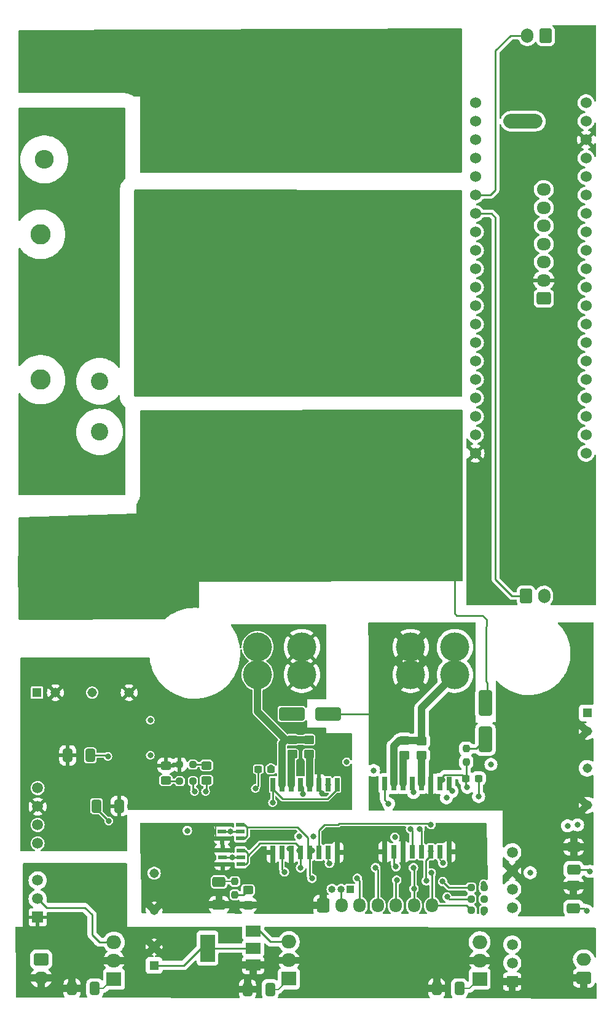
<source format=gbr>
%TF.GenerationSoftware,KiCad,Pcbnew,7.0.9*%
%TF.CreationDate,2024-01-25T19:07:54+05:30*%
%TF.ProjectId,Inverter,496e7665-7274-4657-922e-6b696361645f,rev?*%
%TF.SameCoordinates,Original*%
%TF.FileFunction,Copper,L1,Top*%
%TF.FilePolarity,Positive*%
%FSLAX46Y46*%
G04 Gerber Fmt 4.6, Leading zero omitted, Abs format (unit mm)*
G04 Created by KiCad (PCBNEW 7.0.9) date 2024-01-25 19:07:54*
%MOMM*%
%LPD*%
G01*
G04 APERTURE LIST*
G04 Aperture macros list*
%AMRoundRect*
0 Rectangle with rounded corners*
0 $1 Rounding radius*
0 $2 $3 $4 $5 $6 $7 $8 $9 X,Y pos of 4 corners*
0 Add a 4 corners polygon primitive as box body*
4,1,4,$2,$3,$4,$5,$6,$7,$8,$9,$2,$3,0*
0 Add four circle primitives for the rounded corners*
1,1,$1+$1,$2,$3*
1,1,$1+$1,$4,$5*
1,1,$1+$1,$6,$7*
1,1,$1+$1,$8,$9*
0 Add four rect primitives between the rounded corners*
20,1,$1+$1,$2,$3,$4,$5,0*
20,1,$1+$1,$4,$5,$6,$7,0*
20,1,$1+$1,$6,$7,$8,$9,0*
20,1,$1+$1,$8,$9,$2,$3,0*%
G04 Aperture macros list end*
%TA.AperFunction,EtchedComponent*%
%ADD10C,0.200000*%
%TD*%
%TA.AperFunction,SMDPad,CuDef*%
%ADD11RoundRect,0.250000X1.500000X0.650000X-1.500000X0.650000X-1.500000X-0.650000X1.500000X-0.650000X0*%
%TD*%
%TA.AperFunction,SMDPad,CuDef*%
%ADD12RoundRect,0.250000X0.450000X-0.350000X0.450000X0.350000X-0.450000X0.350000X-0.450000X-0.350000X0*%
%TD*%
%TA.AperFunction,SMDPad,CuDef*%
%ADD13RoundRect,0.250000X0.412500X0.650000X-0.412500X0.650000X-0.412500X-0.650000X0.412500X-0.650000X0*%
%TD*%
%TA.AperFunction,SMDPad,CuDef*%
%ADD14RoundRect,0.250000X-0.412500X-0.650000X0.412500X-0.650000X0.412500X0.650000X-0.412500X0.650000X0*%
%TD*%
%TA.AperFunction,ComponentPad*%
%ADD15R,2.600000X2.600000*%
%TD*%
%TA.AperFunction,ComponentPad*%
%ADD16O,2.600000X2.600000*%
%TD*%
%TA.AperFunction,SMDPad,CuDef*%
%ADD17R,0.650000X1.850000*%
%TD*%
%TA.AperFunction,ComponentPad*%
%ADD18R,2.000000X1.905000*%
%TD*%
%TA.AperFunction,ComponentPad*%
%ADD19O,2.000000X1.905000*%
%TD*%
%TA.AperFunction,ComponentPad*%
%ADD20R,1.508000X1.508000*%
%TD*%
%TA.AperFunction,ComponentPad*%
%ADD21C,1.508000*%
%TD*%
%TA.AperFunction,ComponentPad*%
%ADD22RoundRect,0.250000X-0.600000X-0.725000X0.600000X-0.725000X0.600000X0.725000X-0.600000X0.725000X0*%
%TD*%
%TA.AperFunction,ComponentPad*%
%ADD23O,1.700000X1.950000*%
%TD*%
%TA.AperFunction,ComponentPad*%
%ADD24C,2.400000*%
%TD*%
%TA.AperFunction,ComponentPad*%
%ADD25C,2.800000*%
%TD*%
%TA.AperFunction,ComponentPad*%
%ADD26C,1.308000*%
%TD*%
%TA.AperFunction,ComponentPad*%
%ADD27R,1.308000X1.308000*%
%TD*%
%TA.AperFunction,SMDPad,CuDef*%
%ADD28RoundRect,0.088500X-0.516500X-0.206500X0.516500X-0.206500X0.516500X0.206500X-0.516500X0.206500X0*%
%TD*%
%TA.AperFunction,SMDPad,CuDef*%
%ADD29RoundRect,0.250000X-0.650000X1.500000X-0.650000X-1.500000X0.650000X-1.500000X0.650000X1.500000X0*%
%TD*%
%TA.AperFunction,SMDPad,CuDef*%
%ADD30RoundRect,0.237500X0.250000X0.237500X-0.250000X0.237500X-0.250000X-0.237500X0.250000X-0.237500X0*%
%TD*%
%TA.AperFunction,ComponentPad*%
%ADD31RoundRect,0.250000X0.750000X-0.600000X0.750000X0.600000X-0.750000X0.600000X-0.750000X-0.600000X0*%
%TD*%
%TA.AperFunction,ComponentPad*%
%ADD32O,2.000000X1.700000*%
%TD*%
%TA.AperFunction,SMDPad,CuDef*%
%ADD33RoundRect,0.237500X-0.250000X-0.237500X0.250000X-0.237500X0.250000X0.237500X-0.250000X0.237500X0*%
%TD*%
%TA.AperFunction,SMDPad,CuDef*%
%ADD34RoundRect,0.250000X0.450000X-0.325000X0.450000X0.325000X-0.450000X0.325000X-0.450000X-0.325000X0*%
%TD*%
%TA.AperFunction,SMDPad,CuDef*%
%ADD35RoundRect,0.237500X0.237500X-0.250000X0.237500X0.250000X-0.237500X0.250000X-0.237500X-0.250000X0*%
%TD*%
%TA.AperFunction,SMDPad,CuDef*%
%ADD36RoundRect,0.237500X0.300000X0.237500X-0.300000X0.237500X-0.300000X-0.237500X0.300000X-0.237500X0*%
%TD*%
%TA.AperFunction,SMDPad,CuDef*%
%ADD37R,2.000000X1.500000*%
%TD*%
%TA.AperFunction,SMDPad,CuDef*%
%ADD38R,2.000000X3.800000*%
%TD*%
%TA.AperFunction,ComponentPad*%
%ADD39RoundRect,0.250000X-0.600000X-0.750000X0.600000X-0.750000X0.600000X0.750000X-0.600000X0.750000X0*%
%TD*%
%TA.AperFunction,ComponentPad*%
%ADD40O,1.700000X2.000000*%
%TD*%
%TA.AperFunction,SMDPad,CuDef*%
%ADD41RoundRect,0.237500X-0.300000X-0.237500X0.300000X-0.237500X0.300000X0.237500X-0.300000X0.237500X0*%
%TD*%
%TA.AperFunction,SMDPad,CuDef*%
%ADD42RoundRect,0.250000X-0.450000X0.325000X-0.450000X-0.325000X0.450000X-0.325000X0.450000X0.325000X0*%
%TD*%
%TA.AperFunction,SMDPad,CuDef*%
%ADD43RoundRect,0.237500X-0.237500X0.250000X-0.237500X-0.250000X0.237500X-0.250000X0.237500X0.250000X0*%
%TD*%
%TA.AperFunction,ComponentPad*%
%ADD44RoundRect,0.250000X0.600000X0.750000X-0.600000X0.750000X-0.600000X-0.750000X0.600000X-0.750000X0*%
%TD*%
%TA.AperFunction,ComponentPad*%
%ADD45RoundRect,0.250000X-0.750000X0.600000X-0.750000X-0.600000X0.750000X-0.600000X0.750000X0.600000X0*%
%TD*%
%TA.AperFunction,SMDPad,CuDef*%
%ADD46RoundRect,0.250000X0.650000X-0.412500X0.650000X0.412500X-0.650000X0.412500X-0.650000X-0.412500X0*%
%TD*%
%TA.AperFunction,ComponentPad*%
%ADD47C,1.524000*%
%TD*%
%TA.AperFunction,SMDPad,CuDef*%
%ADD48RoundRect,0.250000X-0.650000X0.412500X-0.650000X-0.412500X0.650000X-0.412500X0.650000X0.412500X0*%
%TD*%
%TA.AperFunction,ComponentPad*%
%ADD49RoundRect,0.250000X0.725000X-0.600000X0.725000X0.600000X-0.725000X0.600000X-0.725000X-0.600000X0*%
%TD*%
%TA.AperFunction,ComponentPad*%
%ADD50O,1.950000X1.700000*%
%TD*%
%TA.AperFunction,ComponentPad*%
%ADD51R,18.000000X14.000000*%
%TD*%
%TA.AperFunction,ComponentPad*%
%ADD52C,4.000000*%
%TD*%
%TA.AperFunction,ComponentPad*%
%ADD53R,1.000000X1.000000*%
%TD*%
%TA.AperFunction,ComponentPad*%
%ADD54O,1.000000X1.000000*%
%TD*%
%TA.AperFunction,ViaPad*%
%ADD55C,0.800000*%
%TD*%
%TA.AperFunction,Conductor*%
%ADD56C,0.200000*%
%TD*%
%TA.AperFunction,Conductor*%
%ADD57C,0.250000*%
%TD*%
%TA.AperFunction,Conductor*%
%ADD58C,1.000000*%
%TD*%
%TA.AperFunction,Conductor*%
%ADD59C,2.000000*%
%TD*%
G04 APERTURE END LIST*
D10*
%TO.C,U7*%
X73837800Y-118212800D02*
X73837800Y-116402800D01*
X67741800Y-118212800D02*
X67741800Y-116402800D01*
X52755800Y-118212800D02*
X52755800Y-116402800D01*
X46659800Y-118212800D02*
X46659800Y-116402800D01*
%TD*%
D11*
%TO.P,D3,1,K*%
%TO.N,GND2*%
X56348000Y-124587000D03*
%TO.P,D3,2,A*%
%TO.N,Net-(D3-A)*%
X51348000Y-124587000D03*
%TD*%
D12*
%TO.P,R12,1*%
%TO.N,Net-(IC5-OUT-)*%
X69258400Y-130320800D03*
%TO.P,R12,2*%
%TO.N,Net-(IC5-CLAMP)*%
X69258400Y-128320800D03*
%TD*%
D13*
%TO.P,C2,1*%
%TO.N,VAux+*%
X48400100Y-162509200D03*
%TO.P,C2,2*%
%TO.N,VAux-*%
X45275100Y-162509200D03*
%TD*%
D14*
%TO.P,C12,1*%
%TO.N,Net-(U5-VO)*%
X24472500Y-137287000D03*
%TO.P,C12,2*%
%TO.N,GND1*%
X27597500Y-137287000D03*
%TD*%
D15*
%TO.P,D8,1,K*%
%TO.N,Net-(D8-K)*%
X25400000Y-48260000D03*
D16*
%TO.P,D8,2,A*%
%TO.N,Net-(D7-K)*%
X25400000Y-33020000D03*
%TD*%
D17*
%TO.P,IC1,1,VEE2_1*%
%TO.N,VDrive1Neg*%
X57632600Y-134312400D03*
%TO.P,IC1,2,DESAT*%
%TO.N,Net-(D1-A)*%
X56362600Y-134312400D03*
%TO.P,IC1,3,GND2*%
%TO.N,GND1*%
X55092600Y-134312400D03*
%TO.P,IC1,4,OUT-*%
%TO.N,Net-(IC1-OUT-)*%
X53822600Y-134312400D03*
%TO.P,IC1,5,VCC2*%
%TO.N,VDrive1*%
X52552600Y-134312400D03*
%TO.P,IC1,6,OUT+*%
%TO.N,Net-(IC1-OUT+)*%
X51282600Y-134312400D03*
%TO.P,IC1,7,CLAMP*%
%TO.N,Net-(IC1-CLAMP)*%
X50012600Y-134312400D03*
%TO.P,IC1,8,VEE2_2*%
%TO.N,VDrive1Neg*%
X48742600Y-134312400D03*
%TO.P,IC1,9,GND1_1*%
%TO.N,DIG-*%
X48742600Y-143662400D03*
%TO.P,IC1,10,IN+*%
%TO.N,INLS*%
X50012600Y-143662400D03*
%TO.P,IC1,11,IN-*%
%TO.N,DIG-*%
X51282600Y-143662400D03*
%TO.P,IC1,12,RDY*%
%TO.N,RDY*%
X52552600Y-143662400D03*
%TO.P,IC1,13,~{FLT}*%
%TO.N,FLT*%
X53822600Y-143662400D03*
%TO.P,IC1,14,~{RST}*%
%TO.N,RST*%
X55092600Y-143662400D03*
%TO.P,IC1,15,VCC1*%
%TO.N,DIG+*%
X56362600Y-143662400D03*
%TO.P,IC1,16,GND1_2*%
%TO.N,DIG-*%
X57632600Y-143662400D03*
%TD*%
D18*
%TO.P,U3,1,VI*%
%TO.N,VAux+*%
X50977800Y-161061400D03*
D19*
%TO.P,U3,2,GND*%
%TO.N,VAux-*%
X50977800Y-158521400D03*
%TO.P,U3,3,VO*%
%TO.N,Net-(U3-VO)*%
X50977800Y-155981400D03*
%TD*%
D20*
%TO.P,PS1,1,GND*%
%TO.N,VAux-*%
X16365000Y-152595500D03*
D21*
%TO.P,PS1,2,VIN*%
%TO.N,Net-(PS1-CTRL)*%
X16365000Y-150055500D03*
%TO.P,PS1,3,CTRL*%
X16365000Y-147515500D03*
%TO.P,PS1,5,NC*%
%TO.N,unconnected-(PS1-NC-Pad5)*%
X16365000Y-142435500D03*
%TO.P,PS1,6,+VO*%
%TO.N,VDrive1*%
X16365000Y-139895500D03*
%TO.P,PS1,7,0V*%
%TO.N,GND1*%
X16365000Y-137355500D03*
%TO.P,PS1,8,NC*%
%TO.N,unconnected-(PS1-NC-Pad8)*%
X16365000Y-134815500D03*
%TD*%
D22*
%TO.P,J2,1,Pin_1*%
%TO.N,DIG-*%
X55706000Y-150977600D03*
D23*
%TO.P,J2,2,Pin_2*%
%TO.N,Net-(J2-Pin_2)*%
X58206000Y-150977600D03*
%TO.P,J2,3,Pin_3*%
%TO.N,FLT*%
X60706000Y-150977600D03*
%TO.P,J2,4,Pin_4*%
%TO.N,RDY*%
X63206000Y-150977600D03*
%TO.P,J2,5,Pin_5*%
%TO.N,RST*%
X65706000Y-150977600D03*
%TO.P,J2,6,Pin_6*%
%TO.N,INHS*%
X68206000Y-150977600D03*
%TO.P,J2,7,Pin_7*%
%TO.N,INLS*%
X70706000Y-150977600D03*
%TD*%
D24*
%TO.P,C25,1*%
%TO.N,Net-(D8-K)*%
X24892000Y-56314000D03*
%TO.P,C25,2*%
%TO.N,-BATT*%
X24892000Y-78814000D03*
%TD*%
D25*
%TO.P,R5,1*%
%TO.N,-BATT*%
X16764000Y-58580000D03*
%TO.P,R5,2*%
%TO.N,Net-(D7-A)*%
X16764000Y-78580000D03*
%TD*%
D26*
%TO.P,IC3,GNDA,GNDA*%
%TO.N,GND1*%
X18796000Y-121666000D03*
%TO.P,IC3,GNDB,GNDB*%
%TO.N,VDrive1Neg*%
X23876000Y-121666000D03*
D27*
%TO.P,IC3,VIN,VIN*%
%TO.N,Net-(U5-VO)*%
X16256000Y-121666000D03*
D26*
%TO.P,IC3,VOUT,VOUT*%
%TO.N,GND1*%
X28956000Y-121666000D03*
%TD*%
D28*
%TO.P,Q2,1*%
%TO.N,DIG-*%
X41823400Y-143398200D03*
%TO.P,Q2,2*%
%TO.N,Net-(D13-K)*%
X41823400Y-144348200D03*
%TO.P,Q2,3*%
%TO.N,DIG-*%
X41823400Y-145298200D03*
%TO.P,Q2,4*%
%TO.N,RDY*%
X44333400Y-145298200D03*
%TO.P,Q2,5*%
%TO.N,Net-(D13-K)*%
X44333400Y-144348200D03*
%TO.P,Q2,6*%
%TO.N,RDY*%
X44333400Y-143398200D03*
%TD*%
D29*
%TO.P,D6,1,K*%
%TO.N,+BATT*%
X78054200Y-123128400D03*
%TO.P,D6,2,A*%
%TO.N,Net-(D6-A)*%
X78054200Y-128128400D03*
%TD*%
D30*
%TO.P,R24,1*%
%TO.N,Net-(D15-A)*%
X37742500Y-131572000D03*
%TO.P,R24,2*%
%TO.N,GND1*%
X35917500Y-131572000D03*
%TD*%
D31*
%TO.P,J3,1,Pin_1*%
%TO.N,VAux-*%
X91622200Y-160914400D03*
D32*
%TO.P,J3,2,Pin_2*%
%TO.N,VAux+*%
X91622200Y-158414400D03*
%TD*%
D33*
%TO.P,R18,1*%
%TO.N,INLS*%
X76102200Y-151638000D03*
%TO.P,R18,2*%
%TO.N,Net-(D9-A)*%
X77927200Y-151638000D03*
%TD*%
D34*
%TO.P,D19,1,K*%
%TO.N,DIG-*%
X45339000Y-150910400D03*
%TO.P,D19,2,A*%
%TO.N,Net-(D19-A)*%
X45339000Y-148860400D03*
%TD*%
D12*
%TO.P,R1,1*%
%TO.N,Net-(IC1-OUT+)*%
X51435000Y-130159000D03*
%TO.P,R1,2*%
%TO.N,Net-(IC1-CLAMP)*%
X51435000Y-128159000D03*
%TD*%
D35*
%TO.P,R4,1*%
%TO.N,Net-(D4-A)*%
X75412600Y-131214500D03*
%TO.P,R4,2*%
%TO.N,Net-(D6-A)*%
X75412600Y-129389500D03*
%TD*%
D18*
%TO.P,U2,1,VI*%
%TO.N,VAux+*%
X77266800Y-161074500D03*
D19*
%TO.P,U2,2,GND*%
%TO.N,VAux-*%
X77266800Y-158534500D03*
%TO.P,U2,3,VO*%
%TO.N,Net-(PS2-CTRL)*%
X77266800Y-155994500D03*
%TD*%
D33*
%TO.P,R20,1*%
%TO.N,RST*%
X76076800Y-148513800D03*
%TO.P,R20,2*%
%TO.N,Net-(D11-A)*%
X77901800Y-148513800D03*
%TD*%
D36*
%TO.P,C20,1*%
%TO.N,Net-(D1-A)*%
X48487500Y-132207000D03*
%TO.P,C20,2*%
%TO.N,VDrive1Neg*%
X46762500Y-132207000D03*
%TD*%
D33*
%TO.P,R23,1*%
%TO.N,Net-(D14-A)*%
X35930880Y-133858000D03*
%TO.P,R23,2*%
%TO.N,VDrive1*%
X37755880Y-133858000D03*
%TD*%
D17*
%TO.P,IC5,1,VEE2_1*%
%TO.N,VDrive2Neg*%
X73050400Y-134210800D03*
%TO.P,IC5,2,DESAT*%
%TO.N,Net-(D4-A)*%
X71780400Y-134210800D03*
%TO.P,IC5,3,GND2*%
%TO.N,GND2*%
X70510400Y-134210800D03*
%TO.P,IC5,4,OUT-*%
%TO.N,Net-(IC5-OUT-)*%
X69240400Y-134210800D03*
%TO.P,IC5,5,VCC2*%
%TO.N,VDrive2*%
X67970400Y-134210800D03*
%TO.P,IC5,6,OUT+*%
%TO.N,Net-(IC5-OUT+)*%
X66700400Y-134210800D03*
%TO.P,IC5,7,CLAMP*%
%TO.N,Net-(IC5-CLAMP)*%
X65430400Y-134210800D03*
%TO.P,IC5,8,VEE2_2*%
%TO.N,VDrive2Neg*%
X64160400Y-134210800D03*
%TO.P,IC5,9,GND1_1*%
%TO.N,DIG-*%
X64160400Y-143560800D03*
%TO.P,IC5,10,IN+*%
%TO.N,INHS*%
X65430400Y-143560800D03*
%TO.P,IC5,11,IN-*%
%TO.N,DIG-*%
X66700400Y-143560800D03*
%TO.P,IC5,12,RDY*%
%TO.N,RDY*%
X67970400Y-143560800D03*
%TO.P,IC5,13,~{FLT}*%
%TO.N,FLT*%
X69240400Y-143560800D03*
%TO.P,IC5,14,~{RST}*%
%TO.N,RST*%
X70510400Y-143560800D03*
%TO.P,IC5,15,VCC1*%
%TO.N,DIG+*%
X71780400Y-143560800D03*
%TO.P,IC5,16,GND1_2*%
%TO.N,DIG-*%
X73050400Y-143560800D03*
%TD*%
D13*
%TO.P,C7,1*%
%TO.N,VAux+*%
X74460500Y-162395300D03*
%TO.P,C7,2*%
%TO.N,VAux-*%
X71335500Y-162395300D03*
%TD*%
D25*
%TO.P,R6,1*%
%TO.N,Net-(D8-K)*%
X16764000Y-87536000D03*
%TO.P,R6,2*%
%TO.N,+BATT*%
X16764000Y-107536000D03*
%TD*%
D37*
%TO.P,U4,1,GND*%
%TO.N,VAux-*%
X46050600Y-159145000D03*
%TO.P,U4,2,VO*%
%TO.N,Net-(U4-VO)*%
X46050600Y-156845000D03*
D38*
X39750600Y-156845000D03*
D37*
%TO.P,U4,3,VI*%
%TO.N,Net-(U3-VO)*%
X46050600Y-154545000D03*
%TD*%
D26*
%TO.P,IC2,GNDA,GNDA*%
%TO.N,VAux-*%
X32411800Y-156688200D03*
%TO.P,IC2,GNDB,GNDB*%
%TO.N,DIG-*%
X32411800Y-151608200D03*
D27*
%TO.P,IC2,VIN,VIN*%
%TO.N,Net-(U4-VO)*%
X32411800Y-159228200D03*
D26*
%TO.P,IC2,VOUT,VOUT*%
%TO.N,DIG5V*%
X32411800Y-146528200D03*
%TD*%
D18*
%TO.P,U1,1,VI*%
%TO.N,VAux+*%
X26873200Y-161112200D03*
D19*
%TO.P,U1,2,GND*%
%TO.N,VAux-*%
X26873200Y-158572200D03*
%TO.P,U1,3,VO*%
%TO.N,Net-(PS1-CTRL)*%
X26873200Y-156032200D03*
%TD*%
D33*
%TO.P,R19,1*%
%TO.N,INHS*%
X76078700Y-150063200D03*
%TO.P,R19,2*%
%TO.N,Net-(D10-A)*%
X77903700Y-150063200D03*
%TD*%
D39*
%TO.P,J6,1,Pin_1*%
%TO.N,Net-(J6-Pin_1)*%
X83650000Y-108350000D03*
D40*
%TO.P,J6,2,Pin_2*%
%TO.N,/GND MCU*%
X86150000Y-108350000D03*
%TD*%
D41*
%TO.P,C23,1*%
%TO.N,Net-(D4-A)*%
X75362900Y-133477000D03*
%TO.P,C23,2*%
%TO.N,VDrive2Neg*%
X77087900Y-133477000D03*
%TD*%
D26*
%TO.P,IC4,GNDA,GNDA*%
%TO.N,GND2*%
X92075000Y-127000000D03*
%TO.P,IC4,GNDB,GNDB*%
%TO.N,VDrive2Neg*%
X92075000Y-132080000D03*
D27*
%TO.P,IC4,VIN,VIN*%
%TO.N,Net-(U6-VO)*%
X92075000Y-124460000D03*
D26*
%TO.P,IC4,VOUT,VOUT*%
%TO.N,GND2*%
X92075000Y-137160000D03*
%TD*%
D24*
%TO.P,C24,1*%
%TO.N,+BATT*%
X24892000Y-108278000D03*
%TO.P,C24,2*%
%TO.N,Net-(D7-A)*%
X24892000Y-85778000D03*
%TD*%
D42*
%TO.P,D14,1,K*%
%TO.N,GND1*%
X34036000Y-131690000D03*
%TO.P,D14,2,A*%
%TO.N,Net-(D14-A)*%
X34036000Y-133740000D03*
%TD*%
D12*
%TO.P,R3,1*%
%TO.N,Net-(IC5-OUT+)*%
X66878200Y-130286000D03*
%TO.P,R3,2*%
%TO.N,Net-(IC5-CLAMP)*%
X66878200Y-128286000D03*
%TD*%
D43*
%TO.P,R27,1*%
%TO.N,DIG+*%
X43535600Y-147677500D03*
%TO.P,R27,2*%
%TO.N,Net-(D19-A)*%
X43535600Y-149502500D03*
%TD*%
D28*
%TO.P,Q1,1*%
%TO.N,DIG-*%
X41772600Y-139842200D03*
%TO.P,Q1,2*%
%TO.N,Net-(D12-K)*%
X41772600Y-140792200D03*
%TO.P,Q1,3*%
%TO.N,DIG-*%
X41772600Y-141742200D03*
%TO.P,Q1,4*%
%TO.N,FLT*%
X44282600Y-141742200D03*
%TO.P,Q1,5*%
%TO.N,Net-(D12-K)*%
X44282600Y-140792200D03*
%TO.P,Q1,6*%
%TO.N,FLT*%
X44282600Y-139842200D03*
%TD*%
D13*
%TO.P,C9,1*%
%TO.N,VDrive1*%
X23622000Y-130302000D03*
%TO.P,C9,2*%
%TO.N,GND1*%
X20497000Y-130302000D03*
%TD*%
D20*
%TO.P,PS2,1,GND*%
%TO.N,VAux-*%
X81744600Y-161434700D03*
D21*
%TO.P,PS2,2,VIN*%
%TO.N,Net-(PS2-CTRL)*%
X81744600Y-158894700D03*
%TO.P,PS2,3,CTRL*%
X81744600Y-156354700D03*
%TO.P,PS2,5,NC*%
%TO.N,unconnected-(PS2-NC-Pad5)*%
X81744600Y-151274700D03*
%TO.P,PS2,6,+VO*%
%TO.N,VDrive2*%
X81744600Y-148734700D03*
%TO.P,PS2,7,0V*%
%TO.N,GND2*%
X81744600Y-146194700D03*
%TO.P,PS2,8,NC*%
%TO.N,unconnected-(PS2-NC-Pad8)*%
X81744600Y-143654700D03*
%TD*%
D34*
%TO.P,D15,1,K*%
%TO.N,VDrive1Neg*%
X39624000Y-133740000D03*
%TO.P,D15,2,A*%
%TO.N,Net-(D15-A)*%
X39624000Y-131690000D03*
%TD*%
D44*
%TO.P,J7,1,Pin_1*%
%TO.N,/GND MCU*%
X86350000Y-31250000D03*
D40*
%TO.P,J7,2,Pin_2*%
%TO.N,Net-(J7-Pin_2)*%
X83850000Y-31250000D03*
%TD*%
D13*
%TO.P,C1,1*%
%TO.N,VAux+*%
X24219300Y-162407600D03*
%TO.P,C1,2*%
%TO.N,VAux-*%
X21094300Y-162407600D03*
%TD*%
D45*
%TO.P,J1,1,Pin_1*%
%TO.N,VAux+*%
X16835800Y-158414400D03*
D32*
%TO.P,J1,2,Pin_2*%
%TO.N,VAux-*%
X16835800Y-160914400D03*
%TD*%
D46*
%TO.P,C10,1*%
%TO.N,VDrive2*%
X90195400Y-151346300D03*
%TO.P,C10,2*%
%TO.N,GND2*%
X90195400Y-148221300D03*
%TD*%
D47*
%TO.P,U9,3V3,3V3*%
%TO.N,/3V3 MCU*%
X76680000Y-88730000D03*
X91920000Y-45550000D03*
%TO.P,U9,5V,5V*%
%TO.N,unconnected-(U9-Pad5V)*%
X76680000Y-83650000D03*
%TO.P,U9,GND,GND*%
%TO.N,/GND MCU*%
X76680000Y-86190000D03*
X91920000Y-40470000D03*
X91920000Y-43010000D03*
%TO.P,U9,NRST,NRST*%
%TO.N,unconnected-(U9-PadNRST)*%
X91920000Y-48090000D03*
%TO.P,U9,PA0,PA0*%
%TO.N,unconnected-(U9-PadPA0)*%
X91920000Y-78570000D03*
%TO.P,U9,PA1,PA1*%
%TO.N,unconnected-(U9-PadPA1)*%
X91920000Y-76030000D03*
%TO.P,U9,PA2,PA2*%
%TO.N,unconnected-(U9-PadPA2)*%
X91920000Y-73490000D03*
%TO.P,U9,PA3,PA3*%
%TO.N,unconnected-(U9-PadPA3)*%
X91920000Y-70950000D03*
%TO.P,U9,PA4,PA4*%
%TO.N,unconnected-(U9-PadPA4)*%
X91920000Y-68410000D03*
%TO.P,U9,PA5,PA5*%
%TO.N,unconnected-(U9-PadPA5)*%
X91920000Y-65870000D03*
%TO.P,U9,PA6,PA6*%
%TO.N,unconnected-(U9-PadPA6)*%
X91920000Y-63330000D03*
%TO.P,U9,PA7,PA7*%
%TO.N,/OUTLS*%
X91920000Y-60790000D03*
%TO.P,U9,PA8,PA8*%
%TO.N,/OUTHS*%
X76680000Y-50630000D03*
%TO.P,U9,PA9,PA9*%
%TO.N,Net-(J7-Pin_2)*%
X76680000Y-53170000D03*
%TO.P,U9,PA10,PA10*%
%TO.N,Net-(J6-Pin_1)*%
X76680000Y-55710000D03*
%TO.P,U9,PA11,PA11*%
%TO.N,unconnected-(U9-PadPA11)*%
X76680000Y-58250000D03*
%TO.P,U9,PA12,PA12*%
%TO.N,unconnected-(U9-PadPA12)*%
X76680000Y-60790000D03*
%TO.P,U9,PA15,PA15*%
%TO.N,unconnected-(U9-PadPA15)*%
X76680000Y-63330000D03*
%TO.P,U9,PB0,PB0*%
%TO.N,unconnected-(U9-PadPB0)*%
X91920000Y-58250000D03*
%TO.P,U9,PB1,PB1*%
%TO.N,unconnected-(U9-PadPB1)*%
X91920000Y-55710000D03*
%TO.P,U9,PB3,PB3*%
%TO.N,unconnected-(U9-PadPB3)*%
X76680000Y-65870000D03*
%TO.P,U9,PB4,PB4*%
%TO.N,unconnected-(U9-PadPB4)*%
X76680000Y-68410000D03*
%TO.P,U9,PB5,PB5*%
%TO.N,unconnected-(U9-PadPB5)*%
X76680000Y-70950000D03*
%TO.P,U9,PB6,PB6*%
%TO.N,unconnected-(U9-PadPB6)*%
X76680000Y-73490000D03*
%TO.P,U9,PB7,PB7*%
%TO.N,unconnected-(U9-PadPB7)*%
X76680000Y-76030000D03*
%TO.P,U9,PB8,PB8*%
%TO.N,unconnected-(U9-PadPB8)*%
X76680000Y-78570000D03*
%TO.P,U9,PB9,PB9*%
%TO.N,unconnected-(U9-PadPB9)*%
X76680000Y-81110000D03*
%TO.P,U9,PB10,PB10*%
%TO.N,Net-(J5-Pin_4)*%
X91920000Y-53170000D03*
%TO.P,U9,PB11,PB11*%
%TO.N,Net-(J5-Pin_5)*%
X91920000Y-50630000D03*
%TO.P,U9,PB12,PB12*%
%TO.N,Net-(J5-Pin_3)*%
X76680000Y-40470000D03*
%TO.P,U9,PB13,PB13*%
%TO.N,unconnected-(U9-PadPB13)*%
X76680000Y-43010000D03*
%TO.P,U9,PB14,PB14*%
%TO.N,unconnected-(U9-PadPB14)*%
X76680000Y-45550000D03*
%TO.P,U9,PB15,PB15*%
%TO.N,unconnected-(U9-PadPB15)*%
X76680000Y-48090000D03*
%TO.P,U9,PC13,PC13*%
%TO.N,unconnected-(U9-PadPC13)*%
X91920000Y-86190000D03*
%TO.P,U9,PC14,PC14*%
%TO.N,unconnected-(U9-PadPC14)*%
X91920000Y-83650000D03*
%TO.P,U9,PC15,PC15*%
%TO.N,unconnected-(U9-PadPC15)*%
X91920000Y-81110000D03*
%TO.P,U9,VBAT,VBAT*%
%TO.N,unconnected-(U9-PadVBAT)*%
X91920000Y-88730000D03*
%TD*%
D46*
%TO.P,C13,1*%
%TO.N,Net-(U6-VO)*%
X90220800Y-146037700D03*
%TO.P,C13,2*%
%TO.N,GND2*%
X90220800Y-142912700D03*
%TD*%
D48*
%TO.P,C15,1*%
%TO.N,DIG+*%
X41351200Y-147738700D03*
%TO.P,C15,2*%
%TO.N,DIG-*%
X41351200Y-150863700D03*
%TD*%
D12*
%TO.P,R11,1*%
%TO.N,Net-(IC1-OUT-)*%
X53721000Y-130159000D03*
%TO.P,R11,2*%
%TO.N,Net-(IC1-CLAMP)*%
X53721000Y-128159000D03*
%TD*%
D15*
%TO.P,D7,1,K*%
%TO.N,Net-(D7-K)*%
X17272000Y-33020000D03*
D16*
%TO.P,D7,2,A*%
%TO.N,Net-(D7-A)*%
X17272000Y-48260000D03*
%TD*%
D49*
%TO.P,J5,1,Pin_1*%
%TO.N,/GND MCU*%
X86100000Y-67400000D03*
D50*
%TO.P,J5,2,Pin_2*%
%TO.N,/3V3 MCU*%
X86100000Y-64900000D03*
%TO.P,J5,3,Pin_3*%
%TO.N,Net-(J5-Pin_3)*%
X86100000Y-62400000D03*
%TO.P,J5,4,Pin_4*%
%TO.N,Net-(J5-Pin_4)*%
X86100000Y-59900000D03*
%TO.P,J5,5,Pin_5*%
%TO.N,Net-(J5-Pin_5)*%
X86100000Y-57400000D03*
%TO.P,J5,6,Pin_6*%
%TO.N,/OUTHS*%
X86100000Y-54900000D03*
%TO.P,J5,7,Pin_7*%
%TO.N,/OUTLS*%
X86100000Y-52400000D03*
%TD*%
D51*
%TO.P,U7,1*%
%TO.N,Net-(D7-K)*%
X61010800Y-41249800D03*
%TO.P,U7,2*%
%TO.N,-BATT*%
X61010800Y-69249800D03*
%TO.P,U7,3*%
%TO.N,+BATT*%
X61010800Y-97249800D03*
D52*
%TO.P,U7,4*%
%TO.N,Net-(IC5-CLAMP)*%
X73837800Y-119212800D03*
X73837800Y-115402800D03*
%TO.P,U7,5*%
%TO.N,GND2*%
X67741800Y-119212800D03*
X67741800Y-115402800D03*
%TO.P,U7,6*%
%TO.N,Net-(IC1-CLAMP)*%
X46659800Y-119212800D03*
X46659800Y-115402800D03*
%TO.P,U7,7*%
%TO.N,GND1*%
X52755800Y-119212800D03*
X52755800Y-115402800D03*
%TD*%
D53*
%TO.P,J4,1,Pin_1*%
%TO.N,DIG5V*%
X59461400Y-148742400D03*
D54*
%TO.P,J4,2,Pin_2*%
%TO.N,Net-(J2-Pin_2)*%
X58191400Y-148742400D03*
%TO.P,J4,3,Pin_3*%
%TO.N,DIG+*%
X56921400Y-148742400D03*
%TD*%
D55*
%TO.N,VDrive1*%
X58928000Y-131191000D03*
X52920645Y-135580944D03*
X37973000Y-135255000D03*
X26035000Y-130429000D03*
%TO.N,GND1*%
X55494201Y-135560703D03*
%TO.N,VDrive2*%
X84226400Y-146456400D03*
X72694800Y-136144000D03*
X68148200Y-135407400D03*
X89382600Y-140004800D03*
X91998800Y-151714200D03*
X78816200Y-131546600D03*
%TO.N,GND2*%
X62661800Y-137210800D03*
X74599800Y-137414000D03*
X62385200Y-124587000D03*
%TO.N,Net-(U4-VO)*%
X46050600Y-156845000D03*
%TO.N,Net-(U5-VO)*%
X26137000Y-139319000D03*
%TO.N,Net-(U6-VO)*%
X92430600Y-146278600D03*
%TO.N,DIG-*%
X51054000Y-143136900D03*
X73152000Y-141478000D03*
X41351200Y-150863700D03*
%TO.N,DIG+*%
X65582800Y-141579600D03*
X41351200Y-147738700D03*
X36982400Y-140665200D03*
X56565800Y-145161000D03*
X72212200Y-145135600D03*
X52400200Y-141452600D03*
X54330600Y-141427200D03*
%TO.N,VDrive1Neg*%
X46355000Y-134874000D03*
X31877000Y-125476000D03*
X48729500Y-136779000D03*
X39497000Y-135255000D03*
X31877000Y-130302000D03*
%TO.N,VDrive2Neg*%
X90754200Y-139877800D03*
X64706100Y-136956800D03*
X73456800Y-135229600D03*
X77114400Y-135966200D03*
X62636400Y-132384800D03*
%TO.N,Net-(D1-A)*%
X48487500Y-131977500D03*
X56362600Y-134312400D03*
%TO.N,Net-(D4-A)*%
X75539600Y-134696200D03*
X72125898Y-133654800D03*
%TO.N,Net-(D3-A)*%
X51348000Y-124587000D03*
%TO.N,INLS*%
X50368200Y-146354800D03*
X70586600Y-146481800D03*
%TO.N,RDY*%
X52400200Y-143417800D03*
X67741800Y-140411200D03*
X52578000Y-145771100D03*
X62915800Y-145771100D03*
%TO.N,FLT*%
X69037200Y-140436600D03*
X60401200Y-147220100D03*
X54152800Y-147220100D03*
X54168098Y-143443200D03*
%TO.N,RST*%
X72161400Y-147675600D03*
X65836800Y-147472400D03*
X70485000Y-143468600D03*
X70561200Y-139827000D03*
X69900800Y-147574000D03*
%TO.N,INHS*%
X65735200Y-145643600D03*
X68206000Y-148640800D03*
X72771000Y-149783800D03*
X68148200Y-145770600D03*
%TO.N,Net-(D9-A)*%
X77834600Y-151968200D03*
%TO.N,Net-(D10-A)*%
X77834600Y-149987000D03*
%TO.N,Net-(D11-A)*%
X77834600Y-148005800D03*
%TO.N,Net-(D12-K)*%
X42926000Y-140792200D03*
%TO.N,Net-(D13-K)*%
X43180000Y-144348200D03*
%TO.N,/GND MCU*%
X84950000Y-43000000D03*
X81500000Y-42950000D03*
%TO.N,/3V3 MCU*%
X80750000Y-90950000D03*
X78000000Y-90950000D03*
%TD*%
D56*
%TO.N,VAux+*%
X24219300Y-162407600D02*
X25405200Y-162407600D01*
X75849600Y-162395300D02*
X77221200Y-161023700D01*
X49530000Y-162509200D02*
X50977800Y-161061400D01*
X48400100Y-162509200D02*
X49530000Y-162509200D01*
X74460500Y-162395300D02*
X75849600Y-162395300D01*
X25405200Y-162407600D02*
X26802200Y-161010600D01*
D57*
%TO.N,Net-(PS1-CTRL)*%
X17566500Y-151257000D02*
X16365000Y-150055500D01*
X23850600Y-152781000D02*
X23850600Y-154990800D01*
X22860000Y-151257000D02*
X23850600Y-152247600D01*
X22860000Y-151257000D02*
X17566500Y-151257000D01*
X24892000Y-156032200D02*
X26873200Y-156032200D01*
X23850600Y-154990800D02*
X24892000Y-156032200D01*
X23850600Y-152247600D02*
X23850600Y-152781000D01*
%TO.N,Net-(U3-VO)*%
X46050600Y-154545000D02*
X46976000Y-154545000D01*
X48412400Y-155981400D02*
X50977800Y-155981400D01*
X46976000Y-154545000D02*
X48412400Y-155981400D01*
%TO.N,VDrive1*%
X25908000Y-130302000D02*
X26035000Y-130429000D01*
X52920645Y-134680445D02*
X52552600Y-134312400D01*
X52552600Y-134312400D02*
X52552600Y-134887100D01*
X52920645Y-135580944D02*
X52920645Y-134680445D01*
X23622000Y-130302000D02*
X25908000Y-130302000D01*
X37755880Y-135037880D02*
X37973000Y-135255000D01*
X37755880Y-133858000D02*
X37755880Y-135037880D01*
%TO.N,GND1*%
X35799500Y-131690000D02*
X35917500Y-131572000D01*
X55092600Y-134312400D02*
X55092600Y-132867400D01*
X55092600Y-135159102D02*
X55494201Y-135560703D01*
X34036000Y-131690000D02*
X35799500Y-131690000D01*
X55092600Y-134312400D02*
X55092600Y-135159102D01*
%TO.N,VDrive2*%
X90195400Y-151346300D02*
X91630900Y-151346300D01*
X91630900Y-151346300D02*
X91998800Y-151714200D01*
X67970400Y-135229600D02*
X68148200Y-135407400D01*
X67970400Y-134210800D02*
X67970400Y-135229600D01*
%TO.N,GND2*%
X56348000Y-124587000D02*
X62385200Y-124587000D01*
X87580600Y-135606200D02*
X89175000Y-135606200D01*
X89175000Y-135606200D02*
X89179400Y-135610600D01*
%TO.N,Net-(U4-VO)*%
X39750600Y-156845000D02*
X38887400Y-156845000D01*
X38887400Y-156845000D02*
X36504200Y-159228200D01*
X46050600Y-156845000D02*
X39750600Y-156845000D01*
X36504200Y-159228200D02*
X32411800Y-159228200D01*
%TO.N,Net-(U5-VO)*%
X24472500Y-137287000D02*
X24472500Y-137654500D01*
X24472500Y-137654500D02*
X26137000Y-139319000D01*
%TO.N,Net-(U6-VO)*%
X90220800Y-146037700D02*
X92189700Y-146037700D01*
X92189700Y-146037700D02*
X92430600Y-146278600D01*
D56*
%TO.N,DIG-*%
X41397900Y-150910400D02*
X41351200Y-150863700D01*
X40867600Y-140142201D02*
X41167601Y-139842200D01*
X41167601Y-139842200D02*
X41772600Y-139842200D01*
X40867600Y-141442199D02*
X40867600Y-140142201D01*
X51282600Y-145770600D02*
X51435000Y-145923000D01*
X41772600Y-141742200D02*
X41167601Y-141742200D01*
X51282600Y-143662400D02*
X51282600Y-145770600D01*
X45339000Y-150910400D02*
X41397900Y-150910400D01*
X51282600Y-143365500D02*
X51054000Y-143136900D01*
X41167601Y-141742200D02*
X40867600Y-141442199D01*
X51282600Y-143662400D02*
X51282600Y-143365500D01*
%TO.N,DIG+*%
X71780400Y-143560800D02*
X71780400Y-144703800D01*
X43535600Y-147677500D02*
X41412400Y-147677500D01*
X41412400Y-147677500D02*
X41351200Y-147738700D01*
X56362600Y-143662400D02*
X56362600Y-144957800D01*
X71780400Y-144703800D02*
X72212200Y-145135600D01*
X56362600Y-144957800D02*
X56565800Y-145161000D01*
D57*
%TO.N,VDrive1Neg*%
X48742600Y-134312400D02*
X48742600Y-136765900D01*
X46762500Y-134466500D02*
X46355000Y-134874000D01*
X39624000Y-133740000D02*
X39624000Y-135128000D01*
X56269056Y-136305944D02*
X50106144Y-136305944D01*
X39624000Y-135128000D02*
X39497000Y-135255000D01*
X46762500Y-132207000D02*
X46762500Y-134466500D01*
X48742600Y-134942400D02*
X48742600Y-134312400D01*
X57632600Y-134312400D02*
X57632600Y-134942400D01*
X57632600Y-134942400D02*
X56269056Y-136305944D01*
X48742600Y-136765900D02*
X48729500Y-136779000D01*
X50106144Y-136305944D02*
X48742600Y-134942400D01*
%TO.N,VDrive2Neg*%
X73050400Y-134823200D02*
X73456800Y-135229600D01*
X73050400Y-134210800D02*
X73050400Y-134823200D01*
X77087900Y-133477000D02*
X77087900Y-135939700D01*
X77087900Y-135939700D02*
X77114400Y-135966200D01*
X64160400Y-136411100D02*
X64706100Y-136956800D01*
X64160400Y-134210800D02*
X64160400Y-136411100D01*
%TO.N,Net-(D1-A)*%
X48487500Y-131977500D02*
X48487500Y-132207000D01*
%TO.N,Net-(D4-A)*%
X75412600Y-133427300D02*
X75362900Y-133477000D01*
X75362900Y-133477000D02*
X75362900Y-134519500D01*
X75362900Y-134519500D02*
X75539600Y-134696200D01*
X71780400Y-134210800D02*
X71780400Y-134000298D01*
X71780400Y-134000298D02*
X72125898Y-133654800D01*
X72125898Y-133235302D02*
X72125898Y-133654800D01*
X75362900Y-133477000D02*
X74846700Y-132960800D01*
X74846700Y-132960800D02*
X72400400Y-132960800D01*
X72400400Y-132960800D02*
X72125898Y-133235302D01*
X75412600Y-131214500D02*
X75412600Y-133427300D01*
%TO.N,+BATT*%
X78135800Y-112560800D02*
X78135800Y-120137600D01*
X74110000Y-111070000D02*
X77669000Y-111070000D01*
X73787000Y-106730000D02*
X73787000Y-105664000D01*
X73787000Y-107188000D02*
X73787000Y-106730000D01*
X78135800Y-120137600D02*
X78308200Y-120310000D01*
X78206600Y-112490000D02*
X78206600Y-111607600D01*
X77669000Y-111070000D02*
X78206600Y-111607600D01*
X73787000Y-110747000D02*
X74110000Y-111070000D01*
X73787000Y-106730000D02*
X73787000Y-110747000D01*
X78206600Y-112490000D02*
X78135800Y-112560800D01*
X78054200Y-123128400D02*
X78308200Y-122874400D01*
X78308200Y-122874400D02*
X78308200Y-120310000D01*
%TO.N,Net-(D6-A)*%
X76793100Y-129389500D02*
X78054200Y-128128400D01*
X75412600Y-129389500D02*
X76793100Y-129389500D01*
%TO.N,INLS*%
X70706000Y-150977600D02*
X70706000Y-146601200D01*
X70706000Y-150977600D02*
X75441800Y-150977600D01*
X50012600Y-145999200D02*
X50012600Y-143662400D01*
X50368200Y-146354800D02*
X50012600Y-145999200D01*
X75441800Y-150977600D02*
X76102200Y-151638000D01*
X70706000Y-146601200D02*
X70586600Y-146481800D01*
%TO.N,RDY*%
X52400200Y-142880000D02*
X52400200Y-143417800D01*
X52552600Y-143570200D02*
X52400200Y-143417800D01*
X44938399Y-143398200D02*
X45288200Y-143748001D01*
X45049400Y-145298200D02*
X44333400Y-145298200D01*
X44333400Y-143398200D02*
X44938399Y-143398200D01*
X63206000Y-150977600D02*
X63206000Y-146061300D01*
X67970400Y-140639800D02*
X67741800Y-140411200D01*
X52578000Y-145771100D02*
X52578000Y-143687800D01*
X52552600Y-143662400D02*
X52552600Y-143570200D01*
X51932600Y-142412400D02*
X52400200Y-142880000D01*
X52578000Y-143687800D02*
X52552600Y-143662400D01*
X45288200Y-145059400D02*
X45049400Y-145298200D01*
X45288200Y-144145000D02*
X47020800Y-142412400D01*
X43973170Y-145298200D02*
X44333400Y-145298200D01*
X67970400Y-143560800D02*
X67970400Y-140639800D01*
X63206000Y-146061300D02*
X62915800Y-145771100D01*
X45288200Y-144145000D02*
X45288200Y-145059400D01*
X47020800Y-142412400D02*
X51932600Y-142412400D01*
X45288200Y-143748001D02*
X45288200Y-144145000D01*
%TO.N,FLT*%
X53822600Y-143662400D02*
X53948898Y-143662400D01*
X44282600Y-139842200D02*
X44887599Y-139842200D01*
X52140106Y-140167201D02*
X53605600Y-141632695D01*
X69037200Y-140436600D02*
X69240400Y-140639800D01*
X44887599Y-141742200D02*
X44282600Y-141742200D01*
X53948898Y-143662400D02*
X54168098Y-143443200D01*
X44282600Y-141742200D02*
X43922370Y-141742200D01*
X54152800Y-147220100D02*
X53822600Y-146889900D01*
X44887599Y-139842200D02*
X45212600Y-140167201D01*
X45212600Y-141417199D02*
X44887599Y-141742200D01*
X53822600Y-146889900D02*
X53822600Y-143662400D01*
X53605600Y-141632695D02*
X53605600Y-143445400D01*
X69240400Y-140639800D02*
X69240400Y-143560800D01*
X60706000Y-147524900D02*
X60401200Y-147220100D01*
X53605600Y-143445400D02*
X53822600Y-143662400D01*
X45212600Y-140167201D02*
X52140106Y-140167201D01*
X45212600Y-140167201D02*
X45212600Y-141417199D01*
X43922370Y-139842200D02*
X44282600Y-139842200D01*
X60706000Y-150977600D02*
X60706000Y-147524900D01*
%TO.N,RST*%
X70510400Y-143560800D02*
X70510400Y-143494000D01*
X55854600Y-139827000D02*
X57734200Y-139827000D01*
X65706000Y-150977600D02*
X65706000Y-147603200D01*
X57734200Y-139827000D02*
X57875000Y-139686200D01*
X69861600Y-144743000D02*
X70510400Y-144094200D01*
X55092600Y-143662400D02*
X55092600Y-140589000D01*
X70420400Y-139686200D02*
X70561200Y-139827000D01*
X69861600Y-147534800D02*
X69861600Y-144743000D01*
X65706000Y-147603200D02*
X65836800Y-147472400D01*
X70510400Y-144094200D02*
X70510400Y-143560800D01*
X55092600Y-140589000D02*
X55854600Y-139827000D01*
X72161400Y-147675600D02*
X72999600Y-148513800D01*
X72999600Y-148513800D02*
X76076800Y-148513800D01*
X69900800Y-147574000D02*
X69861600Y-147534800D01*
X70510400Y-143494000D02*
X70485000Y-143468600D01*
X57875000Y-139686200D02*
X70420400Y-139686200D01*
%TO.N,INHS*%
X72771000Y-149783800D02*
X73050400Y-150063200D01*
X65430400Y-143560800D02*
X65430400Y-145338800D01*
X68206000Y-148640800D02*
X68206000Y-150977600D01*
X68206000Y-145828400D02*
X68206000Y-148640800D01*
X65430400Y-145338800D02*
X65735200Y-145643600D01*
X73050400Y-150063200D02*
X76078700Y-150063200D01*
X68148200Y-145770600D02*
X68206000Y-145828400D01*
%TO.N,Net-(IC5-OUT+)*%
X66700400Y-130463800D02*
X66878200Y-130286000D01*
D58*
X66700400Y-134210800D02*
X66700400Y-130463800D01*
%TO.N,Net-(IC1-OUT-)*%
X53822600Y-134312400D02*
X53822600Y-130260600D01*
D57*
X53822600Y-130260600D02*
X53721000Y-130159000D01*
D58*
%TO.N,Net-(IC1-OUT+)*%
X51282600Y-134312400D02*
X51282600Y-130311400D01*
X51282600Y-130311400D02*
X51435000Y-130159000D01*
%TO.N,Net-(IC1-CLAMP)*%
X50530000Y-128159000D02*
X51435000Y-128159000D01*
X50012600Y-134312400D02*
X50012600Y-128676400D01*
X46659800Y-124288800D02*
X50530000Y-128159000D01*
X51435000Y-128159000D02*
X53721000Y-128159000D01*
X50012600Y-128676400D02*
X50530000Y-128159000D01*
X46659800Y-119212800D02*
X46659800Y-124288800D01*
D57*
%TO.N,Net-(IC5-OUT-)*%
X69240400Y-130338800D02*
X69258400Y-130320800D01*
D58*
X69240400Y-134210800D02*
X69240400Y-130338800D01*
%TO.N,Net-(IC5-CLAMP)*%
X65430400Y-134210800D02*
X65430400Y-129033800D01*
X69258400Y-128320800D02*
X69258400Y-123792200D01*
X66178200Y-128286000D02*
X66878200Y-128286000D01*
X66878200Y-128286000D02*
X69223600Y-128286000D01*
X69258400Y-123792200D02*
X73837800Y-119212800D01*
X65430400Y-129033800D02*
X66178200Y-128286000D01*
D57*
X69223600Y-128286000D02*
X69258400Y-128320800D01*
%TO.N,Net-(D9-A)*%
X77927200Y-151638000D02*
X77927200Y-151875600D01*
X77927200Y-151875600D02*
X77834600Y-151968200D01*
%TO.N,Net-(D10-A)*%
X77903700Y-150063200D02*
X77903700Y-150056100D01*
X77903700Y-150056100D02*
X77834600Y-149987000D01*
%TO.N,Net-(D11-A)*%
X77901800Y-148073000D02*
X77834600Y-148005800D01*
X77901800Y-148513800D02*
X77901800Y-148073000D01*
%TO.N,Net-(D12-K)*%
X42926000Y-140792200D02*
X41772600Y-140792200D01*
X44282600Y-140792200D02*
X42926000Y-140792200D01*
%TO.N,Net-(D13-K)*%
X44333400Y-144348200D02*
X43180000Y-144348200D01*
X43180000Y-144348200D02*
X41823400Y-144348200D01*
%TO.N,Net-(D14-A)*%
X35930880Y-133858000D02*
X34154000Y-133858000D01*
X34154000Y-133858000D02*
X34036000Y-133740000D01*
%TO.N,Net-(D15-A)*%
X39506000Y-131572000D02*
X39624000Y-131690000D01*
X37742500Y-131572000D02*
X39506000Y-131572000D01*
%TO.N,Net-(D19-A)*%
X44696900Y-149502500D02*
X45339000Y-148860400D01*
X43535600Y-149502500D02*
X44696900Y-149502500D01*
%TO.N,Net-(J2-Pin_2)*%
X58191400Y-150963000D02*
X58206000Y-150977600D01*
X58191400Y-148742400D02*
X58191400Y-150963000D01*
D59*
%TO.N,/GND MCU*%
X84950000Y-43000000D02*
X81550000Y-43000000D01*
D57*
X81550000Y-43000000D02*
X81500000Y-42950000D01*
%TO.N,/3V3 MCU*%
X80750000Y-90950000D02*
X81900000Y-90950000D01*
X76680000Y-88730000D02*
X78000000Y-90050000D01*
X78000000Y-90050000D02*
X78000000Y-90950000D01*
%TO.N,Net-(J6-Pin_1)*%
X79450000Y-106100000D02*
X81700000Y-108350000D01*
X81700000Y-108350000D02*
X83650000Y-108350000D01*
X76680000Y-55710000D02*
X78910000Y-55710000D01*
X78910000Y-55710000D02*
X79450000Y-56250000D01*
X79450000Y-56250000D02*
X79450000Y-106100000D01*
%TO.N,Net-(J7-Pin_2)*%
X76680000Y-53170000D02*
X78730000Y-53170000D01*
X78730000Y-53170000D02*
X79450000Y-52450000D01*
X79450000Y-52450000D02*
X79450000Y-33300000D01*
X81500000Y-31250000D02*
X83850000Y-31250000D01*
X79450000Y-33300000D02*
X81500000Y-31250000D01*
%TD*%
%TA.AperFunction,Conductor*%
%TO.N,Net-(D8-K)*%
G36*
X28391039Y-41167685D02*
G01*
X28436794Y-41220489D01*
X28448000Y-41272000D01*
X28448000Y-50845914D01*
X28428315Y-50912953D01*
X28405203Y-50939626D01*
X28384523Y-50957545D01*
X28373561Y-50967045D01*
X28373557Y-50967049D01*
X28373557Y-50967048D01*
X28171246Y-51169358D01*
X28171228Y-51169378D01*
X27999765Y-51398423D01*
X27862622Y-51649576D01*
X27862621Y-51649578D01*
X27762627Y-51917666D01*
X27762627Y-51917667D01*
X27742941Y-51984707D01*
X27742940Y-51984711D01*
X27742937Y-51984724D01*
X27723629Y-52073478D01*
X27682113Y-52264321D01*
X27661700Y-52549739D01*
X27661700Y-76797707D01*
X27642015Y-76864746D01*
X27589211Y-76910501D01*
X27520053Y-76920445D01*
X27456497Y-76891420D01*
X27436571Y-76869463D01*
X27398194Y-76815377D01*
X27278758Y-76681728D01*
X27158661Y-76547339D01*
X26890623Y-76307806D01*
X26890622Y-76307805D01*
X26597454Y-76099790D01*
X26282831Y-75925905D01*
X26196086Y-75889974D01*
X25950724Y-75788341D01*
X25950720Y-75788339D01*
X25950718Y-75788339D01*
X25605305Y-75688828D01*
X25605296Y-75688826D01*
X25250914Y-75628614D01*
X25250902Y-75628612D01*
X24892000Y-75608457D01*
X24533097Y-75628612D01*
X24533085Y-75628614D01*
X24178703Y-75688826D01*
X24178694Y-75688828D01*
X23833281Y-75788339D01*
X23501168Y-75925905D01*
X23186545Y-76099790D01*
X22893377Y-76307805D01*
X22625339Y-76547339D01*
X22385805Y-76815377D01*
X22177790Y-77108545D01*
X22003905Y-77423168D01*
X21866339Y-77755281D01*
X21766828Y-78100694D01*
X21766826Y-78100703D01*
X21706614Y-78455085D01*
X21706612Y-78455097D01*
X21686457Y-78814000D01*
X21706612Y-79172902D01*
X21706614Y-79172914D01*
X21766826Y-79527296D01*
X21766828Y-79527305D01*
X21866339Y-79872718D01*
X21866341Y-79872724D01*
X21967974Y-80118086D01*
X22003905Y-80204831D01*
X22177790Y-80519454D01*
X22385805Y-80812622D01*
X22395421Y-80823382D01*
X22625339Y-81080661D01*
X22893377Y-81320194D01*
X23186548Y-81528211D01*
X23501167Y-81702094D01*
X23833276Y-81839659D01*
X24178700Y-81939173D01*
X24533093Y-81999387D01*
X24892000Y-82019543D01*
X25250907Y-81999387D01*
X25605300Y-81939173D01*
X25950724Y-81839659D01*
X26282833Y-81702094D01*
X26597452Y-81528211D01*
X26890623Y-81320194D01*
X27158661Y-81080661D01*
X27398194Y-80812623D01*
X27438358Y-80756016D01*
X27493205Y-80712734D01*
X27562747Y-80705974D01*
X27624904Y-80737885D01*
X27659942Y-80798334D01*
X27663409Y-80823382D01*
X27666729Y-80917077D01*
X27666730Y-80917089D01*
X27707293Y-81200337D01*
X27707293Y-81200336D01*
X27718442Y-81251727D01*
X27753445Y-81389356D01*
X27753447Y-81389361D01*
X27753450Y-81389371D01*
X27798068Y-81509411D01*
X27853142Y-81657581D01*
X27853144Y-81657584D01*
X27989989Y-81908870D01*
X27989992Y-81908875D01*
X27989994Y-81908878D01*
X28072642Y-82019543D01*
X28161218Y-82138144D01*
X28206884Y-82190966D01*
X28206893Y-82190976D01*
X28206909Y-82190994D01*
X28206914Y-82191000D01*
X28409019Y-82393560D01*
X28411780Y-82396327D01*
X28445196Y-82457688D01*
X28448000Y-82483910D01*
X28448000Y-94364000D01*
X28428315Y-94431039D01*
X28375511Y-94476794D01*
X28324000Y-94488000D01*
X13840000Y-94488000D01*
X13772961Y-94468315D01*
X13727206Y-94415511D01*
X13716000Y-94364000D01*
X13716000Y-85778000D01*
X21686457Y-85778000D01*
X21706612Y-86136902D01*
X21706613Y-86136907D01*
X21766827Y-86491300D01*
X21866341Y-86836724D01*
X22003906Y-87168833D01*
X22177789Y-87483452D01*
X22385806Y-87776623D01*
X22625339Y-88044661D01*
X22893377Y-88284194D01*
X23186548Y-88492211D01*
X23501167Y-88666094D01*
X23833276Y-88803659D01*
X24178700Y-88903173D01*
X24533093Y-88963387D01*
X24892000Y-88983543D01*
X25250907Y-88963387D01*
X25605300Y-88903173D01*
X25950724Y-88803659D01*
X26282833Y-88666094D01*
X26597452Y-88492211D01*
X26890623Y-88284194D01*
X27158661Y-88044661D01*
X27398194Y-87776623D01*
X27606211Y-87483452D01*
X27780094Y-87168833D01*
X27917659Y-86836724D01*
X28017173Y-86491300D01*
X28077387Y-86136907D01*
X28097543Y-85778000D01*
X28077387Y-85419093D01*
X28017173Y-85064700D01*
X27917659Y-84719276D01*
X27780094Y-84387167D01*
X27606211Y-84072548D01*
X27398194Y-83779377D01*
X27158661Y-83511339D01*
X26890623Y-83271806D01*
X26890622Y-83271805D01*
X26597454Y-83063790D01*
X26282831Y-82889905D01*
X26120746Y-82822767D01*
X25950724Y-82752341D01*
X25950720Y-82752339D01*
X25950718Y-82752339D01*
X25605305Y-82652828D01*
X25605296Y-82652826D01*
X25250914Y-82592614D01*
X25250902Y-82592612D01*
X24892000Y-82572457D01*
X24533097Y-82592612D01*
X24533085Y-82592614D01*
X24178703Y-82652826D01*
X24178694Y-82652828D01*
X23833281Y-82752339D01*
X23501168Y-82889905D01*
X23186545Y-83063790D01*
X22893377Y-83271805D01*
X22625339Y-83511339D01*
X22385805Y-83779377D01*
X22177790Y-84072545D01*
X22003905Y-84387168D01*
X21866339Y-84719281D01*
X21766828Y-85064694D01*
X21766826Y-85064703D01*
X21706614Y-85419085D01*
X21706612Y-85419097D01*
X21686457Y-85778000D01*
X13716000Y-85778000D01*
X13716000Y-80547858D01*
X13735685Y-80480819D01*
X13788489Y-80435064D01*
X13857647Y-80425120D01*
X13921203Y-80454145D01*
X13942629Y-80478266D01*
X14052910Y-80640917D01*
X14052913Y-80640920D01*
X14052914Y-80640922D01*
X14198759Y-80812624D01*
X14291627Y-80921956D01*
X14559330Y-81175538D01*
X14852881Y-81398690D01*
X15168838Y-81588795D01*
X15168840Y-81588796D01*
X15168842Y-81588797D01*
X15168846Y-81588799D01*
X15413729Y-81702094D01*
X15503497Y-81743625D01*
X15852934Y-81861364D01*
X16213052Y-81940632D01*
X16579630Y-81980500D01*
X16579636Y-81980500D01*
X16948364Y-81980500D01*
X16948370Y-81980500D01*
X17314948Y-81940632D01*
X17675066Y-81861364D01*
X18024503Y-81743625D01*
X18359162Y-81588795D01*
X18675119Y-81398690D01*
X18968670Y-81175538D01*
X19236373Y-80921956D01*
X19475090Y-80640917D01*
X19682022Y-80335716D01*
X19854743Y-80009930D01*
X19991227Y-79667379D01*
X20089875Y-79312081D01*
X20108237Y-79200077D01*
X20149529Y-78948213D01*
X20149529Y-78948210D01*
X20149531Y-78948199D01*
X20169494Y-78580000D01*
X20149531Y-78211801D01*
X20131317Y-78100703D01*
X20089877Y-77847931D01*
X20089876Y-77847930D01*
X20089875Y-77847919D01*
X19991227Y-77492621D01*
X19854743Y-77150070D01*
X19778453Y-77006172D01*
X19682026Y-76824291D01*
X19682024Y-76824288D01*
X19682022Y-76824284D01*
X19475090Y-76519083D01*
X19236373Y-76238044D01*
X18968670Y-75984462D01*
X18675119Y-75761310D01*
X18359162Y-75571205D01*
X18359161Y-75571204D01*
X18359157Y-75571202D01*
X18359153Y-75571200D01*
X18024513Y-75416379D01*
X18024508Y-75416377D01*
X18024503Y-75416375D01*
X17854172Y-75358983D01*
X17675065Y-75298635D01*
X17314946Y-75219367D01*
X16948371Y-75179500D01*
X16948370Y-75179500D01*
X16579630Y-75179500D01*
X16579628Y-75179500D01*
X16213053Y-75219367D01*
X15852934Y-75298635D01*
X15582812Y-75389650D01*
X15503497Y-75416375D01*
X15503494Y-75416376D01*
X15503486Y-75416379D01*
X15168846Y-75571200D01*
X15168842Y-75571202D01*
X15073425Y-75628613D01*
X14852881Y-75761310D01*
X14752410Y-75837685D01*
X14559330Y-75984461D01*
X14559330Y-75984462D01*
X14291626Y-76238044D01*
X14052909Y-76519083D01*
X13942633Y-76681728D01*
X13888719Y-76726169D01*
X13819337Y-76734407D01*
X13756515Y-76703826D01*
X13720199Y-76644136D01*
X13716000Y-76612141D01*
X13716000Y-60547858D01*
X13735685Y-60480819D01*
X13788489Y-60435064D01*
X13857647Y-60425120D01*
X13921203Y-60454145D01*
X13942629Y-60478266D01*
X14052910Y-60640917D01*
X14291627Y-60921956D01*
X14559330Y-61175538D01*
X14852881Y-61398690D01*
X15168838Y-61588795D01*
X15168840Y-61588796D01*
X15168842Y-61588797D01*
X15168846Y-61588799D01*
X15503486Y-61743620D01*
X15503497Y-61743625D01*
X15852934Y-61861364D01*
X16213052Y-61940632D01*
X16579630Y-61980500D01*
X16579636Y-61980500D01*
X16948364Y-61980500D01*
X16948370Y-61980500D01*
X17314948Y-61940632D01*
X17675066Y-61861364D01*
X18024503Y-61743625D01*
X18359162Y-61588795D01*
X18675119Y-61398690D01*
X18968670Y-61175538D01*
X19236373Y-60921956D01*
X19475090Y-60640917D01*
X19682022Y-60335716D01*
X19854743Y-60009930D01*
X19991227Y-59667379D01*
X20089875Y-59312081D01*
X20149531Y-58948199D01*
X20169494Y-58580000D01*
X20149531Y-58211801D01*
X20089875Y-57847919D01*
X19991227Y-57492621D01*
X19854743Y-57150070D01*
X19682022Y-56824284D01*
X19475090Y-56519083D01*
X19236373Y-56238044D01*
X18968670Y-55984462D01*
X18675119Y-55761310D01*
X18359162Y-55571205D01*
X18359161Y-55571204D01*
X18359157Y-55571202D01*
X18359153Y-55571200D01*
X18024513Y-55416379D01*
X18024508Y-55416377D01*
X18024503Y-55416375D01*
X17854172Y-55358983D01*
X17675065Y-55298635D01*
X17314946Y-55219367D01*
X16948371Y-55179500D01*
X16948370Y-55179500D01*
X16579630Y-55179500D01*
X16579628Y-55179500D01*
X16213053Y-55219367D01*
X15852934Y-55298635D01*
X15582812Y-55389650D01*
X15503497Y-55416375D01*
X15503494Y-55416376D01*
X15503486Y-55416379D01*
X15168846Y-55571200D01*
X15168842Y-55571202D01*
X14933538Y-55712779D01*
X14852881Y-55761310D01*
X14752410Y-55837685D01*
X14559330Y-55984461D01*
X14559330Y-55984462D01*
X14291626Y-56238044D01*
X14052909Y-56519083D01*
X13942633Y-56681728D01*
X13888719Y-56726169D01*
X13819337Y-56734407D01*
X13756515Y-56703826D01*
X13720199Y-56644136D01*
X13716000Y-56612141D01*
X13716000Y-48260002D01*
X13966652Y-48260002D01*
X13986028Y-48617368D01*
X13986029Y-48617385D01*
X14043926Y-48970539D01*
X14043932Y-48970565D01*
X14139672Y-49315392D01*
X14139674Y-49315399D01*
X14272142Y-49647870D01*
X14272151Y-49647888D01*
X14439784Y-49964077D01*
X14439790Y-49964086D01*
X14640634Y-50260309D01*
X14640641Y-50260319D01*
X14824733Y-50477048D01*
X14872332Y-50533086D01*
X15132163Y-50779211D01*
X15417081Y-50995800D01*
X15723747Y-51180315D01*
X15723749Y-51180316D01*
X15723751Y-51180317D01*
X15723755Y-51180319D01*
X16048552Y-51330585D01*
X16048565Y-51330591D01*
X16387726Y-51444868D01*
X16737254Y-51521805D01*
X17093052Y-51560500D01*
X17093058Y-51560500D01*
X17450942Y-51560500D01*
X17450948Y-51560500D01*
X17806746Y-51521805D01*
X18156274Y-51444868D01*
X18495435Y-51330591D01*
X18820253Y-51180315D01*
X19126919Y-50995800D01*
X19411837Y-50779211D01*
X19671668Y-50533086D01*
X19903365Y-50260311D01*
X20104211Y-49964085D01*
X20271853Y-49647880D01*
X20404324Y-49315403D01*
X20500071Y-48970552D01*
X20557972Y-48617371D01*
X20577348Y-48260000D01*
X20557972Y-47902629D01*
X20500071Y-47549448D01*
X20404324Y-47204597D01*
X20271853Y-46872120D01*
X20104211Y-46555915D01*
X19903365Y-46259689D01*
X19903361Y-46259684D01*
X19903358Y-46259680D01*
X19671668Y-45986914D01*
X19411837Y-45740789D01*
X19411830Y-45740783D01*
X19411827Y-45740781D01*
X19344245Y-45689407D01*
X19126919Y-45524200D01*
X18820253Y-45339685D01*
X18820252Y-45339684D01*
X18820248Y-45339682D01*
X18820244Y-45339680D01*
X18495447Y-45189414D01*
X18495441Y-45189411D01*
X18495435Y-45189409D01*
X18325854Y-45132270D01*
X18156273Y-45075131D01*
X17806744Y-44998194D01*
X17450949Y-44959500D01*
X17450948Y-44959500D01*
X17093052Y-44959500D01*
X17093050Y-44959500D01*
X16737255Y-44998194D01*
X16387726Y-45075131D01*
X16131970Y-45161306D01*
X16048565Y-45189409D01*
X16048563Y-45189410D01*
X16048552Y-45189414D01*
X15723755Y-45339680D01*
X15723751Y-45339682D01*
X15495367Y-45477096D01*
X15417081Y-45524200D01*
X15328768Y-45591333D01*
X15132172Y-45740781D01*
X15132163Y-45740789D01*
X14872331Y-45986914D01*
X14640641Y-46259680D01*
X14640634Y-46259690D01*
X14439790Y-46555913D01*
X14439784Y-46555922D01*
X14272151Y-46872111D01*
X14272142Y-46872129D01*
X14139674Y-47204600D01*
X14139672Y-47204607D01*
X14043932Y-47549434D01*
X14043926Y-47549460D01*
X13986029Y-47902614D01*
X13986028Y-47902631D01*
X13966652Y-48259997D01*
X13966652Y-48260002D01*
X13716000Y-48260002D01*
X13716000Y-41272000D01*
X13735685Y-41204961D01*
X13788489Y-41159206D01*
X13840000Y-41148000D01*
X28324000Y-41148000D01*
X28391039Y-41167685D01*
G37*
%TD.AperFunction*%
%TD*%
%TA.AperFunction,Conductor*%
%TO.N,/3V3 MCU*%
G36*
X78708007Y-56255185D02*
G01*
X78728644Y-56271814D01*
X78888182Y-56431351D01*
X78921666Y-56492673D01*
X78924500Y-56519031D01*
X78924500Y-106091016D01*
X78922340Y-106154250D01*
X78932308Y-106195153D01*
X78933494Y-106201394D01*
X78939228Y-106243109D01*
X78945864Y-106258387D01*
X78952602Y-106278424D01*
X78956542Y-106294593D01*
X78956543Y-106294594D01*
X78977175Y-106331289D01*
X78980000Y-106336977D01*
X78996782Y-106375611D01*
X79007283Y-106388518D01*
X79019183Y-106406001D01*
X79027342Y-106420512D01*
X79057115Y-106450285D01*
X79061372Y-106455002D01*
X79087946Y-106487665D01*
X79101544Y-106497264D01*
X79117715Y-106510885D01*
X81322059Y-108715228D01*
X81365245Y-108761469D01*
X81401232Y-108783352D01*
X81406464Y-108786914D01*
X81440025Y-108812365D01*
X81455525Y-108818477D01*
X81474453Y-108827879D01*
X81488672Y-108836526D01*
X81529213Y-108847885D01*
X81535224Y-108849907D01*
X81546226Y-108854245D01*
X81574411Y-108865360D01*
X81579314Y-108865864D01*
X81590975Y-108867063D01*
X81611749Y-108871011D01*
X81622953Y-108874150D01*
X81627772Y-108875500D01*
X81669870Y-108875500D01*
X81676211Y-108875824D01*
X81718110Y-108880132D01*
X81728068Y-108878415D01*
X81734519Y-108877303D01*
X81755587Y-108875500D01*
X82275500Y-108875500D01*
X82342539Y-108895185D01*
X82388294Y-108947989D01*
X82399500Y-108999500D01*
X82399500Y-109165696D01*
X82402401Y-109202567D01*
X82402402Y-109202573D01*
X82448254Y-109360393D01*
X82448255Y-109360396D01*
X82479293Y-109412879D01*
X82496476Y-109480603D01*
X82474316Y-109546866D01*
X82419850Y-109590629D01*
X82372561Y-109600000D01*
X75524078Y-109600000D01*
X75457039Y-109580315D01*
X75411284Y-109527511D01*
X75400078Y-109475922D01*
X75403761Y-103593235D01*
X75412577Y-89513360D01*
X75432304Y-89446336D01*
X75485136Y-89400614D01*
X75554301Y-89390714D01*
X75617838Y-89419779D01*
X75625173Y-89427917D01*
X75628258Y-89428187D01*
X76295096Y-88761349D01*
X76295051Y-88761898D01*
X76326266Y-88885162D01*
X76395813Y-88991612D01*
X76496157Y-89069713D01*
X76616422Y-89111000D01*
X76652553Y-89111000D01*
X75981811Y-89781741D01*
X76046582Y-89827094D01*
X76046592Y-89827100D01*
X76246715Y-89920419D01*
X76246729Y-89920424D01*
X76460013Y-89977573D01*
X76460023Y-89977575D01*
X76679999Y-89996821D01*
X76680001Y-89996821D01*
X76899976Y-89977575D01*
X76899986Y-89977573D01*
X77113270Y-89920424D01*
X77113284Y-89920419D01*
X77313408Y-89827100D01*
X77313420Y-89827093D01*
X77378186Y-89781742D01*
X77378187Y-89781740D01*
X76707448Y-89111000D01*
X76711569Y-89111000D01*
X76805421Y-89095339D01*
X76917251Y-89034820D01*
X77003371Y-88941269D01*
X77054448Y-88824823D01*
X77060105Y-88756552D01*
X77731740Y-89428187D01*
X77731742Y-89428186D01*
X77777093Y-89363420D01*
X77777100Y-89363408D01*
X77870419Y-89163284D01*
X77870424Y-89163270D01*
X77927573Y-88949986D01*
X77927575Y-88949976D01*
X77946821Y-88730000D01*
X77946821Y-88729999D01*
X77927575Y-88510023D01*
X77927573Y-88510013D01*
X77870424Y-88296729D01*
X77870420Y-88296720D01*
X77777098Y-88096590D01*
X77731740Y-88031811D01*
X77064903Y-88698648D01*
X77064949Y-88698102D01*
X77033734Y-88574838D01*
X76964187Y-88468388D01*
X76863843Y-88390287D01*
X76743578Y-88349000D01*
X76707447Y-88349000D01*
X77378187Y-87678258D01*
X77313409Y-87632900D01*
X77313407Y-87632899D01*
X77113284Y-87539580D01*
X77113264Y-87539573D01*
X77066854Y-87527137D01*
X77007194Y-87490771D01*
X76976666Y-87427924D01*
X76984962Y-87358549D01*
X77029448Y-87304671D01*
X77054151Y-87291738D01*
X77200391Y-87235085D01*
X77383564Y-87121669D01*
X77542778Y-86976526D01*
X77672612Y-86804599D01*
X77768643Y-86611742D01*
X77827601Y-86404524D01*
X77847480Y-86190000D01*
X77827601Y-85975476D01*
X77768643Y-85768258D01*
X77744156Y-85719081D01*
X77672613Y-85575402D01*
X77542776Y-85403471D01*
X77383564Y-85258331D01*
X77383562Y-85258329D01*
X77200394Y-85144916D01*
X77200388Y-85144913D01*
X77042056Y-85083576D01*
X76999496Y-85067088D01*
X76864690Y-85041888D01*
X76802411Y-85010221D01*
X76767138Y-84949908D01*
X76770072Y-84880100D01*
X76810281Y-84822960D01*
X76864690Y-84798111D01*
X76999496Y-84772912D01*
X77200391Y-84695085D01*
X77383564Y-84581669D01*
X77542778Y-84436526D01*
X77672612Y-84264599D01*
X77768643Y-84071742D01*
X77827601Y-83864524D01*
X77847480Y-83650000D01*
X77827601Y-83435476D01*
X77768643Y-83228258D01*
X77768639Y-83228249D01*
X77672613Y-83035402D01*
X77542776Y-82863471D01*
X77383564Y-82718331D01*
X77383562Y-82718329D01*
X77200394Y-82604916D01*
X77200388Y-82604913D01*
X77042056Y-82543576D01*
X76999496Y-82527088D01*
X76864690Y-82501888D01*
X76802411Y-82470221D01*
X76767138Y-82409908D01*
X76770072Y-82340100D01*
X76810281Y-82282960D01*
X76864690Y-82258111D01*
X76999496Y-82232912D01*
X77200391Y-82155085D01*
X77383564Y-82041669D01*
X77542778Y-81896526D01*
X77672612Y-81724599D01*
X77768643Y-81531742D01*
X77827601Y-81324524D01*
X77847480Y-81110000D01*
X77827601Y-80895476D01*
X77768643Y-80688258D01*
X77768639Y-80688249D01*
X77672613Y-80495402D01*
X77542776Y-80323471D01*
X77383564Y-80178331D01*
X77383562Y-80178329D01*
X77200394Y-80064916D01*
X77200388Y-80064913D01*
X77042056Y-80003576D01*
X76999496Y-79987088D01*
X76864690Y-79961888D01*
X76802411Y-79930221D01*
X76767138Y-79869908D01*
X76770072Y-79800100D01*
X76810281Y-79742960D01*
X76864690Y-79718111D01*
X76999496Y-79692912D01*
X77200391Y-79615085D01*
X77383564Y-79501669D01*
X77542778Y-79356526D01*
X77672612Y-79184599D01*
X77768643Y-78991742D01*
X77827601Y-78784524D01*
X77847480Y-78570000D01*
X77827601Y-78355476D01*
X77768643Y-78148258D01*
X77739379Y-78089487D01*
X77672613Y-77955402D01*
X77542776Y-77783471D01*
X77383564Y-77638331D01*
X77383562Y-77638329D01*
X77200394Y-77524916D01*
X77200388Y-77524913D01*
X77042056Y-77463576D01*
X76999496Y-77447088D01*
X76864690Y-77421888D01*
X76802411Y-77390221D01*
X76767138Y-77329908D01*
X76770072Y-77260100D01*
X76810281Y-77202960D01*
X76864690Y-77178111D01*
X76999496Y-77152912D01*
X77200391Y-77075085D01*
X77383564Y-76961669D01*
X77542778Y-76816526D01*
X77672612Y-76644599D01*
X77768643Y-76451742D01*
X77827601Y-76244524D01*
X77847480Y-76030000D01*
X77827601Y-75815476D01*
X77768643Y-75608258D01*
X77768639Y-75608249D01*
X77672613Y-75415402D01*
X77542776Y-75243471D01*
X77383564Y-75098331D01*
X77383562Y-75098329D01*
X77200394Y-74984916D01*
X77200388Y-74984913D01*
X77042056Y-74923576D01*
X76999496Y-74907088D01*
X76864690Y-74881888D01*
X76802411Y-74850221D01*
X76767138Y-74789908D01*
X76770072Y-74720100D01*
X76810281Y-74662960D01*
X76864690Y-74638111D01*
X76999496Y-74612912D01*
X77200391Y-74535085D01*
X77383564Y-74421669D01*
X77542778Y-74276526D01*
X77672612Y-74104599D01*
X77768643Y-73911742D01*
X77827601Y-73704524D01*
X77847480Y-73490000D01*
X77827601Y-73275476D01*
X77768643Y-73068258D01*
X77736194Y-73003091D01*
X77672613Y-72875402D01*
X77542776Y-72703471D01*
X77383564Y-72558331D01*
X77383562Y-72558329D01*
X77200394Y-72444916D01*
X77200388Y-72444913D01*
X77042056Y-72383576D01*
X76999496Y-72367088D01*
X76864690Y-72341888D01*
X76802411Y-72310221D01*
X76767138Y-72249908D01*
X76770072Y-72180100D01*
X76810281Y-72122960D01*
X76864690Y-72098111D01*
X76999496Y-72072912D01*
X77200391Y-71995085D01*
X77383564Y-71881669D01*
X77542778Y-71736526D01*
X77672612Y-71564599D01*
X77673700Y-71562415D01*
X77768639Y-71371750D01*
X77768638Y-71371750D01*
X77768643Y-71371742D01*
X77827601Y-71164524D01*
X77847480Y-70950000D01*
X77827601Y-70735476D01*
X77768643Y-70528258D01*
X77734601Y-70459892D01*
X77672613Y-70335402D01*
X77542776Y-70163471D01*
X77383564Y-70018331D01*
X77383562Y-70018329D01*
X77200394Y-69904916D01*
X77200388Y-69904913D01*
X77042056Y-69843576D01*
X76999496Y-69827088D01*
X76864690Y-69801888D01*
X76802411Y-69770221D01*
X76767138Y-69709908D01*
X76770072Y-69640100D01*
X76810281Y-69582960D01*
X76864690Y-69558111D01*
X76999496Y-69532912D01*
X77200391Y-69455085D01*
X77383564Y-69341669D01*
X77542778Y-69196526D01*
X77672612Y-69024599D01*
X77768643Y-68831742D01*
X77827601Y-68624524D01*
X77847480Y-68410000D01*
X77827601Y-68195476D01*
X77768643Y-67988258D01*
X77764780Y-67980500D01*
X77672613Y-67795402D01*
X77542776Y-67623471D01*
X77383564Y-67478331D01*
X77383562Y-67478329D01*
X77200394Y-67364916D01*
X77200388Y-67364913D01*
X77042056Y-67303576D01*
X76999496Y-67287088D01*
X76864690Y-67261888D01*
X76802411Y-67230221D01*
X76767138Y-67169908D01*
X76770072Y-67100100D01*
X76810281Y-67042960D01*
X76864690Y-67018111D01*
X76999496Y-66992912D01*
X77200391Y-66915085D01*
X77383564Y-66801669D01*
X77542778Y-66656526D01*
X77672612Y-66484599D01*
X77768643Y-66291742D01*
X77827601Y-66084524D01*
X77847480Y-65870000D01*
X77827601Y-65655476D01*
X77768643Y-65448258D01*
X77732165Y-65375000D01*
X77672613Y-65255402D01*
X77542776Y-65083471D01*
X77383564Y-64938331D01*
X77383562Y-64938329D01*
X77200394Y-64824916D01*
X77200388Y-64824913D01*
X77042056Y-64763576D01*
X76999496Y-64747088D01*
X76864690Y-64721888D01*
X76802411Y-64690221D01*
X76767138Y-64629908D01*
X76770072Y-64560100D01*
X76810281Y-64502960D01*
X76864690Y-64478111D01*
X76999496Y-64452912D01*
X77200391Y-64375085D01*
X77383564Y-64261669D01*
X77542778Y-64116526D01*
X77672612Y-63944599D01*
X77768643Y-63751742D01*
X77827601Y-63544524D01*
X77847480Y-63330000D01*
X77827601Y-63115476D01*
X77768643Y-62908258D01*
X77761277Y-62893465D01*
X77672613Y-62715402D01*
X77542776Y-62543471D01*
X77383564Y-62398331D01*
X77383562Y-62398329D01*
X77200394Y-62284916D01*
X77200388Y-62284913D01*
X77042056Y-62223576D01*
X76999496Y-62207088D01*
X76864690Y-62181888D01*
X76802411Y-62150221D01*
X76767138Y-62089908D01*
X76770072Y-62020100D01*
X76810281Y-61962960D01*
X76864690Y-61938111D01*
X76999496Y-61912912D01*
X77200391Y-61835085D01*
X77383564Y-61721669D01*
X77542778Y-61576526D01*
X77672612Y-61404599D01*
X77768643Y-61211742D01*
X77827601Y-61004524D01*
X77847480Y-60790000D01*
X77827601Y-60575476D01*
X77768643Y-60368258D01*
X77728677Y-60287995D01*
X77672613Y-60175402D01*
X77542776Y-60003471D01*
X77383564Y-59858331D01*
X77383562Y-59858329D01*
X77200394Y-59744916D01*
X77200388Y-59744913D01*
X77042056Y-59683576D01*
X76999496Y-59667088D01*
X76864690Y-59641888D01*
X76802411Y-59610221D01*
X76767138Y-59549908D01*
X76770072Y-59480100D01*
X76810281Y-59422960D01*
X76864690Y-59398111D01*
X76999496Y-59372912D01*
X77200391Y-59295085D01*
X77383564Y-59181669D01*
X77542778Y-59036526D01*
X77672612Y-58864599D01*
X77768643Y-58671742D01*
X77827601Y-58464524D01*
X77847480Y-58250000D01*
X77827601Y-58035476D01*
X77768643Y-57828258D01*
X77768639Y-57828249D01*
X77672613Y-57635402D01*
X77542776Y-57463471D01*
X77383564Y-57318331D01*
X77383562Y-57318329D01*
X77200394Y-57204916D01*
X77200388Y-57204913D01*
X77042056Y-57143576D01*
X76999496Y-57127088D01*
X76864690Y-57101888D01*
X76802411Y-57070221D01*
X76767138Y-57009908D01*
X76770072Y-56940100D01*
X76810281Y-56882960D01*
X76864690Y-56858111D01*
X76999496Y-56832912D01*
X77200391Y-56755085D01*
X77383564Y-56641669D01*
X77542778Y-56496526D01*
X77672612Y-56324599D01*
X77682755Y-56304228D01*
X77730256Y-56252992D01*
X77793755Y-56235500D01*
X78640968Y-56235500D01*
X78708007Y-56255185D01*
G37*
%TD.AperFunction*%
%TA.AperFunction,Conductor*%
G36*
X93243039Y-29769685D02*
G01*
X93288794Y-29822489D01*
X93300000Y-29874000D01*
X93300000Y-40183347D01*
X93280315Y-40250386D01*
X93227511Y-40296141D01*
X93158353Y-40306085D01*
X93094797Y-40277060D01*
X93057023Y-40218282D01*
X93056771Y-40217415D01*
X93008643Y-40048258D01*
X92944573Y-39919587D01*
X92912613Y-39855402D01*
X92782776Y-39683471D01*
X92623564Y-39538331D01*
X92623562Y-39538329D01*
X92440394Y-39424916D01*
X92440388Y-39424913D01*
X92282056Y-39363576D01*
X92239496Y-39347088D01*
X92027721Y-39307500D01*
X91812279Y-39307500D01*
X91600504Y-39347088D01*
X91600501Y-39347088D01*
X91600501Y-39347089D01*
X91399611Y-39424913D01*
X91399605Y-39424916D01*
X91216437Y-39538329D01*
X91216435Y-39538331D01*
X91057223Y-39683471D01*
X90927386Y-39855402D01*
X90831360Y-40048249D01*
X90831356Y-40048259D01*
X90772398Y-40255480D01*
X90752520Y-40470000D01*
X90772398Y-40684519D01*
X90772398Y-40684521D01*
X90772399Y-40684524D01*
X90792625Y-40755610D01*
X90831356Y-40891740D01*
X90831360Y-40891750D01*
X90927386Y-41084597D01*
X91057223Y-41256528D01*
X91216435Y-41401668D01*
X91216437Y-41401670D01*
X91399605Y-41515083D01*
X91399611Y-41515086D01*
X91442169Y-41531573D01*
X91600504Y-41592912D01*
X91735307Y-41618111D01*
X91797588Y-41649780D01*
X91832861Y-41710092D01*
X91829927Y-41779900D01*
X91789718Y-41837040D01*
X91735308Y-41861888D01*
X91600504Y-41887088D01*
X91600501Y-41887088D01*
X91600501Y-41887089D01*
X91399611Y-41964913D01*
X91399605Y-41964916D01*
X91216437Y-42078329D01*
X91216435Y-42078331D01*
X91057223Y-42223471D01*
X90927386Y-42395402D01*
X90831360Y-42588249D01*
X90831356Y-42588259D01*
X90772398Y-42795480D01*
X90752520Y-43010000D01*
X90772398Y-43224519D01*
X90772398Y-43224521D01*
X90772399Y-43224524D01*
X90792921Y-43296652D01*
X90831356Y-43431740D01*
X90831360Y-43431750D01*
X90927386Y-43624597D01*
X91057223Y-43796528D01*
X91216435Y-43941668D01*
X91216437Y-43941670D01*
X91399605Y-44055083D01*
X91399607Y-44055084D01*
X91399609Y-44055085D01*
X91545843Y-44111736D01*
X91601245Y-44154309D01*
X91624836Y-44220075D01*
X91609125Y-44288156D01*
X91559101Y-44336935D01*
X91533146Y-44347137D01*
X91486732Y-44359574D01*
X91486720Y-44359579D01*
X91286586Y-44452903D01*
X91221812Y-44498257D01*
X91221811Y-44498258D01*
X91892554Y-45169000D01*
X91888431Y-45169000D01*
X91794579Y-45184661D01*
X91682749Y-45245180D01*
X91596629Y-45338731D01*
X91545552Y-45455177D01*
X91539894Y-45523447D01*
X90868258Y-44851811D01*
X90868257Y-44851812D01*
X90822903Y-44916586D01*
X90729579Y-45116720D01*
X90729575Y-45116729D01*
X90672426Y-45330013D01*
X90672424Y-45330023D01*
X90653179Y-45549999D01*
X90653179Y-45550000D01*
X90672424Y-45769976D01*
X90672426Y-45769986D01*
X90729575Y-45983270D01*
X90729580Y-45983284D01*
X90822899Y-46183407D01*
X90822900Y-46183409D01*
X90868258Y-46248187D01*
X91535096Y-45581349D01*
X91535051Y-45581898D01*
X91566266Y-45705162D01*
X91635813Y-45811612D01*
X91736157Y-45889713D01*
X91856422Y-45931000D01*
X91892553Y-45931000D01*
X91221811Y-46601741D01*
X91286582Y-46647094D01*
X91286592Y-46647100D01*
X91486715Y-46740419D01*
X91486727Y-46740423D01*
X91533144Y-46752861D01*
X91592804Y-46789226D01*
X91623333Y-46852073D01*
X91615038Y-46921449D01*
X91570553Y-46975327D01*
X91545844Y-46988263D01*
X91399611Y-47044913D01*
X91399605Y-47044916D01*
X91216437Y-47158329D01*
X91216435Y-47158331D01*
X91057223Y-47303471D01*
X90927386Y-47475402D01*
X90831360Y-47668249D01*
X90831356Y-47668259D01*
X90772398Y-47875480D01*
X90752520Y-48090000D01*
X90772398Y-48304519D01*
X90772398Y-48304521D01*
X90772399Y-48304524D01*
X90792625Y-48375610D01*
X90831356Y-48511740D01*
X90831360Y-48511750D01*
X90927386Y-48704597D01*
X91057223Y-48876528D01*
X91216435Y-49021668D01*
X91216437Y-49021670D01*
X91399605Y-49135083D01*
X91399611Y-49135086D01*
X91442169Y-49151573D01*
X91600504Y-49212912D01*
X91735307Y-49238111D01*
X91797588Y-49269780D01*
X91832861Y-49330092D01*
X91829927Y-49399900D01*
X91789718Y-49457040D01*
X91735308Y-49481888D01*
X91600504Y-49507088D01*
X91600501Y-49507088D01*
X91600501Y-49507089D01*
X91399611Y-49584913D01*
X91399605Y-49584916D01*
X91216437Y-49698329D01*
X91216435Y-49698331D01*
X91057223Y-49843471D01*
X90927386Y-50015402D01*
X90831360Y-50208249D01*
X90831356Y-50208259D01*
X90772398Y-50415480D01*
X90752520Y-50630000D01*
X90772398Y-50844519D01*
X90772398Y-50844521D01*
X90772399Y-50844524D01*
X90792625Y-50915610D01*
X90831356Y-51051740D01*
X90831360Y-51051750D01*
X90927386Y-51244597D01*
X91057223Y-51416528D01*
X91216435Y-51561668D01*
X91216437Y-51561670D01*
X91399605Y-51675083D01*
X91399611Y-51675086D01*
X91442169Y-51691573D01*
X91600504Y-51752912D01*
X91735307Y-51778111D01*
X91797588Y-51809780D01*
X91832861Y-51870092D01*
X91829927Y-51939900D01*
X91789718Y-51997040D01*
X91735308Y-52021888D01*
X91600504Y-52047088D01*
X91600501Y-52047088D01*
X91600501Y-52047089D01*
X91399611Y-52124913D01*
X91399605Y-52124916D01*
X91216437Y-52238329D01*
X91216435Y-52238331D01*
X91057223Y-52383471D01*
X90927386Y-52555402D01*
X90831360Y-52748249D01*
X90831356Y-52748259D01*
X90772398Y-52955480D01*
X90752520Y-53170000D01*
X90772398Y-53384519D01*
X90772398Y-53384521D01*
X90772399Y-53384524D01*
X90792625Y-53455610D01*
X90831356Y-53591740D01*
X90831360Y-53591750D01*
X90927386Y-53784597D01*
X91057223Y-53956528D01*
X91216435Y-54101668D01*
X91216437Y-54101670D01*
X91399605Y-54215083D01*
X91399611Y-54215086D01*
X91442169Y-54231573D01*
X91600504Y-54292912D01*
X91735307Y-54318111D01*
X91797588Y-54349780D01*
X91832861Y-54410092D01*
X91829927Y-54479900D01*
X91789718Y-54537040D01*
X91735308Y-54561888D01*
X91600504Y-54587088D01*
X91600501Y-54587088D01*
X91600501Y-54587089D01*
X91399611Y-54664913D01*
X91399605Y-54664916D01*
X91216437Y-54778329D01*
X91216435Y-54778331D01*
X91057223Y-54923471D01*
X90927386Y-55095402D01*
X90831360Y-55288249D01*
X90831356Y-55288259D01*
X90772398Y-55495480D01*
X90752520Y-55710000D01*
X90772398Y-55924519D01*
X90772398Y-55924521D01*
X90772399Y-55924524D01*
X90792625Y-55995610D01*
X90831356Y-56131740D01*
X90831360Y-56131750D01*
X90927386Y-56324597D01*
X91057223Y-56496528D01*
X91216435Y-56641668D01*
X91216437Y-56641670D01*
X91399605Y-56755083D01*
X91399611Y-56755086D01*
X91442169Y-56771573D01*
X91600504Y-56832912D01*
X91735307Y-56858111D01*
X91797588Y-56889780D01*
X91832861Y-56950092D01*
X91829927Y-57019900D01*
X91789718Y-57077040D01*
X91735308Y-57101888D01*
X91600504Y-57127088D01*
X91600501Y-57127088D01*
X91600501Y-57127089D01*
X91399611Y-57204913D01*
X91399605Y-57204916D01*
X91216437Y-57318329D01*
X91216435Y-57318331D01*
X91057223Y-57463471D01*
X90927386Y-57635402D01*
X90831360Y-57828249D01*
X90831356Y-57828259D01*
X90772398Y-58035480D01*
X90752520Y-58250000D01*
X90772398Y-58464519D01*
X90772398Y-58464521D01*
X90772399Y-58464524D01*
X90791373Y-58531212D01*
X90831356Y-58671740D01*
X90831360Y-58671750D01*
X90927386Y-58864597D01*
X91057223Y-59036528D01*
X91216435Y-59181668D01*
X91216437Y-59181670D01*
X91399605Y-59295083D01*
X91399611Y-59295086D01*
X91425285Y-59305032D01*
X91600504Y-59372912D01*
X91735307Y-59398111D01*
X91797588Y-59429780D01*
X91832861Y-59490092D01*
X91829927Y-59559900D01*
X91789718Y-59617040D01*
X91735308Y-59641888D01*
X91600504Y-59667088D01*
X91600501Y-59667088D01*
X91600501Y-59667089D01*
X91399611Y-59744913D01*
X91399605Y-59744916D01*
X91216437Y-59858329D01*
X91216435Y-59858331D01*
X91057223Y-60003471D01*
X90927386Y-60175402D01*
X90831360Y-60368249D01*
X90831356Y-60368259D01*
X90772398Y-60575480D01*
X90752520Y-60790000D01*
X90772398Y-61004519D01*
X90772398Y-61004521D01*
X90772399Y-61004524D01*
X90792591Y-61075493D01*
X90831356Y-61211740D01*
X90831360Y-61211750D01*
X90927386Y-61404597D01*
X91057223Y-61576528D01*
X91216435Y-61721668D01*
X91216437Y-61721670D01*
X91399605Y-61835083D01*
X91399611Y-61835086D01*
X91442169Y-61851573D01*
X91600504Y-61912912D01*
X91735307Y-61938111D01*
X91797588Y-61969780D01*
X91832861Y-62030092D01*
X91829927Y-62099900D01*
X91789718Y-62157040D01*
X91735308Y-62181888D01*
X91600504Y-62207088D01*
X91600501Y-62207088D01*
X91600501Y-62207089D01*
X91399611Y-62284913D01*
X91399605Y-62284916D01*
X91216437Y-62398329D01*
X91216435Y-62398331D01*
X91057223Y-62543471D01*
X90927386Y-62715402D01*
X90831360Y-62908249D01*
X90831356Y-62908259D01*
X90772398Y-63115480D01*
X90752520Y-63330000D01*
X90772398Y-63544519D01*
X90772398Y-63544521D01*
X90772399Y-63544524D01*
X90791116Y-63610307D01*
X90831356Y-63751740D01*
X90831360Y-63751750D01*
X90927386Y-63944597D01*
X91057223Y-64116528D01*
X91216435Y-64261668D01*
X91216437Y-64261670D01*
X91399605Y-64375083D01*
X91399611Y-64375086D01*
X91442169Y-64391573D01*
X91600504Y-64452912D01*
X91735307Y-64478111D01*
X91797588Y-64509780D01*
X91832861Y-64570092D01*
X91829927Y-64639900D01*
X91789718Y-64697040D01*
X91735308Y-64721888D01*
X91600504Y-64747088D01*
X91600501Y-64747088D01*
X91600501Y-64747089D01*
X91399611Y-64824913D01*
X91399605Y-64824916D01*
X91216437Y-64938329D01*
X91216435Y-64938331D01*
X91057223Y-65083471D01*
X90927386Y-65255402D01*
X90831360Y-65448249D01*
X90831356Y-65448259D01*
X90772398Y-65655480D01*
X90752520Y-65870000D01*
X90772398Y-66084519D01*
X90772398Y-66084521D01*
X90772399Y-66084524D01*
X90790886Y-66149500D01*
X90831356Y-66291740D01*
X90831360Y-66291750D01*
X90927386Y-66484597D01*
X91057223Y-66656528D01*
X91216435Y-66801668D01*
X91216437Y-66801670D01*
X91399605Y-66915083D01*
X91399611Y-66915086D01*
X91442169Y-66931573D01*
X91600504Y-66992912D01*
X91735307Y-67018111D01*
X91797588Y-67049780D01*
X91832861Y-67110092D01*
X91829927Y-67179900D01*
X91789718Y-67237040D01*
X91735308Y-67261888D01*
X91600504Y-67287088D01*
X91600501Y-67287088D01*
X91600501Y-67287089D01*
X91399611Y-67364913D01*
X91399605Y-67364916D01*
X91216437Y-67478329D01*
X91216435Y-67478331D01*
X91057223Y-67623471D01*
X90927386Y-67795402D01*
X90831360Y-67988249D01*
X90831356Y-67988259D01*
X90772398Y-68195480D01*
X90752520Y-68410000D01*
X90772398Y-68624519D01*
X90772398Y-68624521D01*
X90772399Y-68624524D01*
X90792625Y-68695610D01*
X90831356Y-68831740D01*
X90831360Y-68831750D01*
X90927386Y-69024597D01*
X91057223Y-69196528D01*
X91216435Y-69341668D01*
X91216437Y-69341670D01*
X91399605Y-69455083D01*
X91399611Y-69455086D01*
X91442169Y-69471573D01*
X91600504Y-69532912D01*
X91735307Y-69558111D01*
X91797588Y-69589780D01*
X91832861Y-69650092D01*
X91829927Y-69719900D01*
X91789718Y-69777040D01*
X91735308Y-69801888D01*
X91600504Y-69827088D01*
X91600501Y-69827088D01*
X91600501Y-69827089D01*
X91399611Y-69904913D01*
X91399605Y-69904916D01*
X91216437Y-70018329D01*
X91216435Y-70018331D01*
X91057223Y-70163471D01*
X90927386Y-70335402D01*
X90831360Y-70528249D01*
X90831356Y-70528259D01*
X90772398Y-70735480D01*
X90752520Y-70950000D01*
X90772398Y-71164519D01*
X90772398Y-71164521D01*
X90772399Y-71164524D01*
X90792625Y-71235610D01*
X90831356Y-71371740D01*
X90831360Y-71371750D01*
X90927386Y-71564597D01*
X91057223Y-71736528D01*
X91216435Y-71881668D01*
X91216437Y-71881670D01*
X91399605Y-71995083D01*
X91399611Y-71995086D01*
X91442169Y-72011573D01*
X91600504Y-72072912D01*
X91735307Y-72098111D01*
X91797588Y-72129780D01*
X91832861Y-72190092D01*
X91829927Y-72259900D01*
X91789718Y-72317040D01*
X91735308Y-72341888D01*
X91600504Y-72367088D01*
X91600501Y-72367088D01*
X91600501Y-72367089D01*
X91399611Y-72444913D01*
X91399605Y-72444916D01*
X91216437Y-72558329D01*
X91216435Y-72558331D01*
X91057223Y-72703471D01*
X90927386Y-72875402D01*
X90831360Y-73068249D01*
X90831356Y-73068259D01*
X90772398Y-73275480D01*
X90752520Y-73490000D01*
X90772398Y-73704519D01*
X90772398Y-73704521D01*
X90772399Y-73704524D01*
X90792625Y-73775610D01*
X90831356Y-73911740D01*
X90831360Y-73911750D01*
X90927386Y-74104597D01*
X91057223Y-74276528D01*
X91216435Y-74421668D01*
X91216437Y-74421670D01*
X91399605Y-74535083D01*
X91399611Y-74535086D01*
X91442169Y-74551573D01*
X91600504Y-74612912D01*
X91735307Y-74638111D01*
X91797588Y-74669780D01*
X91832861Y-74730092D01*
X91829927Y-74799900D01*
X91789718Y-74857040D01*
X91735308Y-74881888D01*
X91600504Y-74907088D01*
X91600501Y-74907088D01*
X91600501Y-74907089D01*
X91399611Y-74984913D01*
X91399605Y-74984916D01*
X91216437Y-75098329D01*
X91216435Y-75098331D01*
X91057223Y-75243471D01*
X90927386Y-75415402D01*
X90831360Y-75608249D01*
X90831356Y-75608259D01*
X90772398Y-75815480D01*
X90752520Y-76030000D01*
X90772398Y-76244519D01*
X90772398Y-76244521D01*
X90772399Y-76244524D01*
X90792625Y-76315610D01*
X90831356Y-76451740D01*
X90831360Y-76451750D01*
X90927386Y-76644597D01*
X91057223Y-76816528D01*
X91216435Y-76961668D01*
X91216437Y-76961670D01*
X91399605Y-77075083D01*
X91399611Y-77075086D01*
X91442169Y-77091573D01*
X91600504Y-77152912D01*
X91735307Y-77178111D01*
X91797588Y-77209780D01*
X91832861Y-77270092D01*
X91829927Y-77339900D01*
X91789718Y-77397040D01*
X91735308Y-77421888D01*
X91600504Y-77447088D01*
X91600501Y-77447088D01*
X91600501Y-77447089D01*
X91399611Y-77524913D01*
X91399605Y-77524916D01*
X91216437Y-77638329D01*
X91216435Y-77638331D01*
X91057223Y-77783471D01*
X90927386Y-77955402D01*
X90831360Y-78148249D01*
X90831356Y-78148259D01*
X90772398Y-78355480D01*
X90752520Y-78570000D01*
X90772398Y-78784519D01*
X90772398Y-78784521D01*
X90772399Y-78784524D01*
X90792625Y-78855610D01*
X90831356Y-78991740D01*
X90831360Y-78991750D01*
X90927386Y-79184597D01*
X91057223Y-79356528D01*
X91216435Y-79501668D01*
X91216437Y-79501670D01*
X91399605Y-79615083D01*
X91399611Y-79615086D01*
X91442169Y-79631573D01*
X91600504Y-79692912D01*
X91735307Y-79718111D01*
X91797588Y-79749780D01*
X91832861Y-79810092D01*
X91829927Y-79879900D01*
X91789718Y-79937040D01*
X91735308Y-79961888D01*
X91600504Y-79987088D01*
X91600501Y-79987088D01*
X91600501Y-79987089D01*
X91399611Y-80064913D01*
X91399605Y-80064916D01*
X91216437Y-80178329D01*
X91216435Y-80178331D01*
X91057223Y-80323471D01*
X90927386Y-80495402D01*
X90831360Y-80688249D01*
X90831356Y-80688259D01*
X90772398Y-80895480D01*
X90752520Y-81110000D01*
X90772398Y-81324519D01*
X90772398Y-81324521D01*
X90772399Y-81324524D01*
X90792625Y-81395610D01*
X90831356Y-81531740D01*
X90831360Y-81531750D01*
X90927386Y-81724597D01*
X91057223Y-81896528D01*
X91216435Y-82041668D01*
X91216437Y-82041670D01*
X91399605Y-82155083D01*
X91399611Y-82155086D01*
X91442169Y-82171573D01*
X91600504Y-82232912D01*
X91735307Y-82258111D01*
X91797588Y-82289780D01*
X91832861Y-82350092D01*
X91829927Y-82419900D01*
X91789718Y-82477040D01*
X91735308Y-82501888D01*
X91600504Y-82527088D01*
X91600501Y-82527088D01*
X91600501Y-82527089D01*
X91399611Y-82604913D01*
X91399605Y-82604916D01*
X91216437Y-82718329D01*
X91216435Y-82718331D01*
X91057223Y-82863471D01*
X90927386Y-83035402D01*
X90831360Y-83228249D01*
X90831356Y-83228259D01*
X90772398Y-83435480D01*
X90752520Y-83650000D01*
X90772398Y-83864519D01*
X90772398Y-83864521D01*
X90772399Y-83864524D01*
X90792625Y-83935610D01*
X90831356Y-84071740D01*
X90831360Y-84071750D01*
X90927386Y-84264597D01*
X91057223Y-84436528D01*
X91216435Y-84581668D01*
X91216437Y-84581670D01*
X91399605Y-84695083D01*
X91399611Y-84695086D01*
X91442169Y-84711573D01*
X91600504Y-84772912D01*
X91735307Y-84798111D01*
X91797588Y-84829780D01*
X91832861Y-84890092D01*
X91829927Y-84959900D01*
X91789718Y-85017040D01*
X91735308Y-85041888D01*
X91600504Y-85067088D01*
X91600501Y-85067088D01*
X91600501Y-85067089D01*
X91399611Y-85144913D01*
X91399605Y-85144916D01*
X91216437Y-85258329D01*
X91216435Y-85258331D01*
X91057223Y-85403471D01*
X90927386Y-85575402D01*
X90831360Y-85768249D01*
X90831356Y-85768259D01*
X90772398Y-85975480D01*
X90752520Y-86190000D01*
X90772398Y-86404519D01*
X90772398Y-86404521D01*
X90772399Y-86404524D01*
X90792625Y-86475610D01*
X90831356Y-86611740D01*
X90831360Y-86611750D01*
X90927386Y-86804597D01*
X91057223Y-86976528D01*
X91216435Y-87121668D01*
X91216437Y-87121670D01*
X91399605Y-87235083D01*
X91399611Y-87235086D01*
X91399614Y-87235087D01*
X91600504Y-87312912D01*
X91735307Y-87338111D01*
X91797588Y-87369780D01*
X91832861Y-87430092D01*
X91829927Y-87499900D01*
X91789718Y-87557040D01*
X91735308Y-87581888D01*
X91600504Y-87607088D01*
X91600501Y-87607088D01*
X91600501Y-87607089D01*
X91399611Y-87684913D01*
X91399605Y-87684916D01*
X91216437Y-87798329D01*
X91216435Y-87798331D01*
X91057223Y-87943471D01*
X90927386Y-88115402D01*
X90831360Y-88308249D01*
X90831356Y-88308259D01*
X90783266Y-88477281D01*
X90773951Y-88510023D01*
X90772398Y-88515480D01*
X90752520Y-88730000D01*
X90772398Y-88944519D01*
X90772398Y-88944521D01*
X90772399Y-88944524D01*
X90785797Y-88991612D01*
X90831356Y-89151740D01*
X90831360Y-89151750D01*
X90927386Y-89344597D01*
X91057223Y-89516528D01*
X91216435Y-89661668D01*
X91216437Y-89661670D01*
X91399605Y-89775083D01*
X91399611Y-89775086D01*
X91442169Y-89791573D01*
X91600504Y-89852912D01*
X91812279Y-89892500D01*
X91812281Y-89892500D01*
X92027719Y-89892500D01*
X92027721Y-89892500D01*
X92239496Y-89852912D01*
X92440391Y-89775085D01*
X92623564Y-89661669D01*
X92782778Y-89516526D01*
X92912612Y-89344599D01*
X93008643Y-89151742D01*
X93056734Y-88982716D01*
X93094012Y-88923625D01*
X93157322Y-88894067D01*
X93226561Y-88903429D01*
X93279748Y-88948738D01*
X93299996Y-89015610D01*
X93300000Y-89016652D01*
X93300000Y-109476000D01*
X93280315Y-109543039D01*
X93227511Y-109588794D01*
X93176000Y-109600000D01*
X87122485Y-109600000D01*
X87055446Y-109580315D01*
X87009691Y-109527511D01*
X86999747Y-109458353D01*
X87028772Y-109394797D01*
X87029105Y-109394415D01*
X87165759Y-109238003D01*
X87165759Y-109238002D01*
X87165765Y-109237996D01*
X87281215Y-109044764D01*
X87360307Y-108834024D01*
X87400500Y-108612547D01*
X87400500Y-108143845D01*
X87385377Y-107975812D01*
X87343617Y-107824500D01*
X87325496Y-107758839D01*
X87325491Y-107758826D01*
X87227832Y-107556033D01*
X87227828Y-107556025D01*
X87095526Y-107373927D01*
X87095525Y-107373925D01*
X86932823Y-107218366D01*
X86744966Y-107094363D01*
X86537995Y-107005899D01*
X86537982Y-107005895D01*
X86318542Y-106955810D01*
X86318538Y-106955809D01*
X86318537Y-106955809D01*
X86318536Y-106955808D01*
X86318531Y-106955808D01*
X86093674Y-106945710D01*
X86093673Y-106945710D01*
X86093670Y-106945710D01*
X85870613Y-106975925D01*
X85870610Y-106975925D01*
X85870609Y-106975926D01*
X85656534Y-107045483D01*
X85458321Y-107152146D01*
X85458318Y-107152148D01*
X85282336Y-107292489D01*
X85134235Y-107462003D01*
X85134234Y-107462004D01*
X85114161Y-107495601D01*
X85062878Y-107543053D01*
X84994080Y-107555247D01*
X84929612Y-107528311D01*
X84889941Y-107470796D01*
X84888639Y-107466594D01*
X84851745Y-107339606D01*
X84851744Y-107339603D01*
X84851744Y-107339602D01*
X84768081Y-107198135D01*
X84768079Y-107198133D01*
X84768076Y-107198129D01*
X84651870Y-107081923D01*
X84651862Y-107081917D01*
X84573681Y-107035681D01*
X84510398Y-106998256D01*
X84510397Y-106998255D01*
X84510396Y-106998255D01*
X84510393Y-106998254D01*
X84352573Y-106952402D01*
X84352567Y-106952401D01*
X84315696Y-106949500D01*
X84315694Y-106949500D01*
X82984306Y-106949500D01*
X82984304Y-106949500D01*
X82947432Y-106952401D01*
X82947426Y-106952402D01*
X82789606Y-106998254D01*
X82789603Y-106998255D01*
X82648137Y-107081917D01*
X82648129Y-107081923D01*
X82531923Y-107198129D01*
X82531917Y-107198137D01*
X82448255Y-107339603D01*
X82448254Y-107339606D01*
X82402402Y-107497426D01*
X82402401Y-107497432D01*
X82399500Y-107534304D01*
X82399500Y-107700500D01*
X82379815Y-107767539D01*
X82327011Y-107813294D01*
X82275500Y-107824500D01*
X81969031Y-107824500D01*
X81901992Y-107804815D01*
X81881350Y-107788181D01*
X80011819Y-105918650D01*
X79978334Y-105857327D01*
X79975500Y-105830969D01*
X79975500Y-65150000D01*
X84644364Y-65150000D01*
X84701567Y-65363486D01*
X84701570Y-65363492D01*
X84801399Y-65577577D01*
X84801400Y-65577579D01*
X84936886Y-65771073D01*
X84936891Y-65771079D01*
X85103920Y-65938108D01*
X85103922Y-65938109D01*
X85157629Y-65975716D01*
X85201254Y-66030293D01*
X85208446Y-66099792D01*
X85176924Y-66162146D01*
X85121104Y-66196366D01*
X85114607Y-66198253D01*
X85114603Y-66198255D01*
X84973137Y-66281917D01*
X84973129Y-66281923D01*
X84856923Y-66398129D01*
X84856917Y-66398137D01*
X84773255Y-66539603D01*
X84773254Y-66539606D01*
X84727402Y-66697426D01*
X84727401Y-66697432D01*
X84724500Y-66734304D01*
X84724500Y-68065696D01*
X84727401Y-68102567D01*
X84727402Y-68102573D01*
X84773254Y-68260393D01*
X84773255Y-68260396D01*
X84856917Y-68401862D01*
X84856923Y-68401870D01*
X84973129Y-68518076D01*
X84973133Y-68518079D01*
X84973135Y-68518081D01*
X85114602Y-68601744D01*
X85156224Y-68613836D01*
X85272426Y-68647597D01*
X85272429Y-68647597D01*
X85272431Y-68647598D01*
X85284722Y-68648565D01*
X85309304Y-68650500D01*
X85309306Y-68650500D01*
X86890696Y-68650500D01*
X86909131Y-68649049D01*
X86927569Y-68647598D01*
X86927571Y-68647597D01*
X86927573Y-68647597D01*
X87006989Y-68624524D01*
X87085398Y-68601744D01*
X87226865Y-68518081D01*
X87343081Y-68401865D01*
X87426744Y-68260398D01*
X87472598Y-68102569D01*
X87475500Y-68065694D01*
X87475500Y-66734306D01*
X87472598Y-66697431D01*
X87460714Y-66656528D01*
X87426745Y-66539606D01*
X87426744Y-66539603D01*
X87426744Y-66539602D01*
X87343081Y-66398135D01*
X87343079Y-66398133D01*
X87343076Y-66398129D01*
X87226870Y-66281923D01*
X87226862Y-66281917D01*
X87085396Y-66198255D01*
X87078897Y-66196367D01*
X87020012Y-66158760D01*
X86990807Y-66095287D01*
X87000554Y-66026100D01*
X87042371Y-65975716D01*
X87096073Y-65938113D01*
X87096079Y-65938108D01*
X87263105Y-65771082D01*
X87398600Y-65577578D01*
X87498429Y-65363492D01*
X87498432Y-65363486D01*
X87555636Y-65150000D01*
X86503969Y-65150000D01*
X86536519Y-65099351D01*
X86575000Y-64968295D01*
X86575000Y-64831705D01*
X86536519Y-64700649D01*
X86503969Y-64650000D01*
X87555636Y-64650000D01*
X87555635Y-64649999D01*
X87498432Y-64436513D01*
X87498429Y-64436507D01*
X87398600Y-64222422D01*
X87398599Y-64222420D01*
X87263113Y-64028926D01*
X87263108Y-64028920D01*
X87096079Y-63861891D01*
X87096073Y-63861886D01*
X86902579Y-63726400D01*
X86902573Y-63726397D01*
X86860401Y-63706732D01*
X86807961Y-63660560D01*
X86788809Y-63593366D01*
X86809025Y-63526485D01*
X86859006Y-63482629D01*
X86862102Y-63481137D01*
X86868973Y-63477829D01*
X87051078Y-63345522D01*
X87206632Y-63182825D01*
X87330635Y-62994968D01*
X87419103Y-62787988D01*
X87469191Y-62568537D01*
X87479290Y-62343670D01*
X87449075Y-62120613D01*
X87379517Y-61906536D01*
X87272852Y-61708319D01*
X87132508Y-61532334D01*
X86962996Y-61384235D01*
X86769764Y-61268785D01*
X86769763Y-61268784D01*
X86769762Y-61268784D01*
X86757577Y-61264211D01*
X86701730Y-61222225D01*
X86677448Y-61156710D01*
X86692441Y-61088468D01*
X86741948Y-61039165D01*
X86747314Y-61036416D01*
X86868973Y-60977829D01*
X87051078Y-60845522D01*
X87206632Y-60682825D01*
X87330635Y-60494968D01*
X87419103Y-60287988D01*
X87469191Y-60068537D01*
X87479290Y-59843670D01*
X87449075Y-59620613D01*
X87379517Y-59406536D01*
X87272852Y-59208319D01*
X87132508Y-59032334D01*
X86962996Y-58884235D01*
X86769764Y-58768785D01*
X86769763Y-58768784D01*
X86769762Y-58768784D01*
X86757577Y-58764211D01*
X86701730Y-58722225D01*
X86677448Y-58656710D01*
X86692441Y-58588468D01*
X86741948Y-58539165D01*
X86747314Y-58536416D01*
X86868973Y-58477829D01*
X87051078Y-58345522D01*
X87206632Y-58182825D01*
X87330635Y-57994968D01*
X87419103Y-57787988D01*
X87469191Y-57568537D01*
X87479290Y-57343670D01*
X87449075Y-57120613D01*
X87379517Y-56906536D01*
X87361201Y-56872500D01*
X87272853Y-56708321D01*
X87272851Y-56708318D01*
X87266616Y-56700500D01*
X87132508Y-56532334D01*
X86962996Y-56384235D01*
X86769764Y-56268785D01*
X86769763Y-56268784D01*
X86769762Y-56268784D01*
X86757577Y-56264211D01*
X86701730Y-56222225D01*
X86677448Y-56156710D01*
X86692441Y-56088468D01*
X86741948Y-56039165D01*
X86747314Y-56036416D01*
X86868973Y-55977829D01*
X87051078Y-55845522D01*
X87206632Y-55682825D01*
X87330635Y-55494968D01*
X87332594Y-55490386D01*
X87419100Y-55287995D01*
X87419099Y-55287995D01*
X87419103Y-55287988D01*
X87469191Y-55068537D01*
X87479290Y-54843670D01*
X87449075Y-54620613D01*
X87379517Y-54406536D01*
X87272852Y-54208319D01*
X87132508Y-54032334D01*
X86962996Y-53884235D01*
X86769764Y-53768785D01*
X86769763Y-53768784D01*
X86769762Y-53768784D01*
X86757577Y-53764211D01*
X86701730Y-53722225D01*
X86677448Y-53656710D01*
X86692441Y-53588468D01*
X86741948Y-53539165D01*
X86747314Y-53536416D01*
X86868973Y-53477829D01*
X87051078Y-53345522D01*
X87206632Y-53182825D01*
X87330635Y-52994968D01*
X87419103Y-52787988D01*
X87469191Y-52568537D01*
X87479290Y-52343670D01*
X87449075Y-52120613D01*
X87379517Y-51906536D01*
X87272852Y-51708319D01*
X87132508Y-51532334D01*
X86962996Y-51384235D01*
X86769764Y-51268785D01*
X86651775Y-51224503D01*
X86559023Y-51189692D01*
X86337550Y-51149500D01*
X86337547Y-51149500D01*
X85918845Y-51149500D01*
X85880399Y-51152960D01*
X85750813Y-51164622D01*
X85750807Y-51164623D01*
X85533839Y-51224503D01*
X85533826Y-51224508D01*
X85331033Y-51322167D01*
X85331025Y-51322171D01*
X85148927Y-51454473D01*
X85148925Y-51454474D01*
X84993366Y-51617176D01*
X84869363Y-51805033D01*
X84780899Y-52012004D01*
X84780895Y-52012017D01*
X84730810Y-52231457D01*
X84730808Y-52231468D01*
X84720710Y-52456325D01*
X84720710Y-52456330D01*
X84750925Y-52679387D01*
X84750926Y-52679390D01*
X84820483Y-52893465D01*
X84927146Y-53091678D01*
X84927148Y-53091681D01*
X85067489Y-53267663D01*
X85067491Y-53267664D01*
X85067492Y-53267666D01*
X85237004Y-53415765D01*
X85430236Y-53531215D01*
X85442420Y-53535787D01*
X85498267Y-53577771D01*
X85522551Y-53643285D01*
X85507560Y-53711528D01*
X85458055Y-53760833D01*
X85452651Y-53763600D01*
X85331029Y-53822169D01*
X85331025Y-53822171D01*
X85148927Y-53954473D01*
X85148925Y-53954474D01*
X84993366Y-54117176D01*
X84869363Y-54305033D01*
X84780899Y-54512004D01*
X84780895Y-54512017D01*
X84730810Y-54731457D01*
X84730808Y-54731468D01*
X84720710Y-54956325D01*
X84720710Y-54956330D01*
X84750925Y-55179387D01*
X84752191Y-55183282D01*
X84820483Y-55393465D01*
X84927146Y-55591678D01*
X84927148Y-55591681D01*
X85067489Y-55767663D01*
X85067491Y-55767664D01*
X85067492Y-55767666D01*
X85237004Y-55915765D01*
X85430236Y-56031215D01*
X85442420Y-56035787D01*
X85498267Y-56077771D01*
X85522551Y-56143285D01*
X85507560Y-56211528D01*
X85458055Y-56260833D01*
X85452651Y-56263600D01*
X85331029Y-56322169D01*
X85331025Y-56322171D01*
X85148927Y-56454473D01*
X85148925Y-56454474D01*
X84993366Y-56617176D01*
X84869363Y-56805033D01*
X84780899Y-57012004D01*
X84780895Y-57012017D01*
X84730810Y-57231457D01*
X84730808Y-57231468D01*
X84725769Y-57343674D01*
X84720710Y-57456330D01*
X84750925Y-57679387D01*
X84750926Y-57679390D01*
X84820483Y-57893465D01*
X84927146Y-58091678D01*
X84927148Y-58091681D01*
X85067489Y-58267663D01*
X85067491Y-58267664D01*
X85067492Y-58267666D01*
X85237004Y-58415765D01*
X85430236Y-58531215D01*
X85442420Y-58535787D01*
X85498267Y-58577771D01*
X85522551Y-58643285D01*
X85507560Y-58711528D01*
X85458055Y-58760833D01*
X85452651Y-58763600D01*
X85331029Y-58822169D01*
X85331025Y-58822171D01*
X85148927Y-58954473D01*
X85148925Y-58954474D01*
X84993366Y-59117176D01*
X84869363Y-59305033D01*
X84780899Y-59512004D01*
X84780895Y-59512017D01*
X84730810Y-59731457D01*
X84730808Y-59731468D01*
X84725769Y-59843674D01*
X84720710Y-59956330D01*
X84750925Y-60179387D01*
X84750926Y-60179390D01*
X84820483Y-60393465D01*
X84927146Y-60591678D01*
X84927148Y-60591681D01*
X85067489Y-60767663D01*
X85067491Y-60767664D01*
X85067492Y-60767666D01*
X85237004Y-60915765D01*
X85430236Y-61031215D01*
X85442420Y-61035787D01*
X85498267Y-61077771D01*
X85522551Y-61143285D01*
X85507560Y-61211528D01*
X85458055Y-61260833D01*
X85452651Y-61263600D01*
X85331029Y-61322169D01*
X85331025Y-61322171D01*
X85148927Y-61454473D01*
X85148925Y-61454474D01*
X84993366Y-61617176D01*
X84869363Y-61805033D01*
X84780899Y-62012004D01*
X84780895Y-62012017D01*
X84730810Y-62231457D01*
X84730808Y-62231468D01*
X84720710Y-62456325D01*
X84720710Y-62456330D01*
X84750925Y-62679387D01*
X84750926Y-62679390D01*
X84820483Y-62893465D01*
X84927146Y-63091678D01*
X84927148Y-63091681D01*
X85067489Y-63267663D01*
X85067491Y-63267664D01*
X85067492Y-63267666D01*
X85237004Y-63415765D01*
X85354696Y-63486082D01*
X85402150Y-63537365D01*
X85414345Y-63606162D01*
X85387410Y-63670631D01*
X85343502Y-63704912D01*
X85297422Y-63726399D01*
X85297420Y-63726400D01*
X85103926Y-63861886D01*
X85103920Y-63861891D01*
X84936894Y-64028917D01*
X84801399Y-64222421D01*
X84701570Y-64436507D01*
X84701567Y-64436513D01*
X84644364Y-64649999D01*
X84644364Y-64650000D01*
X85696031Y-64650000D01*
X85663481Y-64700649D01*
X85625000Y-64831705D01*
X85625000Y-64968295D01*
X85663481Y-65099351D01*
X85696031Y-65150000D01*
X84644364Y-65150000D01*
X79975500Y-65150000D01*
X79975500Y-56258983D01*
X79976302Y-56235500D01*
X79977660Y-56195755D01*
X79967690Y-56154843D01*
X79966507Y-56148624D01*
X79960771Y-56106889D01*
X79954138Y-56091620D01*
X79947396Y-56071571D01*
X79943457Y-56055405D01*
X79922819Y-56018700D01*
X79919996Y-56013018D01*
X79903219Y-55974391D01*
X79892706Y-55961469D01*
X79880811Y-55943990D01*
X79872657Y-55929488D01*
X79842887Y-55899718D01*
X79838637Y-55895010D01*
X79812054Y-55862335D01*
X79798450Y-55852732D01*
X79782278Y-55839109D01*
X79287941Y-55344772D01*
X79286680Y-55343422D01*
X79244755Y-55298531D01*
X79208775Y-55276651D01*
X79203529Y-55273081D01*
X79188462Y-55261655D01*
X79169976Y-55247636D01*
X79161406Y-55244256D01*
X79154485Y-55241527D01*
X79135553Y-55232124D01*
X79121329Y-55223474D01*
X79080785Y-55212113D01*
X79074766Y-55210089D01*
X79041025Y-55196784D01*
X79035589Y-55194641D01*
X79035585Y-55194640D01*
X79035583Y-55194640D01*
X79019022Y-55192937D01*
X78998255Y-55188990D01*
X78982231Y-55184500D01*
X78982228Y-55184500D01*
X78940120Y-55184500D01*
X78933778Y-55184175D01*
X78915853Y-55182332D01*
X78891892Y-55179869D01*
X78891888Y-55179869D01*
X78882576Y-55181474D01*
X78875485Y-55182697D01*
X78854420Y-55184500D01*
X77793755Y-55184500D01*
X77726716Y-55164815D01*
X77682755Y-55115771D01*
X77672612Y-55095401D01*
X77672611Y-55095400D01*
X77672611Y-55095399D01*
X77542776Y-54923471D01*
X77383564Y-54778331D01*
X77383562Y-54778329D01*
X77200394Y-54664916D01*
X77200388Y-54664913D01*
X77042056Y-54603576D01*
X76999496Y-54587088D01*
X76864690Y-54561888D01*
X76802411Y-54530221D01*
X76767138Y-54469908D01*
X76770072Y-54400100D01*
X76810281Y-54342960D01*
X76864690Y-54318111D01*
X76999496Y-54292912D01*
X77200391Y-54215085D01*
X77383564Y-54101669D01*
X77542778Y-53956526D01*
X77672612Y-53784599D01*
X77682755Y-53764228D01*
X77730256Y-53712992D01*
X77793755Y-53695500D01*
X78721016Y-53695500D01*
X78784245Y-53697660D01*
X78825169Y-53687686D01*
X78831368Y-53686507D01*
X78873111Y-53680771D01*
X78888386Y-53674135D01*
X78908421Y-53667397D01*
X78924594Y-53663457D01*
X78961316Y-53642808D01*
X78966955Y-53640007D01*
X79005609Y-53623219D01*
X79018528Y-53612707D01*
X79035997Y-53600818D01*
X79050512Y-53592658D01*
X79080298Y-53562870D01*
X79084999Y-53558628D01*
X79117665Y-53532054D01*
X79127264Y-53518453D01*
X79140881Y-53502287D01*
X79815243Y-52827926D01*
X79861469Y-52784755D01*
X79883352Y-52748767D01*
X79886909Y-52743542D01*
X79912365Y-52709975D01*
X79918472Y-52694485D01*
X79927877Y-52675549D01*
X79936526Y-52661328D01*
X79947889Y-52620767D01*
X79949907Y-52614770D01*
X79960130Y-52588849D01*
X79965359Y-52575589D01*
X79967061Y-52559023D01*
X79971007Y-52538260D01*
X79975500Y-52522228D01*
X79975500Y-52480127D01*
X79975825Y-52473782D01*
X79977619Y-52456330D01*
X79980132Y-52431890D01*
X79977303Y-52415481D01*
X79975500Y-52394413D01*
X79975500Y-43478998D01*
X79995185Y-43411959D01*
X80047989Y-43366204D01*
X80117147Y-43356260D01*
X80180703Y-43385285D01*
X80214557Y-43432762D01*
X80251250Y-43524074D01*
X80291644Y-43624599D01*
X80294936Y-43632790D01*
X80419931Y-43835795D01*
X80577436Y-44014755D01*
X80762920Y-44164523D01*
X80971046Y-44280790D01*
X81081738Y-44319900D01*
X81195829Y-44360211D01*
X81430790Y-44400499D01*
X81430798Y-44400499D01*
X81430800Y-44400500D01*
X81430801Y-44400500D01*
X85009502Y-44400500D01*
X85187536Y-44385347D01*
X85187539Y-44385346D01*
X85187541Y-44385346D01*
X85418249Y-44325275D01*
X85550973Y-44265279D01*
X85635480Y-44227080D01*
X85635481Y-44227078D01*
X85635486Y-44227077D01*
X85833003Y-44093579D01*
X86005118Y-43928621D01*
X86146879Y-43736947D01*
X86254207Y-43524074D01*
X86324016Y-43296123D01*
X86354298Y-43059654D01*
X86344180Y-42821468D01*
X86330562Y-42758282D01*
X86293954Y-42588419D01*
X86243470Y-42462786D01*
X86205064Y-42367210D01*
X86080069Y-42164205D01*
X85922564Y-41985245D01*
X85737080Y-41835477D01*
X85619707Y-41769908D01*
X85528955Y-41719210D01*
X85304170Y-41639788D01*
X85069209Y-41599500D01*
X85069200Y-41599500D01*
X81490503Y-41599500D01*
X81490498Y-41599500D01*
X81312463Y-41614652D01*
X81081751Y-41674724D01*
X80864519Y-41772919D01*
X80864511Y-41772924D01*
X80667006Y-41906413D01*
X80666997Y-41906421D01*
X80494881Y-42071379D01*
X80382393Y-42223474D01*
X80353121Y-42263053D01*
X80245793Y-42475926D01*
X80229185Y-42530159D01*
X80218065Y-42566469D01*
X80179612Y-42624806D01*
X80115724Y-42653093D01*
X80046686Y-42642349D01*
X79994415Y-42595986D01*
X79975500Y-42530159D01*
X79975500Y-33569032D01*
X79995185Y-33501993D01*
X80011819Y-33481351D01*
X81681351Y-31811819D01*
X81742674Y-31778334D01*
X81769032Y-31775500D01*
X82564968Y-31775500D01*
X82632007Y-31795185D01*
X82676688Y-31845699D01*
X82772167Y-32043966D01*
X82772171Y-32043974D01*
X82904473Y-32226072D01*
X82904474Y-32226074D01*
X83067176Y-32381633D01*
X83255033Y-32505636D01*
X83462004Y-32594100D01*
X83462007Y-32594101D01*
X83462012Y-32594103D01*
X83681463Y-32644191D01*
X83906330Y-32654290D01*
X84129387Y-32624075D01*
X84343464Y-32554517D01*
X84541681Y-32447852D01*
X84717666Y-32307508D01*
X84865765Y-32137996D01*
X84885836Y-32104401D01*
X84937118Y-32056947D01*
X85005915Y-32044751D01*
X85070384Y-32071686D01*
X85110057Y-32129200D01*
X85111360Y-32133405D01*
X85148253Y-32260393D01*
X85148255Y-32260396D01*
X85231917Y-32401862D01*
X85231923Y-32401870D01*
X85348129Y-32518076D01*
X85348133Y-32518079D01*
X85348135Y-32518081D01*
X85489602Y-32601744D01*
X85531224Y-32613836D01*
X85647426Y-32647597D01*
X85647429Y-32647597D01*
X85647431Y-32647598D01*
X85659722Y-32648565D01*
X85684304Y-32650500D01*
X85684306Y-32650500D01*
X87015696Y-32650500D01*
X87034131Y-32649049D01*
X87052569Y-32647598D01*
X87052571Y-32647597D01*
X87052573Y-32647597D01*
X87094191Y-32635505D01*
X87210398Y-32601744D01*
X87351865Y-32518081D01*
X87468081Y-32401865D01*
X87551744Y-32260398D01*
X87589861Y-32129200D01*
X87597597Y-32102573D01*
X87597598Y-32102567D01*
X87600500Y-32065696D01*
X87600500Y-30434304D01*
X87597598Y-30397432D01*
X87597597Y-30397426D01*
X87551745Y-30239606D01*
X87551744Y-30239602D01*
X87468081Y-30098135D01*
X87468079Y-30098133D01*
X87468076Y-30098129D01*
X87351870Y-29981923D01*
X87351867Y-29981921D01*
X87351865Y-29981919D01*
X87349858Y-29980732D01*
X87348607Y-29979392D01*
X87345702Y-29977139D01*
X87346065Y-29976670D01*
X87302175Y-29929664D01*
X87289670Y-29860923D01*
X87316315Y-29796333D01*
X87373650Y-29756402D01*
X87412979Y-29750000D01*
X93176000Y-29750000D01*
X93243039Y-29769685D01*
G37*
%TD.AperFunction*%
%TA.AperFunction,Conductor*%
G36*
X75619548Y-86689692D02*
G01*
X75649287Y-86728082D01*
X75687388Y-86804599D01*
X75817223Y-86976528D01*
X75976435Y-87121668D01*
X75976437Y-87121670D01*
X76159605Y-87235083D01*
X76159607Y-87235084D01*
X76159609Y-87235085D01*
X76305843Y-87291736D01*
X76361245Y-87334309D01*
X76384836Y-87400075D01*
X76369125Y-87468156D01*
X76319101Y-87516935D01*
X76293146Y-87527137D01*
X76246732Y-87539574D01*
X76246720Y-87539579D01*
X76046586Y-87632903D01*
X75981812Y-87678257D01*
X75981811Y-87678258D01*
X76652554Y-88349000D01*
X76648431Y-88349000D01*
X76554579Y-88364661D01*
X76442749Y-88425180D01*
X76356629Y-88518731D01*
X76305552Y-88635177D01*
X76299894Y-88703447D01*
X75628258Y-88031811D01*
X75618648Y-88032652D01*
X75584555Y-88059904D01*
X75515057Y-88067096D01*
X75452703Y-88035573D01*
X75417290Y-87975342D01*
X75413559Y-87945083D01*
X75414287Y-86783275D01*
X75434014Y-86716249D01*
X75486846Y-86670527D01*
X75556011Y-86660627D01*
X75619548Y-86689692D01*
G37*
%TD.AperFunction*%
%TA.AperFunction,Conductor*%
G36*
X92971740Y-46248187D02*
G01*
X92971742Y-46248186D01*
X93017093Y-46183420D01*
X93017100Y-46183408D01*
X93063618Y-46083651D01*
X93109790Y-46031211D01*
X93176983Y-46012059D01*
X93243865Y-46032274D01*
X93289199Y-46085440D01*
X93300000Y-46136055D01*
X93300000Y-47803347D01*
X93280315Y-47870386D01*
X93227511Y-47916141D01*
X93158353Y-47926085D01*
X93094797Y-47897060D01*
X93057023Y-47838282D01*
X93056771Y-47837415D01*
X93008643Y-47668258D01*
X92951595Y-47553689D01*
X92912613Y-47475402D01*
X92782776Y-47303471D01*
X92623564Y-47158331D01*
X92623562Y-47158329D01*
X92440394Y-47044916D01*
X92440388Y-47044913D01*
X92294155Y-46988263D01*
X92238754Y-46945690D01*
X92215163Y-46879923D01*
X92230874Y-46811843D01*
X92280898Y-46763064D01*
X92306856Y-46752861D01*
X92353270Y-46740424D01*
X92353284Y-46740419D01*
X92553408Y-46647100D01*
X92553420Y-46647093D01*
X92618186Y-46601742D01*
X92618187Y-46601740D01*
X91947448Y-45931000D01*
X91951569Y-45931000D01*
X92045421Y-45915339D01*
X92157251Y-45854820D01*
X92243371Y-45761269D01*
X92294448Y-45644823D01*
X92300105Y-45576552D01*
X92971740Y-46248187D01*
G37*
%TD.AperFunction*%
%TA.AperFunction,Conductor*%
G36*
X93226561Y-43183429D02*
G01*
X93279748Y-43228738D01*
X93299996Y-43295610D01*
X93300000Y-43296652D01*
X93300000Y-44963945D01*
X93280315Y-45030984D01*
X93227511Y-45076739D01*
X93158353Y-45086683D01*
X93094797Y-45057658D01*
X93063618Y-45016350D01*
X93017099Y-44916590D01*
X92971740Y-44851811D01*
X92304903Y-45518648D01*
X92304949Y-45518102D01*
X92273734Y-45394838D01*
X92204187Y-45288388D01*
X92103843Y-45210287D01*
X91983578Y-45169000D01*
X91947447Y-45169000D01*
X92618187Y-44498258D01*
X92553409Y-44452900D01*
X92553407Y-44452899D01*
X92353284Y-44359580D01*
X92353264Y-44359573D01*
X92306854Y-44347137D01*
X92247194Y-44310771D01*
X92216666Y-44247924D01*
X92224962Y-44178549D01*
X92269448Y-44124671D01*
X92294151Y-44111738D01*
X92440391Y-44055085D01*
X92623564Y-43941669D01*
X92782778Y-43796526D01*
X92912612Y-43624599D01*
X93008643Y-43431742D01*
X93056734Y-43262716D01*
X93094012Y-43203625D01*
X93157322Y-43174067D01*
X93226561Y-43183429D01*
G37*
%TD.AperFunction*%
%TD*%
%TA.AperFunction,Conductor*%
%TO.N,Net-(D7-K)*%
G36*
X74745518Y-30195170D02*
G01*
X74791536Y-30247745D01*
X74803000Y-30299819D01*
X74803000Y-49964942D01*
X74783315Y-50031981D01*
X74730511Y-50077736D01*
X74679142Y-50088942D01*
X30629242Y-50139457D01*
X30562180Y-50119849D01*
X30516365Y-50067098D01*
X30505100Y-50015760D01*
X30480000Y-39624000D01*
X29708190Y-39624000D01*
X29641151Y-39604315D01*
X29633879Y-39599267D01*
X29475310Y-39480562D01*
X29475308Y-39480561D01*
X29475307Y-39480560D01*
X29224168Y-39343425D01*
X29224166Y-39343424D01*
X29224162Y-39343422D01*
X29224160Y-39343421D01*
X28956073Y-39243427D01*
X28956072Y-39243427D01*
X28956069Y-39243426D01*
X28938534Y-39238277D01*
X28889032Y-39223741D01*
X28889028Y-39223740D01*
X28889026Y-39223740D01*
X28889015Y-39223737D01*
X28777793Y-39199542D01*
X28609417Y-39162913D01*
X28324000Y-39142500D01*
X13840000Y-39142500D01*
X13772961Y-39122815D01*
X13727206Y-39070011D01*
X13716000Y-39018500D01*
X13716000Y-30603382D01*
X13735685Y-30536343D01*
X13788489Y-30490588D01*
X13839379Y-30479384D01*
X74678383Y-30175821D01*
X74745518Y-30195170D01*
G37*
%TD.AperFunction*%
%TD*%
%TA.AperFunction,Conductor*%
%TO.N,+BATT*%
G36*
X29591000Y-106375200D02*
G01*
X38608000Y-106375200D01*
X38608000Y-106379959D01*
X38608000Y-109892799D01*
X38588315Y-109959838D01*
X38535511Y-110005593D01*
X38474149Y-110016407D01*
X38259497Y-109999300D01*
X38259495Y-109999300D01*
X37886488Y-109999300D01*
X37513804Y-110014128D01*
X37307842Y-110038817D01*
X37019948Y-110073327D01*
X37019949Y-110073327D01*
X36549830Y-110168054D01*
X36532360Y-110171575D01*
X36054123Y-110308249D01*
X35588246Y-110482492D01*
X35137703Y-110693190D01*
X35137699Y-110693192D01*
X35137691Y-110693196D01*
X34705300Y-110939030D01*
X34293808Y-111218441D01*
X34149384Y-111334287D01*
X33913367Y-111523603D01*
X33848755Y-111550195D01*
X33836285Y-111550875D01*
X13839794Y-111632494D01*
X13772675Y-111613083D01*
X13726705Y-111560466D01*
X13715290Y-111509208D01*
X13665911Y-102892513D01*
X13685211Y-102825362D01*
X13715541Y-102798774D01*
X13745980Y-102768013D01*
X29591000Y-102692200D01*
X29591000Y-106375200D01*
G37*
%TD.AperFunction*%
%TD*%
%TA.AperFunction,Conductor*%
%TO.N,-BATT*%
G36*
X74679362Y-52476260D02*
G01*
X74746377Y-52496020D01*
X74792072Y-52548876D01*
X74803220Y-52600039D01*
X74853578Y-80825439D01*
X74834013Y-80892513D01*
X74781291Y-80938362D01*
X74729439Y-80949660D01*
X29791061Y-80899139D01*
X29724043Y-80879379D01*
X29678348Y-80826524D01*
X29667200Y-80775139D01*
X29667200Y-52549739D01*
X29686885Y-52482700D01*
X29739689Y-52436945D01*
X29791336Y-52425739D01*
X74679362Y-52476260D01*
G37*
%TD.AperFunction*%
%TD*%
%TA.AperFunction,Conductor*%
%TO.N,+BATT*%
G36*
X74854024Y-82696899D02*
G01*
X74899927Y-82749573D01*
X74911279Y-82801480D01*
X74911122Y-83051564D01*
X74920907Y-83150856D01*
X74920909Y-83150863D01*
X74927031Y-83181528D01*
X74929431Y-83205938D01*
X74928459Y-84112145D01*
X74927186Y-84129735D01*
X74910375Y-84246144D01*
X74910375Y-84246145D01*
X74909530Y-85594760D01*
X74919315Y-85694049D01*
X74924309Y-85719057D01*
X74926709Y-85743471D01*
X74925729Y-86656865D01*
X74924456Y-86674455D01*
X74909121Y-86780642D01*
X74908787Y-86782958D01*
X74908049Y-87960354D01*
X74909951Y-87991473D01*
X74915589Y-88037203D01*
X74915590Y-88037207D01*
X74915590Y-88037209D01*
X74922086Y-88072060D01*
X74924186Y-88094915D01*
X74922790Y-89395459D01*
X74921517Y-89413049D01*
X74907077Y-89513040D01*
X74907077Y-89513041D01*
X74896612Y-106225986D01*
X74876885Y-106293013D01*
X74824053Y-106338735D01*
X74772715Y-106349908D01*
X38608000Y-106379959D01*
X38608000Y-106375200D01*
X29591000Y-106375200D01*
X29591000Y-102692200D01*
X13745982Y-102768013D01*
X13716692Y-97656871D01*
X13735992Y-97589722D01*
X13788533Y-97543666D01*
X13836814Y-97532224D01*
X29972000Y-97028000D01*
X29972000Y-95748188D01*
X29991685Y-95681149D01*
X29996722Y-95673893D01*
X30115440Y-95515307D01*
X30252575Y-95264168D01*
X30352574Y-94996069D01*
X30357138Y-94980527D01*
X30372259Y-94929032D01*
X30372260Y-94929028D01*
X30372260Y-94929026D01*
X30372263Y-94929015D01*
X30433087Y-94649412D01*
X30453500Y-94364000D01*
X30453500Y-82926289D01*
X30473185Y-82859250D01*
X30525989Y-82813495D01*
X30577142Y-82802290D01*
X74786932Y-82677404D01*
X74854024Y-82696899D01*
G37*
%TD.AperFunction*%
%TD*%
%TA.AperFunction,Conductor*%
%TO.N,GND1*%
G36*
X56077039Y-112287685D02*
G01*
X56122794Y-112340489D01*
X56134000Y-112392000D01*
X56134000Y-122431000D01*
X56114315Y-122498039D01*
X56061511Y-122543794D01*
X56010000Y-122555000D01*
X53467000Y-122555000D01*
X53467000Y-123640236D01*
X53447315Y-123707275D01*
X53394511Y-123753030D01*
X53325353Y-123762974D01*
X53261797Y-123733949D01*
X53243230Y-123713870D01*
X53225278Y-123689547D01*
X53170150Y-123614850D01*
X53060882Y-123534207D01*
X53060880Y-123534206D01*
X52932700Y-123489353D01*
X52902270Y-123486500D01*
X52902266Y-123486500D01*
X49793734Y-123486500D01*
X49793730Y-123486500D01*
X49763300Y-123489353D01*
X49763298Y-123489353D01*
X49635119Y-123534206D01*
X49635117Y-123534207D01*
X49525850Y-123614850D01*
X49445207Y-123724117D01*
X49445206Y-123724119D01*
X49400353Y-123852298D01*
X49400353Y-123852300D01*
X49397500Y-123882730D01*
X49397500Y-125291269D01*
X49400353Y-125321699D01*
X49400353Y-125321701D01*
X49443669Y-125445487D01*
X49445207Y-125449882D01*
X49525850Y-125559150D01*
X49635118Y-125639793D01*
X49677845Y-125654744D01*
X49763299Y-125684646D01*
X49793730Y-125687500D01*
X49793734Y-125687500D01*
X52902270Y-125687500D01*
X52932699Y-125684646D01*
X52932701Y-125684646D01*
X52996790Y-125662219D01*
X53060882Y-125639793D01*
X53170150Y-125559150D01*
X53213547Y-125500348D01*
X53243230Y-125460130D01*
X53298877Y-125417879D01*
X53368533Y-125412420D01*
X53430083Y-125445487D01*
X53463984Y-125506581D01*
X53467000Y-125533763D01*
X53467000Y-126492000D01*
X56010000Y-126492000D01*
X56077039Y-126511685D01*
X56122794Y-126564489D01*
X56134000Y-126616000D01*
X56134000Y-127254000D01*
X59566000Y-127254000D01*
X59633039Y-127273685D01*
X59678794Y-127326489D01*
X59690000Y-127378000D01*
X59690000Y-130838057D01*
X59670315Y-130905096D01*
X59617511Y-130950851D01*
X59548353Y-130960795D01*
X59484797Y-130931770D01*
X59457886Y-130894452D01*
X59456599Y-130895196D01*
X59452539Y-130888163D01*
X59451680Y-130887043D01*
X59356282Y-130762718D01*
X59230841Y-130666464D01*
X59131928Y-130625493D01*
X59084762Y-130605956D01*
X59084760Y-130605955D01*
X58928001Y-130585318D01*
X58927999Y-130585318D01*
X58771239Y-130605955D01*
X58771237Y-130605956D01*
X58625160Y-130666463D01*
X58499718Y-130762718D01*
X58403463Y-130888160D01*
X58342956Y-131034237D01*
X58342955Y-131034239D01*
X58322318Y-131190998D01*
X58322318Y-131191001D01*
X58342955Y-131347760D01*
X58342956Y-131347762D01*
X58403464Y-131493841D01*
X58499718Y-131619282D01*
X58625159Y-131715536D01*
X58771238Y-131776044D01*
X58849619Y-131786363D01*
X58927999Y-131796682D01*
X58928000Y-131796682D01*
X58928001Y-131796682D01*
X58980254Y-131789802D01*
X59084762Y-131776044D01*
X59230841Y-131715536D01*
X59356282Y-131619282D01*
X59452536Y-131493841D01*
X59452536Y-131493838D01*
X59452539Y-131493836D01*
X59456599Y-131486804D01*
X59458404Y-131487846D01*
X59495279Y-131442087D01*
X59561572Y-131420021D01*
X59629272Y-131437299D01*
X59676883Y-131488436D01*
X59690000Y-131543942D01*
X59690000Y-137671000D01*
X59670315Y-137738039D01*
X59617511Y-137783794D01*
X59566000Y-137795000D01*
X28884000Y-137795000D01*
X28816961Y-137775315D01*
X28771206Y-137722511D01*
X28760000Y-137671000D01*
X28760000Y-137537000D01*
X28702000Y-137537000D01*
X28702000Y-137037000D01*
X28759999Y-137037000D01*
X28759999Y-136587028D01*
X28759998Y-136587013D01*
X28749505Y-136484302D01*
X28702000Y-136340941D01*
X28702000Y-132064986D01*
X32836001Y-132064986D01*
X32846494Y-132167697D01*
X32901641Y-132334119D01*
X32901643Y-132334124D01*
X32993684Y-132483345D01*
X33117654Y-132607315D01*
X33266875Y-132699356D01*
X33266882Y-132699359D01*
X33435081Y-132755094D01*
X33492526Y-132794866D01*
X33519350Y-132859382D01*
X33507035Y-132928158D01*
X33459493Y-132979358D01*
X33437035Y-132989841D01*
X33395422Y-133004402D01*
X33373118Y-133012207D01*
X33373117Y-133012207D01*
X33373116Y-133012208D01*
X33263850Y-133092850D01*
X33183207Y-133202117D01*
X33183206Y-133202119D01*
X33138353Y-133330298D01*
X33138353Y-133330300D01*
X33135500Y-133360730D01*
X33135500Y-134119269D01*
X33138353Y-134149699D01*
X33138353Y-134149701D01*
X33179240Y-134266546D01*
X33183207Y-134277882D01*
X33263850Y-134387150D01*
X33373118Y-134467793D01*
X33411639Y-134481272D01*
X33501299Y-134512646D01*
X33531730Y-134515500D01*
X33531734Y-134515500D01*
X34540270Y-134515500D01*
X34570699Y-134512646D01*
X34570701Y-134512646D01*
X34643660Y-134487116D01*
X34698882Y-134467793D01*
X34808150Y-134387150D01*
X34888793Y-134277882D01*
X34892760Y-134266544D01*
X34933481Y-134209770D01*
X34998433Y-134184022D01*
X35009801Y-134183500D01*
X35159650Y-134183500D01*
X35226689Y-134203185D01*
X35272444Y-134255989D01*
X35276691Y-134266544D01*
X35289264Y-134302476D01*
X35367668Y-134408710D01*
X35367669Y-134408711D01*
X35473903Y-134487115D01*
X35473904Y-134487115D01*
X35473905Y-134487116D01*
X35598531Y-134530725D01*
X35598530Y-134530725D01*
X35628120Y-134533500D01*
X35628124Y-134533500D01*
X36233640Y-134533500D01*
X36263229Y-134530725D01*
X36387855Y-134487116D01*
X36494091Y-134408711D01*
X36572496Y-134302475D01*
X36616105Y-134177849D01*
X36618188Y-134155638D01*
X36618880Y-134148260D01*
X37067880Y-134148260D01*
X37070654Y-134177849D01*
X37114264Y-134302476D01*
X37192668Y-134408710D01*
X37192669Y-134408711D01*
X37290986Y-134481272D01*
X37298905Y-134487116D01*
X37347337Y-134504063D01*
X37404110Y-134544782D01*
X37429858Y-134609735D01*
X37430380Y-134621103D01*
X37430380Y-134971152D01*
X37420941Y-135018604D01*
X37387957Y-135098234D01*
X37387955Y-135098239D01*
X37367318Y-135254998D01*
X37367318Y-135255001D01*
X37387955Y-135411760D01*
X37387956Y-135411762D01*
X37406936Y-135457585D01*
X37448464Y-135557841D01*
X37544718Y-135683282D01*
X37670159Y-135779536D01*
X37816238Y-135840044D01*
X37894619Y-135850363D01*
X37972999Y-135860682D01*
X37973000Y-135860682D01*
X37973001Y-135860682D01*
X38025254Y-135853802D01*
X38129762Y-135840044D01*
X38275841Y-135779536D01*
X38401282Y-135683282D01*
X38497536Y-135557841D01*
X38558044Y-135411762D01*
X38578682Y-135255000D01*
X38558044Y-135098238D01*
X38497536Y-134952159D01*
X38401282Y-134826718D01*
X38275841Y-134730464D01*
X38275840Y-134730463D01*
X38275838Y-134730462D01*
X38226089Y-134709856D01*
X38171685Y-134666015D01*
X38149620Y-134599721D01*
X38166899Y-134532022D01*
X38206576Y-134494256D01*
X38205379Y-134492634D01*
X38260048Y-134452286D01*
X38319091Y-134408711D01*
X38397496Y-134302475D01*
X38441105Y-134177849D01*
X38443188Y-134155638D01*
X38443880Y-134148260D01*
X38443880Y-134119269D01*
X38723500Y-134119269D01*
X38726353Y-134149699D01*
X38726353Y-134149701D01*
X38767240Y-134266546D01*
X38771207Y-134277882D01*
X38851850Y-134387150D01*
X38961118Y-134467793D01*
X38999639Y-134481272D01*
X39089296Y-134512645D01*
X39089298Y-134512645D01*
X39089301Y-134512646D01*
X39119734Y-134515500D01*
X39119747Y-134515500D01*
X39121123Y-134515629D01*
X39186033Y-134541486D01*
X39226659Y-134598330D01*
X39230104Y-134668115D01*
X39195273Y-134728684D01*
X39185036Y-134737463D01*
X39068720Y-134826716D01*
X39068719Y-134826717D01*
X39068718Y-134826718D01*
X39004548Y-134910345D01*
X38972463Y-134952160D01*
X38911956Y-135098237D01*
X38911955Y-135098239D01*
X38891318Y-135254998D01*
X38891318Y-135255001D01*
X38911955Y-135411760D01*
X38911956Y-135411762D01*
X38930936Y-135457585D01*
X38972464Y-135557841D01*
X39068718Y-135683282D01*
X39194159Y-135779536D01*
X39340238Y-135840044D01*
X39418619Y-135850363D01*
X39496999Y-135860682D01*
X39497000Y-135860682D01*
X39497001Y-135860682D01*
X39549254Y-135853802D01*
X39653762Y-135840044D01*
X39799841Y-135779536D01*
X39925282Y-135683282D01*
X40021536Y-135557841D01*
X40082044Y-135411762D01*
X40102682Y-135255000D01*
X40082044Y-135098238D01*
X40021536Y-134952159D01*
X40021535Y-134952158D01*
X40021535Y-134952157D01*
X39975124Y-134891673D01*
X39968292Y-134874001D01*
X45749318Y-134874001D01*
X45769955Y-135030760D01*
X45769956Y-135030762D01*
X45797905Y-135098238D01*
X45830464Y-135176841D01*
X45926718Y-135302282D01*
X46052159Y-135398536D01*
X46198238Y-135459044D01*
X46276619Y-135469363D01*
X46354999Y-135479682D01*
X46355000Y-135479682D01*
X46355001Y-135479682D01*
X46424023Y-135470595D01*
X46511762Y-135459044D01*
X46657841Y-135398536D01*
X46783282Y-135302282D01*
X46879536Y-135176841D01*
X46940044Y-135030762D01*
X46960682Y-134874000D01*
X46951910Y-134807373D01*
X46962675Y-134738338D01*
X46995143Y-134696198D01*
X47015694Y-134678955D01*
X47035938Y-134643890D01*
X47038835Y-134639341D01*
X47062054Y-134606184D01*
X47062054Y-134606181D01*
X47064319Y-134601324D01*
X47071247Y-134584599D01*
X47073084Y-134579550D01*
X47073088Y-134579545D01*
X47080119Y-134539662D01*
X47081277Y-134534440D01*
X47091764Y-134495307D01*
X47088235Y-134454981D01*
X47088000Y-134449578D01*
X47088000Y-132987600D01*
X47107685Y-132920561D01*
X47160489Y-132874806D01*
X47171045Y-132870559D01*
X47202985Y-132859382D01*
X47269475Y-132836116D01*
X47375711Y-132757711D01*
X47454116Y-132651475D01*
X47497725Y-132526849D01*
X47500500Y-132497256D01*
X47500500Y-131916744D01*
X47498744Y-131898022D01*
X47497725Y-131887150D01*
X47459922Y-131779118D01*
X47454116Y-131762525D01*
X47401368Y-131691054D01*
X47375711Y-131656289D01*
X47375710Y-131656288D01*
X47269476Y-131577884D01*
X47144848Y-131534274D01*
X47144849Y-131534274D01*
X47115260Y-131531500D01*
X47115256Y-131531500D01*
X46409744Y-131531500D01*
X46409740Y-131531500D01*
X46380150Y-131534274D01*
X46255523Y-131577884D01*
X46149289Y-131656288D01*
X46149288Y-131656289D01*
X46070884Y-131762523D01*
X46027274Y-131887150D01*
X46024500Y-131916739D01*
X46024500Y-132497260D01*
X46027274Y-132526849D01*
X46070884Y-132651476D01*
X46147358Y-132755095D01*
X46149289Y-132757711D01*
X46255525Y-132836116D01*
X46312296Y-132855981D01*
X46353955Y-132870559D01*
X46410731Y-132911281D01*
X46436478Y-132976234D01*
X46437000Y-132987600D01*
X46437000Y-134148777D01*
X46417315Y-134215816D01*
X46364511Y-134261571D01*
X46329186Y-134271716D01*
X46198238Y-134288956D01*
X46198237Y-134288956D01*
X46052160Y-134349463D01*
X45926718Y-134445718D01*
X45830463Y-134571160D01*
X45769956Y-134717237D01*
X45769955Y-134717239D01*
X45749318Y-134873998D01*
X45749318Y-134874001D01*
X39968292Y-134874001D01*
X39949930Y-134826504D01*
X39949500Y-134816187D01*
X39949500Y-134639500D01*
X39969185Y-134572461D01*
X40021989Y-134526706D01*
X40073500Y-134515500D01*
X40128270Y-134515500D01*
X40158699Y-134512646D01*
X40158701Y-134512646D01*
X40231660Y-134487116D01*
X40286882Y-134467793D01*
X40396150Y-134387150D01*
X40476793Y-134277882D01*
X40519568Y-134155638D01*
X40521646Y-134149701D01*
X40521646Y-134149699D01*
X40524500Y-134119269D01*
X40524500Y-133360730D01*
X40521646Y-133330300D01*
X40521646Y-133330298D01*
X40476793Y-133202119D01*
X40476792Y-133202117D01*
X40474146Y-133198532D01*
X40396150Y-133092850D01*
X40286882Y-133012207D01*
X40286880Y-133012206D01*
X40158700Y-132967353D01*
X40128270Y-132964500D01*
X40128266Y-132964500D01*
X39119734Y-132964500D01*
X39119730Y-132964500D01*
X39089300Y-132967353D01*
X39089298Y-132967353D01*
X38961119Y-133012206D01*
X38961117Y-133012207D01*
X38851850Y-133092850D01*
X38771207Y-133202117D01*
X38771206Y-133202119D01*
X38726353Y-133330298D01*
X38726353Y-133330300D01*
X38723500Y-133360730D01*
X38723500Y-134119269D01*
X38443880Y-134119269D01*
X38443880Y-133567739D01*
X38441105Y-133538150D01*
X38397495Y-133413523D01*
X38319091Y-133307289D01*
X38319090Y-133307288D01*
X38212856Y-133228884D01*
X38088228Y-133185274D01*
X38088229Y-133185274D01*
X38058640Y-133182500D01*
X38058636Y-133182500D01*
X37453124Y-133182500D01*
X37453120Y-133182500D01*
X37423530Y-133185274D01*
X37298903Y-133228884D01*
X37192669Y-133307288D01*
X37192668Y-133307289D01*
X37114264Y-133413523D01*
X37070654Y-133538150D01*
X37067880Y-133567739D01*
X37067880Y-134148260D01*
X36618880Y-134148260D01*
X36618880Y-133567739D01*
X36616105Y-133538150D01*
X36572495Y-133413523D01*
X36494091Y-133307289D01*
X36494090Y-133307288D01*
X36387856Y-133228884D01*
X36263228Y-133185274D01*
X36263229Y-133185274D01*
X36233640Y-133182500D01*
X36233636Y-133182500D01*
X35628124Y-133182500D01*
X35628120Y-133182500D01*
X35598530Y-133185274D01*
X35473903Y-133228884D01*
X35367669Y-133307288D01*
X35367668Y-133307289D01*
X35289264Y-133413523D01*
X35276691Y-133449456D01*
X35235969Y-133506231D01*
X35171016Y-133531978D01*
X35159650Y-133532500D01*
X35060500Y-133532500D01*
X34993461Y-133512815D01*
X34947706Y-133460011D01*
X34936500Y-133408500D01*
X34936500Y-133360730D01*
X34933646Y-133330300D01*
X34933646Y-133330298D01*
X34888793Y-133202119D01*
X34888792Y-133202117D01*
X34886146Y-133198532D01*
X34808150Y-133092850D01*
X34698882Y-133012207D01*
X34698880Y-133012206D01*
X34634967Y-132989842D01*
X34578191Y-132949120D01*
X34552444Y-132884168D01*
X34565901Y-132815606D01*
X34614288Y-132765203D01*
X34636918Y-132755095D01*
X34805119Y-132699358D01*
X34805124Y-132699356D01*
X34954345Y-132607315D01*
X35078318Y-132483342D01*
X35089511Y-132465195D01*
X35141458Y-132418469D01*
X35210420Y-132407245D01*
X35260149Y-132424751D01*
X35353692Y-132482450D01*
X35353699Y-132482453D01*
X35517347Y-132536680D01*
X35618351Y-132546999D01*
X35667499Y-132546998D01*
X35667500Y-132546998D01*
X35667500Y-131822000D01*
X35276000Y-131822000D01*
X35273505Y-131824494D01*
X35256315Y-131883039D01*
X35203511Y-131928794D01*
X35152000Y-131940000D01*
X32836001Y-131940000D01*
X32836001Y-132064986D01*
X28702000Y-132064986D01*
X28702000Y-131440000D01*
X32836000Y-131440000D01*
X33786000Y-131440000D01*
X34286000Y-131440000D01*
X34890000Y-131440000D01*
X34892494Y-131437505D01*
X34909685Y-131378961D01*
X34962489Y-131333206D01*
X35014000Y-131322000D01*
X35667500Y-131322000D01*
X35667500Y-130597000D01*
X36167500Y-130597000D01*
X36167500Y-132546999D01*
X36216640Y-132546999D01*
X36216654Y-132546998D01*
X36317652Y-132536680D01*
X36481300Y-132482453D01*
X36481311Y-132482448D01*
X36628034Y-132391947D01*
X36628038Y-132391944D01*
X36749944Y-132270038D01*
X36749947Y-132270034D01*
X36840448Y-132123311D01*
X36840454Y-132123298D01*
X36871106Y-132030794D01*
X36910877Y-131973349D01*
X36975393Y-131946525D01*
X37044169Y-131958839D01*
X37095369Y-132006382D01*
X37098441Y-132011852D01*
X37100882Y-132016470D01*
X37100884Y-132016475D01*
X37100885Y-132016476D01*
X37100887Y-132016479D01*
X37179288Y-132122710D01*
X37179289Y-132122711D01*
X37285523Y-132201115D01*
X37285524Y-132201115D01*
X37285525Y-132201116D01*
X37410151Y-132244725D01*
X37410150Y-132244725D01*
X37439740Y-132247500D01*
X37439744Y-132247500D01*
X38045260Y-132247500D01*
X38074849Y-132244725D01*
X38199475Y-132201116D01*
X38305711Y-132122711D01*
X38384116Y-132016475D01*
X38396689Y-131980543D01*
X38437411Y-131923769D01*
X38502364Y-131898022D01*
X38513730Y-131897500D01*
X38599500Y-131897500D01*
X38666539Y-131917185D01*
X38712294Y-131969989D01*
X38723500Y-132021500D01*
X38723500Y-132069269D01*
X38726353Y-132099699D01*
X38726353Y-132099701D01*
X38761841Y-132201116D01*
X38771207Y-132227882D01*
X38851850Y-132337150D01*
X38961118Y-132417793D01*
X38981003Y-132424751D01*
X39089299Y-132462646D01*
X39119730Y-132465500D01*
X39119734Y-132465500D01*
X40128270Y-132465500D01*
X40158699Y-132462646D01*
X40158701Y-132462646D01*
X40222790Y-132440219D01*
X40286882Y-132417793D01*
X40396150Y-132337150D01*
X40476793Y-132227882D01*
X40513384Y-132123311D01*
X40521646Y-132099701D01*
X40521646Y-132099699D01*
X40524500Y-132069269D01*
X40524500Y-131310730D01*
X40521646Y-131280300D01*
X40521646Y-131280298D01*
X40480760Y-131163456D01*
X40476793Y-131152118D01*
X40396150Y-131042850D01*
X40286882Y-130962207D01*
X40286880Y-130962206D01*
X40158700Y-130917353D01*
X40128270Y-130914500D01*
X40128266Y-130914500D01*
X39119734Y-130914500D01*
X39119730Y-130914500D01*
X39089300Y-130917353D01*
X39089298Y-130917353D01*
X38961119Y-130962206D01*
X38961117Y-130962207D01*
X38851850Y-131042850D01*
X38771207Y-131152117D01*
X38769853Y-131155986D01*
X38767239Y-131163455D01*
X38726519Y-131220230D01*
X38661567Y-131245978D01*
X38650199Y-131246500D01*
X38513730Y-131246500D01*
X38446691Y-131226815D01*
X38400936Y-131174011D01*
X38396689Y-131163456D01*
X38384115Y-131127523D01*
X38305711Y-131021289D01*
X38305710Y-131021288D01*
X38199476Y-130942884D01*
X38074848Y-130899274D01*
X38074849Y-130899274D01*
X38045260Y-130896500D01*
X38045256Y-130896500D01*
X37439744Y-130896500D01*
X37439740Y-130896500D01*
X37410150Y-130899274D01*
X37285523Y-130942884D01*
X37179289Y-131021288D01*
X37179288Y-131021289D01*
X37100884Y-131127523D01*
X37098439Y-131132150D01*
X37049707Y-131182220D01*
X36981641Y-131197994D01*
X36915852Y-131174466D01*
X36873227Y-131119104D01*
X36871106Y-131113205D01*
X36840454Y-131020701D01*
X36840448Y-131020688D01*
X36749947Y-130873965D01*
X36749944Y-130873961D01*
X36628038Y-130752055D01*
X36628034Y-130752052D01*
X36481311Y-130661551D01*
X36481300Y-130661546D01*
X36317652Y-130607319D01*
X36216654Y-130597000D01*
X36167500Y-130597000D01*
X35667500Y-130597000D01*
X35667499Y-130596999D01*
X35618361Y-130597000D01*
X35618343Y-130597001D01*
X35517347Y-130607319D01*
X35353699Y-130661546D01*
X35353688Y-130661551D01*
X35206965Y-130752052D01*
X35206961Y-130752055D01*
X35158020Y-130800997D01*
X35096697Y-130834482D01*
X35027005Y-130829498D01*
X34982658Y-130800997D01*
X34954345Y-130772684D01*
X34805124Y-130680643D01*
X34805119Y-130680641D01*
X34638697Y-130625494D01*
X34638690Y-130625493D01*
X34535986Y-130615000D01*
X34286000Y-130615000D01*
X34286000Y-131440000D01*
X33786000Y-131440000D01*
X33786000Y-130615000D01*
X33536029Y-130615000D01*
X33536012Y-130615001D01*
X33433302Y-130625494D01*
X33266880Y-130680641D01*
X33266875Y-130680643D01*
X33117654Y-130772684D01*
X32993684Y-130896654D01*
X32901643Y-131045875D01*
X32901641Y-131045880D01*
X32846494Y-131212302D01*
X32846493Y-131212309D01*
X32836000Y-131315013D01*
X32836000Y-131440000D01*
X28702000Y-131440000D01*
X28702000Y-130302001D01*
X31271318Y-130302001D01*
X31291955Y-130458760D01*
X31291956Y-130458762D01*
X31349216Y-130597001D01*
X31352464Y-130604841D01*
X31448718Y-130730282D01*
X31574159Y-130826536D01*
X31720238Y-130887044D01*
X31776508Y-130894452D01*
X31876999Y-130907682D01*
X31877000Y-130907682D01*
X31877001Y-130907682D01*
X31961936Y-130896500D01*
X32033762Y-130887044D01*
X32179841Y-130826536D01*
X32305282Y-130730282D01*
X32401536Y-130604841D01*
X32462044Y-130458762D01*
X32482682Y-130302000D01*
X32462044Y-130145238D01*
X32401536Y-129999159D01*
X32305282Y-129873718D01*
X32179841Y-129777464D01*
X32124956Y-129754730D01*
X32033762Y-129716956D01*
X32033760Y-129716955D01*
X31877001Y-129696318D01*
X31876999Y-129696318D01*
X31720239Y-129716955D01*
X31720237Y-129716956D01*
X31574160Y-129777463D01*
X31448718Y-129873718D01*
X31352463Y-129999160D01*
X31291956Y-130145237D01*
X31291955Y-130145239D01*
X31271318Y-130301998D01*
X31271318Y-130302001D01*
X28702000Y-130302001D01*
X28702000Y-125476001D01*
X31271318Y-125476001D01*
X31291955Y-125632760D01*
X31291956Y-125632762D01*
X31352464Y-125778841D01*
X31448718Y-125904282D01*
X31574159Y-126000536D01*
X31720238Y-126061044D01*
X31798619Y-126071363D01*
X31876999Y-126081682D01*
X31877000Y-126081682D01*
X31877001Y-126081682D01*
X31929254Y-126074802D01*
X32033762Y-126061044D01*
X32179841Y-126000536D01*
X32305282Y-125904282D01*
X32401536Y-125778841D01*
X32462044Y-125632762D01*
X32482682Y-125476000D01*
X32462044Y-125319238D01*
X32401536Y-125173159D01*
X32305282Y-125047718D01*
X32179841Y-124951464D01*
X32033762Y-124890956D01*
X32033760Y-124890955D01*
X31877001Y-124870318D01*
X31876999Y-124870318D01*
X31720239Y-124890955D01*
X31720237Y-124890956D01*
X31574160Y-124951463D01*
X31448718Y-125047718D01*
X31352463Y-125173160D01*
X31291956Y-125319237D01*
X31291955Y-125319239D01*
X31271318Y-125475998D01*
X31271318Y-125476001D01*
X28702000Y-125476001D01*
X28702000Y-122792507D01*
X28849068Y-122820000D01*
X29062932Y-122820000D01*
X29273162Y-122780700D01*
X29472585Y-122703444D01*
X29472586Y-122703443D01*
X29575913Y-122639465D01*
X29000401Y-122063953D01*
X29081148Y-122051165D01*
X29194045Y-121993641D01*
X29283641Y-121904045D01*
X29341165Y-121791148D01*
X29353953Y-121710400D01*
X29932018Y-122288465D01*
X29941355Y-122276101D01*
X29941357Y-122276098D01*
X30036678Y-122084669D01*
X30036684Y-122084654D01*
X30095210Y-121878956D01*
X30095211Y-121878954D01*
X30114944Y-121666000D01*
X30114944Y-121665999D01*
X30095211Y-121453045D01*
X30095210Y-121453043D01*
X30036684Y-121247345D01*
X30036678Y-121247330D01*
X29941353Y-121055893D01*
X29932019Y-121043533D01*
X29353953Y-121621598D01*
X29341165Y-121540852D01*
X29283641Y-121427955D01*
X29194045Y-121338359D01*
X29081148Y-121280835D01*
X29000400Y-121268046D01*
X29575913Y-120692533D01*
X29575912Y-120692532D01*
X29472589Y-120628557D01*
X29472583Y-120628554D01*
X29273162Y-120551299D01*
X29062932Y-120512000D01*
X28849068Y-120512000D01*
X28702000Y-120539491D01*
X28702000Y-116840000D01*
X31674105Y-116840000D01*
X31741144Y-116859685D01*
X31786899Y-116912489D01*
X31796905Y-116946795D01*
X31802252Y-116984960D01*
X31855247Y-117363254D01*
X31939084Y-117740432D01*
X31963171Y-117848796D01*
X32043530Y-118110193D01*
X32109331Y-118324232D01*
X32181797Y-118506835D01*
X32292798Y-118786542D01*
X32442151Y-119090034D01*
X32512417Y-119232817D01*
X32512417Y-119232818D01*
X32766798Y-119660232D01*
X33054338Y-120066092D01*
X33373207Y-120447816D01*
X33512488Y-120589894D01*
X33713515Y-120794960D01*
X33721410Y-120803013D01*
X33904592Y-120962320D01*
X34096717Y-121129406D01*
X34496776Y-121424956D01*
X34541902Y-121453043D01*
X34919042Y-121687781D01*
X34919047Y-121687783D01*
X34919051Y-121687786D01*
X35069450Y-121765552D01*
X35360868Y-121916234D01*
X35819443Y-122108858D01*
X35819448Y-122108859D01*
X35819449Y-122108860D01*
X36291880Y-122264442D01*
X36390645Y-122288465D01*
X36775175Y-122381997D01*
X37266288Y-122460783D01*
X37762104Y-122500300D01*
X37762105Y-122500300D01*
X38135112Y-122500300D01*
X38507796Y-122485472D01*
X38754723Y-122455872D01*
X39001652Y-122426273D01*
X39001651Y-122426273D01*
X39489235Y-122328026D01*
X39489234Y-122328026D01*
X39489240Y-122328025D01*
X39967477Y-122191350D01*
X39967477Y-122191351D01*
X40433354Y-122017108D01*
X40883897Y-121806410D01*
X40883900Y-121806407D01*
X40883909Y-121806404D01*
X41316300Y-121560570D01*
X41727792Y-121281159D01*
X42115785Y-120969938D01*
X42115787Y-120969935D01*
X42115792Y-120969932D01*
X42477826Y-120628873D01*
X42477826Y-120628872D01*
X42811621Y-120260127D01*
X43115066Y-119866023D01*
X43168696Y-119783560D01*
X43386239Y-119449060D01*
X43386238Y-119449060D01*
X43386240Y-119449057D01*
X43623429Y-119011864D01*
X43825133Y-118557208D01*
X43990077Y-118087965D01*
X44117218Y-117607099D01*
X44190007Y-117204697D01*
X44205752Y-117117655D01*
X44255120Y-116622719D01*
X44265009Y-116125440D01*
X44265008Y-116125437D01*
X44265009Y-116125428D01*
X44246456Y-115814766D01*
X44262109Y-115746676D01*
X44312091Y-115697854D01*
X44380534Y-115683805D01*
X44445707Y-115708990D01*
X44486918Y-115765411D01*
X44491852Y-115783185D01*
X44529718Y-115973548D01*
X44529721Y-115973560D01*
X44622442Y-116246705D01*
X44750019Y-116505406D01*
X44750023Y-116505413D01*
X44910278Y-116745252D01*
X45100472Y-116962127D01*
X45269829Y-117110649D01*
X45317346Y-117152320D01*
X45386803Y-117198730D01*
X45395735Y-117204698D01*
X45440540Y-117258310D01*
X45449247Y-117327635D01*
X45419093Y-117390663D01*
X45395735Y-117410902D01*
X45317344Y-117463281D01*
X45100472Y-117653472D01*
X44910278Y-117870347D01*
X44750023Y-118110186D01*
X44750019Y-118110193D01*
X44622442Y-118368894D01*
X44529721Y-118642039D01*
X44529717Y-118642054D01*
X44473446Y-118924950D01*
X44473444Y-118924962D01*
X44454578Y-119212800D01*
X44473444Y-119500637D01*
X44473446Y-119500649D01*
X44529717Y-119783545D01*
X44529721Y-119783560D01*
X44622442Y-120056705D01*
X44750019Y-120315406D01*
X44750023Y-120315413D01*
X44910278Y-120555252D01*
X45100472Y-120772127D01*
X45317347Y-120962321D01*
X45557186Y-121122576D01*
X45557193Y-121122580D01*
X45815895Y-121250158D01*
X45815898Y-121250159D01*
X45875158Y-121270275D01*
X45932312Y-121310462D01*
X45958666Y-121375171D01*
X45959300Y-121387694D01*
X45959300Y-124265751D01*
X45959187Y-124269496D01*
X45955442Y-124331403D01*
X45955442Y-124331405D01*
X45966621Y-124392412D01*
X45967184Y-124396113D01*
X45974659Y-124457670D01*
X45974660Y-124457674D01*
X45978251Y-124467143D01*
X45984274Y-124488746D01*
X45986104Y-124498730D01*
X46011559Y-124555290D01*
X46012989Y-124558741D01*
X46034982Y-124616730D01*
X46034983Y-124616731D01*
X46040736Y-124625066D01*
X46051761Y-124644613D01*
X46055920Y-124653855D01*
X46055924Y-124653860D01*
X46094171Y-124702678D01*
X46096391Y-124705696D01*
X46131612Y-124756724D01*
X46131616Y-124756728D01*
X46131617Y-124756729D01*
X46178050Y-124797864D01*
X46180741Y-124800398D01*
X47872343Y-126492000D01*
X49453976Y-128073633D01*
X49487461Y-128134956D01*
X49482477Y-128204648D01*
X49468343Y-128231757D01*
X49449186Y-128259509D01*
X49446968Y-128262524D01*
X49408724Y-128311339D01*
X49408719Y-128311348D01*
X49404560Y-128320588D01*
X49393542Y-128340123D01*
X49387787Y-128348461D01*
X49387783Y-128348467D01*
X49387782Y-128348470D01*
X49387780Y-128348474D01*
X49387779Y-128348477D01*
X49365789Y-128406455D01*
X49364357Y-128409913D01*
X49338905Y-128466468D01*
X49337077Y-128476442D01*
X49331053Y-128498053D01*
X49327460Y-128507527D01*
X49327459Y-128507528D01*
X49319984Y-128569085D01*
X49319421Y-128572786D01*
X49308242Y-128633790D01*
X49308242Y-128633795D01*
X49311987Y-128695702D01*
X49312100Y-128699447D01*
X49312100Y-131568316D01*
X49292415Y-131635355D01*
X49239611Y-131681110D01*
X49170453Y-131691054D01*
X49106897Y-131662029D01*
X49100813Y-131656364D01*
X48994476Y-131577884D01*
X48994477Y-131577884D01*
X48937248Y-131557859D01*
X48902721Y-131539196D01*
X48790341Y-131452964D01*
X48759043Y-131440000D01*
X48644262Y-131392456D01*
X48644260Y-131392455D01*
X48487501Y-131371818D01*
X48487499Y-131371818D01*
X48330739Y-131392455D01*
X48330737Y-131392456D01*
X48184657Y-131452964D01*
X48072281Y-131539193D01*
X48037752Y-131557858D01*
X47980525Y-131577883D01*
X47980522Y-131577885D01*
X47874289Y-131656288D01*
X47874288Y-131656289D01*
X47795884Y-131762523D01*
X47752274Y-131887150D01*
X47749500Y-131916739D01*
X47749500Y-132497260D01*
X47752274Y-132526849D01*
X47795884Y-132651476D01*
X47874288Y-132757710D01*
X47874289Y-132757711D01*
X47980523Y-132836115D01*
X47980524Y-132836115D01*
X47980525Y-132836116D01*
X48105151Y-132879725D01*
X48105150Y-132879725D01*
X48134740Y-132882500D01*
X48134744Y-132882500D01*
X48840260Y-132882500D01*
X48869849Y-132879725D01*
X48994475Y-132836116D01*
X49100711Y-132757711D01*
X49100710Y-132757711D01*
X49108188Y-132752193D01*
X49109012Y-132753310D01*
X49161742Y-132724518D01*
X49231434Y-132729502D01*
X49287367Y-132771374D01*
X49311784Y-132836838D01*
X49312100Y-132845684D01*
X49312100Y-133081824D01*
X49292415Y-133148863D01*
X49239611Y-133194618D01*
X49170453Y-133204562D01*
X49155439Y-133200443D01*
X49087352Y-133186900D01*
X49087348Y-133186900D01*
X48397852Y-133186900D01*
X48397847Y-133186900D01*
X48339370Y-133198531D01*
X48339369Y-133198532D01*
X48273047Y-133242847D01*
X48228732Y-133309169D01*
X48228731Y-133309170D01*
X48217100Y-133367647D01*
X48217100Y-135257152D01*
X48228731Y-135315629D01*
X48228732Y-135315630D01*
X48273047Y-135381952D01*
X48339369Y-135426267D01*
X48340549Y-135426756D01*
X48342726Y-135428510D01*
X48349523Y-135433052D01*
X48349116Y-135433659D01*
X48394954Y-135470595D01*
X48417021Y-135536889D01*
X48417100Y-135541318D01*
X48417100Y-136200647D01*
X48397415Y-136267686D01*
X48368587Y-136299022D01*
X48301222Y-136350714D01*
X48301220Y-136350716D01*
X48301218Y-136350718D01*
X48224214Y-136451070D01*
X48204963Y-136476160D01*
X48144456Y-136622237D01*
X48144455Y-136622239D01*
X48123818Y-136778998D01*
X48123818Y-136779001D01*
X48144455Y-136935760D01*
X48144456Y-136935762D01*
X48193447Y-137054038D01*
X48204964Y-137081841D01*
X48301218Y-137207282D01*
X48426659Y-137303536D01*
X48572738Y-137364044D01*
X48651119Y-137374363D01*
X48729499Y-137384682D01*
X48729500Y-137384682D01*
X48729501Y-137384682D01*
X48781754Y-137377802D01*
X48886262Y-137364044D01*
X49032341Y-137303536D01*
X49157782Y-137207282D01*
X49254036Y-137081841D01*
X49314544Y-136935762D01*
X49335182Y-136779000D01*
X49314544Y-136622238D01*
X49254036Y-136476159D01*
X49157782Y-136350718D01*
X49157780Y-136350716D01*
X49157779Y-136350715D01*
X49116612Y-136319126D01*
X49075410Y-136262697D01*
X49068100Y-136220751D01*
X49068100Y-136027588D01*
X49087785Y-135960549D01*
X49140589Y-135914794D01*
X49209747Y-135904850D01*
X49273303Y-135933875D01*
X49279777Y-135939903D01*
X49601671Y-136261798D01*
X49864012Y-136524139D01*
X49867667Y-136528128D01*
X49893685Y-136559134D01*
X49893686Y-136559135D01*
X49893689Y-136559138D01*
X49922531Y-136575789D01*
X49928748Y-136579379D01*
X49933298Y-136582277D01*
X49966460Y-136605497D01*
X49966462Y-136605497D01*
X49966463Y-136605498D01*
X49971312Y-136607759D01*
X49988091Y-136614709D01*
X49993096Y-136616531D01*
X49993097Y-136616531D01*
X49993099Y-136616532D01*
X50032973Y-136623562D01*
X50038236Y-136624730D01*
X50050051Y-136627895D01*
X50077337Y-136635207D01*
X50117654Y-136631679D01*
X50123056Y-136631444D01*
X56252134Y-136631444D01*
X56257537Y-136631679D01*
X56297863Y-136635208D01*
X56336996Y-136624721D01*
X56342218Y-136623563D01*
X56382101Y-136616532D01*
X56382106Y-136616528D01*
X56387155Y-136614691D01*
X56403880Y-136607763D01*
X56408737Y-136605498D01*
X56408740Y-136605498D01*
X56441897Y-136582279D01*
X56446446Y-136579382D01*
X56481511Y-136559138D01*
X56481515Y-136559134D01*
X56492593Y-136545930D01*
X56507537Y-136528120D01*
X56511178Y-136524146D01*
X57561108Y-135474219D01*
X57622431Y-135440734D01*
X57648789Y-135437900D01*
X57977350Y-135437900D01*
X57977351Y-135437899D01*
X58001721Y-135433052D01*
X58035829Y-135426268D01*
X58035829Y-135426267D01*
X58035831Y-135426267D01*
X58102152Y-135381952D01*
X58146467Y-135315631D01*
X58146467Y-135315629D01*
X58146468Y-135315629D01*
X58158099Y-135257152D01*
X58158100Y-135257150D01*
X58158100Y-133367649D01*
X58158099Y-133367647D01*
X58146468Y-133309170D01*
X58146467Y-133309169D01*
X58102152Y-133242847D01*
X58035830Y-133198532D01*
X58035829Y-133198531D01*
X57977352Y-133186900D01*
X57977348Y-133186900D01*
X57287852Y-133186900D01*
X57287847Y-133186900D01*
X57229370Y-133198531D01*
X57229369Y-133198532D01*
X57163047Y-133242847D01*
X57118732Y-133309169D01*
X57114058Y-133320454D01*
X57112398Y-133319766D01*
X57086831Y-133368644D01*
X57026114Y-133403217D01*
X56956345Y-133399476D01*
X56899674Y-133358609D01*
X56882073Y-133320068D01*
X56881142Y-133320454D01*
X56876467Y-133309169D01*
X56832152Y-133242847D01*
X56765830Y-133198532D01*
X56765829Y-133198531D01*
X56707352Y-133186900D01*
X56707348Y-133186900D01*
X56017852Y-133186900D01*
X56017847Y-133186900D01*
X55985019Y-133193430D01*
X55915427Y-133187203D01*
X55861561Y-133146124D01*
X55774786Y-133030209D01*
X55659693Y-132944049D01*
X55659686Y-132944045D01*
X55524979Y-132893803D01*
X55524972Y-132893801D01*
X55465444Y-132887400D01*
X55342600Y-132887400D01*
X55342600Y-134438400D01*
X55322915Y-134505439D01*
X55270111Y-134551194D01*
X55218600Y-134562400D01*
X54966600Y-134562400D01*
X54899561Y-134542715D01*
X54853806Y-134489911D01*
X54842600Y-134438400D01*
X54842600Y-132887400D01*
X54719772Y-132887400D01*
X54660355Y-132893788D01*
X54591595Y-132881382D01*
X54540458Y-132833772D01*
X54523100Y-132770498D01*
X54523100Y-130831371D01*
X54542785Y-130764332D01*
X54547321Y-130757748D01*
X54573793Y-130721882D01*
X54606819Y-130627500D01*
X54618646Y-130593701D01*
X54618646Y-130593699D01*
X54621500Y-130563269D01*
X54621500Y-129754730D01*
X54618646Y-129724300D01*
X54618646Y-129724298D01*
X54573793Y-129596119D01*
X54573792Y-129596117D01*
X54493150Y-129486850D01*
X54383882Y-129406207D01*
X54383880Y-129406206D01*
X54255700Y-129361353D01*
X54225270Y-129358500D01*
X54225266Y-129358500D01*
X53216734Y-129358500D01*
X53216730Y-129358500D01*
X53186300Y-129361353D01*
X53186298Y-129361353D01*
X53058119Y-129406206D01*
X53058117Y-129406207D01*
X52948850Y-129486850D01*
X52868207Y-129596117D01*
X52868206Y-129596119D01*
X52823353Y-129724298D01*
X52823353Y-129724300D01*
X52820500Y-129754730D01*
X52820500Y-130563269D01*
X52823353Y-130593699D01*
X52823353Y-130593701D01*
X52868206Y-130721880D01*
X52868207Y-130721882D01*
X52948850Y-130831150D01*
X53041157Y-130899275D01*
X53065595Y-130917311D01*
X53064442Y-130918872D01*
X53106110Y-130959416D01*
X53122100Y-131020325D01*
X53122100Y-133081824D01*
X53102415Y-133148863D01*
X53049611Y-133194618D01*
X52980453Y-133204562D01*
X52965439Y-133200443D01*
X52897352Y-133186900D01*
X52897348Y-133186900D01*
X52207852Y-133186900D01*
X52207847Y-133186900D01*
X52137390Y-133200915D01*
X52136867Y-133198287D01*
X52085078Y-133203853D01*
X52022601Y-133172576D01*
X51986951Y-133112485D01*
X51983100Y-133081824D01*
X51983100Y-131039939D01*
X52002785Y-130972900D01*
X52055589Y-130927145D01*
X52066148Y-130922897D01*
X52082112Y-130917311D01*
X52097882Y-130911793D01*
X52207150Y-130831150D01*
X52287793Y-130721882D01*
X52320819Y-130627500D01*
X52332646Y-130593701D01*
X52332646Y-130593699D01*
X52335500Y-130563269D01*
X52335500Y-129754730D01*
X52332646Y-129724300D01*
X52332646Y-129724298D01*
X52287793Y-129596119D01*
X52287792Y-129596117D01*
X52207150Y-129486850D01*
X52097882Y-129406207D01*
X52097880Y-129406206D01*
X51969700Y-129361353D01*
X51939270Y-129358500D01*
X51939266Y-129358500D01*
X50930734Y-129358500D01*
X50930730Y-129358500D01*
X50900301Y-129361353D01*
X50878054Y-129369138D01*
X50808275Y-129372699D01*
X50747648Y-129337970D01*
X50715421Y-129275976D01*
X50713100Y-129252096D01*
X50713100Y-129065903D01*
X50732785Y-128998864D01*
X50785589Y-128953109D01*
X50854747Y-128943165D01*
X50878052Y-128948860D01*
X50900301Y-128956646D01*
X50906387Y-128957216D01*
X50930730Y-128959500D01*
X50930734Y-128959500D01*
X51939270Y-128959500D01*
X51969699Y-128956646D01*
X51969701Y-128956646D01*
X52033790Y-128934219D01*
X52097882Y-128911793D01*
X52101043Y-128909459D01*
X52135907Y-128883730D01*
X52201536Y-128859759D01*
X52209540Y-128859500D01*
X52946460Y-128859500D01*
X53013499Y-128879185D01*
X53020093Y-128883730D01*
X53058113Y-128911790D01*
X53058115Y-128911791D01*
X53058118Y-128911793D01*
X53100845Y-128926744D01*
X53186299Y-128956646D01*
X53216730Y-128959500D01*
X53216734Y-128959500D01*
X54225270Y-128959500D01*
X54255699Y-128956646D01*
X54255701Y-128956646D01*
X54319790Y-128934219D01*
X54383882Y-128911793D01*
X54493150Y-128831150D01*
X54573793Y-128721882D01*
X54604618Y-128633790D01*
X54618646Y-128593701D01*
X54618646Y-128593699D01*
X54621500Y-128563269D01*
X54621500Y-127754730D01*
X54618646Y-127724300D01*
X54618646Y-127724298D01*
X54573793Y-127596119D01*
X54573792Y-127596117D01*
X54493150Y-127486850D01*
X54383882Y-127406207D01*
X54383880Y-127406206D01*
X54255700Y-127361353D01*
X54225270Y-127358500D01*
X54225266Y-127358500D01*
X53216734Y-127358500D01*
X53216730Y-127358500D01*
X53186300Y-127361353D01*
X53186298Y-127361353D01*
X53058119Y-127406206D01*
X53058113Y-127406209D01*
X53020093Y-127434270D01*
X52954464Y-127458241D01*
X52946460Y-127458500D01*
X52209540Y-127458500D01*
X52142501Y-127438815D01*
X52135907Y-127434270D01*
X52097886Y-127406209D01*
X52097880Y-127406206D01*
X51969700Y-127361353D01*
X51939270Y-127358500D01*
X51939266Y-127358500D01*
X50930734Y-127358500D01*
X50930730Y-127358500D01*
X50900300Y-127361353D01*
X50900299Y-127361353D01*
X50842506Y-127381576D01*
X50772728Y-127385137D01*
X50713872Y-127352215D01*
X47396619Y-124034962D01*
X47363134Y-123973639D01*
X47360300Y-123947281D01*
X47360300Y-121387694D01*
X47379985Y-121320655D01*
X47432789Y-121274900D01*
X47444433Y-121270277D01*
X47503702Y-121250159D01*
X47762411Y-121122578D01*
X48002254Y-120962320D01*
X48219127Y-120772127D01*
X48409320Y-120555254D01*
X48569578Y-120315411D01*
X48697159Y-120056702D01*
X48789881Y-119783553D01*
X48846156Y-119500639D01*
X48865022Y-119212805D01*
X50250857Y-119212805D01*
X50270607Y-119526742D01*
X50270608Y-119526749D01*
X50329555Y-119835758D01*
X50426763Y-120134932D01*
X50426765Y-120134937D01*
X50560700Y-120419561D01*
X50560703Y-120419567D01*
X50729257Y-120685167D01*
X50729260Y-120685171D01*
X50820086Y-120794960D01*
X52153252Y-119461794D01*
X52162988Y-119491756D01*
X52250986Y-119630419D01*
X52370703Y-119742840D01*
X52505310Y-119816841D01*
X51170771Y-121151379D01*
X51170772Y-121151381D01*
X51413572Y-121327785D01*
X51413590Y-121327796D01*
X51689247Y-121479340D01*
X51689255Y-121479344D01*
X51981726Y-121595140D01*
X52286420Y-121673373D01*
X52286429Y-121673375D01*
X52598501Y-121712799D01*
X52598515Y-121712800D01*
X52913085Y-121712800D01*
X52913098Y-121712799D01*
X53225170Y-121673375D01*
X53225179Y-121673373D01*
X53529873Y-121595140D01*
X53822344Y-121479344D01*
X53822352Y-121479340D01*
X54098009Y-121327796D01*
X54098019Y-121327790D01*
X54340826Y-121151379D01*
X54340827Y-121151379D01*
X53003334Y-119813886D01*
X53071429Y-119786926D01*
X53204292Y-119690395D01*
X53308975Y-119563855D01*
X53357431Y-119460879D01*
X54691512Y-120794960D01*
X54782344Y-120685164D01*
X54950896Y-120419567D01*
X54950899Y-120419561D01*
X55084834Y-120134937D01*
X55084836Y-120134932D01*
X55182044Y-119835758D01*
X55240991Y-119526749D01*
X55240992Y-119526742D01*
X55260743Y-119212805D01*
X55260743Y-119212794D01*
X55240992Y-118898857D01*
X55240991Y-118898850D01*
X55182044Y-118589841D01*
X55084836Y-118290667D01*
X55084834Y-118290662D01*
X54950899Y-118006038D01*
X54950896Y-118006032D01*
X54782342Y-117740432D01*
X54782339Y-117740428D01*
X54691512Y-117630638D01*
X53358346Y-118963804D01*
X53348612Y-118933844D01*
X53260614Y-118795181D01*
X53140897Y-118682760D01*
X53006288Y-118608758D01*
X54307247Y-117307800D01*
X53003333Y-116003886D01*
X53071429Y-115976926D01*
X53204292Y-115880395D01*
X53308975Y-115753855D01*
X53357431Y-115650879D01*
X54691512Y-116984960D01*
X54782344Y-116875164D01*
X54950896Y-116609567D01*
X54950899Y-116609561D01*
X55084834Y-116324937D01*
X55084836Y-116324932D01*
X55182044Y-116025758D01*
X55240991Y-115716749D01*
X55240992Y-115716742D01*
X55260743Y-115402805D01*
X55260743Y-115402794D01*
X55240992Y-115088857D01*
X55240991Y-115088850D01*
X55182044Y-114779841D01*
X55084836Y-114480667D01*
X55084834Y-114480662D01*
X54950899Y-114196038D01*
X54950896Y-114196032D01*
X54782342Y-113930432D01*
X54782339Y-113930428D01*
X54691512Y-113820638D01*
X53358346Y-115153804D01*
X53348612Y-115123844D01*
X53260614Y-114985181D01*
X53140897Y-114872760D01*
X53006289Y-114798758D01*
X54340827Y-113464219D01*
X54340826Y-113464217D01*
X54098027Y-113287814D01*
X54098009Y-113287803D01*
X53822352Y-113136259D01*
X53822344Y-113136255D01*
X53529873Y-113020459D01*
X53225179Y-112942226D01*
X53225170Y-112942224D01*
X52913098Y-112902800D01*
X52598501Y-112902800D01*
X52286429Y-112942224D01*
X52286420Y-112942226D01*
X51981726Y-113020459D01*
X51689255Y-113136255D01*
X51689247Y-113136259D01*
X51413587Y-113287804D01*
X51413582Y-113287807D01*
X51170772Y-113464218D01*
X51170771Y-113464219D01*
X52508265Y-114801713D01*
X52440171Y-114828674D01*
X52307308Y-114925205D01*
X52202625Y-115051745D01*
X52154168Y-115154720D01*
X50820086Y-113820638D01*
X50820085Y-113820638D01*
X50729259Y-113930429D01*
X50729257Y-113930432D01*
X50560703Y-114196032D01*
X50560700Y-114196038D01*
X50426765Y-114480662D01*
X50426763Y-114480667D01*
X50329555Y-114779841D01*
X50270608Y-115088850D01*
X50270607Y-115088857D01*
X50250857Y-115402794D01*
X50250857Y-115402805D01*
X50270607Y-115716742D01*
X50270608Y-115716749D01*
X50329555Y-116025758D01*
X50426763Y-116324932D01*
X50426765Y-116324937D01*
X50560700Y-116609561D01*
X50560703Y-116609567D01*
X50729257Y-116875167D01*
X50729260Y-116875171D01*
X50820086Y-116984960D01*
X52153252Y-115651794D01*
X52162988Y-115681756D01*
X52250986Y-115820419D01*
X52370703Y-115932840D01*
X52505311Y-116006841D01*
X51204353Y-117307800D01*
X52508266Y-118611713D01*
X52440171Y-118638674D01*
X52307308Y-118735205D01*
X52202625Y-118861745D01*
X52154168Y-118964720D01*
X50820086Y-117630638D01*
X50820085Y-117630638D01*
X50729259Y-117740429D01*
X50729257Y-117740432D01*
X50560703Y-118006032D01*
X50560700Y-118006038D01*
X50426765Y-118290662D01*
X50426763Y-118290667D01*
X50329555Y-118589841D01*
X50270608Y-118898850D01*
X50270607Y-118898857D01*
X50250857Y-119212794D01*
X50250857Y-119212805D01*
X48865022Y-119212805D01*
X48865022Y-119212800D01*
X48846156Y-118924961D01*
X48789881Y-118642047D01*
X48697159Y-118368898D01*
X48569578Y-118110189D01*
X48409320Y-117870346D01*
X48390415Y-117848789D01*
X48219127Y-117653472D01*
X48002257Y-117463282D01*
X48001745Y-117462940D01*
X47923863Y-117410901D01*
X47879059Y-117357291D01*
X47870352Y-117287966D01*
X47900506Y-117224938D01*
X47923861Y-117204700D01*
X48002254Y-117152320D01*
X48219127Y-116962127D01*
X48409320Y-116745254D01*
X48569578Y-116505411D01*
X48697159Y-116246702D01*
X48789881Y-115973553D01*
X48846156Y-115690639D01*
X48865022Y-115402800D01*
X48846156Y-115114961D01*
X48789881Y-114832047D01*
X48697159Y-114558898D01*
X48569578Y-114300189D01*
X48409320Y-114060346D01*
X48305877Y-113942392D01*
X48219127Y-113843472D01*
X48002252Y-113653278D01*
X47762413Y-113493023D01*
X47762406Y-113493019D01*
X47503705Y-113365442D01*
X47230560Y-113272721D01*
X47230554Y-113272719D01*
X47230553Y-113272719D01*
X47230551Y-113272718D01*
X47230545Y-113272717D01*
X46947649Y-113216446D01*
X46947639Y-113216444D01*
X46659800Y-113197578D01*
X46371961Y-113216444D01*
X46371955Y-113216445D01*
X46371950Y-113216446D01*
X46089054Y-113272717D01*
X46089039Y-113272721D01*
X45815894Y-113365442D01*
X45557193Y-113493019D01*
X45557186Y-113493023D01*
X45317347Y-113653278D01*
X45100472Y-113843472D01*
X44910278Y-114060347D01*
X44750023Y-114300186D01*
X44750019Y-114300193D01*
X44622442Y-114558894D01*
X44529721Y-114832039D01*
X44529717Y-114832054D01*
X44486515Y-115049247D01*
X44473444Y-115114961D01*
X44472042Y-115136346D01*
X44454578Y-115402800D01*
X44455296Y-115413750D01*
X44440037Y-115481933D01*
X44390338Y-115531043D01*
X44321978Y-115545488D01*
X44256660Y-115520681D01*
X44215123Y-115464499D01*
X44208760Y-115439062D01*
X44166353Y-115136346D01*
X44058431Y-114650811D01*
X43950641Y-114300186D01*
X43912271Y-114175374D01*
X43866622Y-114060346D01*
X43728802Y-113713059D01*
X43509183Y-113266783D01*
X43509183Y-113266782D01*
X43254802Y-112839368D01*
X42988640Y-112463683D01*
X42965948Y-112397602D01*
X42982584Y-112329741D01*
X43033267Y-112281648D01*
X43089821Y-112268000D01*
X56010000Y-112268000D01*
X56077039Y-112287685D01*
G37*
%TD.AperFunction*%
%TA.AperFunction,Conductor*%
G36*
X56017852Y-135437900D02*
G01*
X56377412Y-135437900D01*
X56444451Y-135457585D01*
X56490206Y-135510389D01*
X56500150Y-135579547D01*
X56471125Y-135643103D01*
X56465093Y-135649581D01*
X56170549Y-135944125D01*
X56109226Y-135977610D01*
X56082868Y-135980444D01*
X55518172Y-135980444D01*
X55451133Y-135960759D01*
X55405378Y-135907955D01*
X55395434Y-135838797D01*
X55424459Y-135775241D01*
X55483237Y-135737467D01*
X55504916Y-135733155D01*
X55524972Y-135730998D01*
X55524979Y-135730996D01*
X55659686Y-135680754D01*
X55659693Y-135680750D01*
X55774786Y-135594591D01*
X55861561Y-135478675D01*
X55917495Y-135436804D01*
X55985019Y-135431369D01*
X56017852Y-135437900D01*
G37*
%TD.AperFunction*%
%TD*%
%TA.AperFunction,Conductor*%
%TO.N,VAux-*%
G36*
X28619639Y-145155285D02*
G01*
X28665394Y-145208089D01*
X28676600Y-145259600D01*
X28676600Y-154000200D01*
X24476100Y-153985330D01*
X24476100Y-152330342D01*
X24477824Y-152314722D01*
X24477539Y-152314696D01*
X24478271Y-152306940D01*
X24478273Y-152306933D01*
X24476100Y-152237785D01*
X24476100Y-152208250D01*
X24475231Y-152201372D01*
X24474772Y-152195543D01*
X24473309Y-152148972D01*
X24467722Y-152129744D01*
X24463774Y-152110684D01*
X24461264Y-152090808D01*
X24461263Y-152090806D01*
X24461263Y-152090804D01*
X24444112Y-152047487D01*
X24442219Y-152041958D01*
X24429218Y-151997209D01*
X24429216Y-151997206D01*
X24419023Y-151979971D01*
X24410461Y-151962494D01*
X24403087Y-151943870D01*
X24403086Y-151943868D01*
X24375679Y-151906145D01*
X24372488Y-151901286D01*
X24368005Y-151893706D01*
X24348770Y-151861180D01*
X24348768Y-151861178D01*
X24348765Y-151861174D01*
X24334606Y-151847015D01*
X24321968Y-151832219D01*
X24312613Y-151819343D01*
X24310194Y-151816013D01*
X24290443Y-151799674D01*
X24274288Y-151786309D01*
X24269976Y-151782386D01*
X23360803Y-150873212D01*
X23350980Y-150860950D01*
X23350759Y-150861134D01*
X23345786Y-150855123D01*
X23295364Y-150807773D01*
X23284919Y-150797328D01*
X23274475Y-150786883D01*
X23268986Y-150782625D01*
X23264561Y-150778847D01*
X23230582Y-150746938D01*
X23230580Y-150746936D01*
X23230577Y-150746935D01*
X23213029Y-150737288D01*
X23196763Y-150726604D01*
X23180933Y-150714325D01*
X23138168Y-150695818D01*
X23132922Y-150693248D01*
X23092093Y-150670803D01*
X23092092Y-150670802D01*
X23072693Y-150665822D01*
X23054281Y-150659518D01*
X23035898Y-150651562D01*
X23035892Y-150651560D01*
X22989874Y-150644272D01*
X22984152Y-150643087D01*
X22939021Y-150631500D01*
X22939019Y-150631500D01*
X22918984Y-150631500D01*
X22899586Y-150629973D01*
X22892162Y-150628797D01*
X22879805Y-150626840D01*
X22879804Y-150626840D01*
X22833416Y-150631225D01*
X22827578Y-150631500D01*
X17876952Y-150631500D01*
X17809913Y-150611815D01*
X17789271Y-150595181D01*
X17626853Y-150432763D01*
X17593368Y-150371440D01*
X17594759Y-150312989D01*
X17605161Y-150274174D01*
X17624292Y-150055500D01*
X17605161Y-149836826D01*
X17548347Y-149624797D01*
X17455579Y-149425854D01*
X17455577Y-149425851D01*
X17455576Y-149425849D01*
X17329677Y-149246047D01*
X17329672Y-149246041D01*
X17174458Y-149090827D01*
X17174452Y-149090822D01*
X16994650Y-148964923D01*
X16994642Y-148964919D01*
X16850879Y-148897882D01*
X16798439Y-148851710D01*
X16779287Y-148784517D01*
X16799502Y-148717636D01*
X16850879Y-148673118D01*
X16994646Y-148606079D01*
X17174457Y-148480174D01*
X17329674Y-148324957D01*
X17455579Y-148145146D01*
X17548347Y-147946203D01*
X17605161Y-147734174D01*
X17624292Y-147515500D01*
X17605161Y-147296826D01*
X17548347Y-147084797D01*
X17455579Y-146885854D01*
X17455577Y-146885851D01*
X17455576Y-146885849D01*
X17329677Y-146706047D01*
X17329672Y-146706041D01*
X17174458Y-146550827D01*
X17174452Y-146550822D01*
X16994650Y-146424923D01*
X16994642Y-146424919D01*
X16795708Y-146332155D01*
X16795706Y-146332154D01*
X16795703Y-146332153D01*
X16644885Y-146291740D01*
X16583675Y-146275339D01*
X16583668Y-146275338D01*
X16365002Y-146256208D01*
X16364998Y-146256208D01*
X16146331Y-146275338D01*
X16146324Y-146275339D01*
X16023902Y-146308142D01*
X15934297Y-146332153D01*
X15934295Y-146332153D01*
X15934291Y-146332155D01*
X15735357Y-146424919D01*
X15735349Y-146424923D01*
X15555547Y-146550822D01*
X15555541Y-146550827D01*
X15400327Y-146706041D01*
X15400322Y-146706047D01*
X15274423Y-146885849D01*
X15274419Y-146885857D01*
X15181655Y-147084791D01*
X15124839Y-147296824D01*
X15124838Y-147296831D01*
X15105708Y-147515497D01*
X15105708Y-147515500D01*
X15124839Y-147734174D01*
X15181653Y-147946203D01*
X15181654Y-147946206D01*
X15181655Y-147946208D01*
X15274419Y-148145142D01*
X15274423Y-148145150D01*
X15400322Y-148324952D01*
X15400327Y-148324958D01*
X15555541Y-148480172D01*
X15555547Y-148480177D01*
X15735349Y-148606076D01*
X15735351Y-148606077D01*
X15735354Y-148606079D01*
X15819963Y-148645532D01*
X15879120Y-148673118D01*
X15931560Y-148719290D01*
X15950712Y-148786483D01*
X15930496Y-148853365D01*
X15879120Y-148897882D01*
X15735357Y-148964919D01*
X15735349Y-148964923D01*
X15555547Y-149090822D01*
X15555541Y-149090827D01*
X15400327Y-149246041D01*
X15400322Y-149246047D01*
X15274423Y-149425849D01*
X15274419Y-149425857D01*
X15181655Y-149624791D01*
X15124839Y-149836824D01*
X15124838Y-149836831D01*
X15105708Y-150055497D01*
X15105708Y-150055500D01*
X15124839Y-150274174D01*
X15181653Y-150486203D01*
X15181654Y-150486206D01*
X15181655Y-150486208D01*
X15274419Y-150685142D01*
X15274423Y-150685150D01*
X15400322Y-150864952D01*
X15400326Y-150864957D01*
X15555543Y-151020174D01*
X15628866Y-151071515D01*
X15692289Y-151115925D01*
X15735914Y-151170502D01*
X15743107Y-151240000D01*
X15711585Y-151302355D01*
X15651355Y-151337769D01*
X15621166Y-151341500D01*
X15563155Y-151341500D01*
X15503627Y-151347901D01*
X15503620Y-151347903D01*
X15368913Y-151398145D01*
X15368906Y-151398149D01*
X15253812Y-151484309D01*
X15253809Y-151484312D01*
X15167649Y-151599406D01*
X15167645Y-151599413D01*
X15117403Y-151734120D01*
X15117401Y-151734127D01*
X15111000Y-151793655D01*
X15111000Y-152345500D01*
X15931314Y-152345500D01*
X15905507Y-152385656D01*
X15865000Y-152523611D01*
X15865000Y-152667389D01*
X15905507Y-152805344D01*
X15931314Y-152845500D01*
X15111000Y-152845500D01*
X15111000Y-153397344D01*
X15117401Y-153456872D01*
X15117403Y-153456879D01*
X15167645Y-153591586D01*
X15167649Y-153591593D01*
X15253809Y-153706687D01*
X15253812Y-153706690D01*
X15368906Y-153792850D01*
X15368913Y-153792854D01*
X15503620Y-153843096D01*
X15503627Y-153843098D01*
X15563155Y-153849499D01*
X15563172Y-153849500D01*
X16115000Y-153849500D01*
X16115000Y-153031001D01*
X16222685Y-153080180D01*
X16329237Y-153095500D01*
X16400763Y-153095500D01*
X16507315Y-153080180D01*
X16615000Y-153031001D01*
X16615000Y-153849500D01*
X17166828Y-153849500D01*
X17166844Y-153849499D01*
X17226372Y-153843098D01*
X17226379Y-153843096D01*
X17361086Y-153792854D01*
X17361093Y-153792850D01*
X17476187Y-153706690D01*
X17476190Y-153706687D01*
X17562350Y-153591593D01*
X17562354Y-153591586D01*
X17612596Y-153456879D01*
X17612598Y-153456872D01*
X17618999Y-153397344D01*
X17619000Y-153397327D01*
X17619000Y-152845500D01*
X16798686Y-152845500D01*
X16824493Y-152805344D01*
X16865000Y-152667389D01*
X16865000Y-152523611D01*
X16824493Y-152385656D01*
X16798686Y-152345500D01*
X17619000Y-152345500D01*
X17619000Y-152006500D01*
X17638685Y-151939461D01*
X17691489Y-151893706D01*
X17743000Y-151882500D01*
X22549548Y-151882500D01*
X22616587Y-151902185D01*
X22637229Y-151918819D01*
X23188781Y-152470371D01*
X23222266Y-152531694D01*
X23225100Y-152558052D01*
X23225100Y-152701981D01*
X23225100Y-153980902D01*
X14325600Y-153949400D01*
X14325600Y-153875183D01*
X14325600Y-145259600D01*
X14345285Y-145192561D01*
X14398089Y-145146806D01*
X14449600Y-145135600D01*
X28552600Y-145135600D01*
X28619639Y-145155285D01*
G37*
%TD.AperFunction*%
%TD*%
%TA.AperFunction,Conductor*%
%TO.N,DIG-*%
G36*
X78152118Y-139592685D02*
G01*
X78197873Y-139645489D01*
X78209054Y-139694495D01*
X78363531Y-147341141D01*
X78345204Y-147408565D01*
X78293335Y-147455377D01*
X78224392Y-147466715D01*
X78181930Y-147453442D01*
X78066965Y-147393103D01*
X77913586Y-147355300D01*
X77913585Y-147355300D01*
X77755615Y-147355300D01*
X77755614Y-147355300D01*
X77602234Y-147393103D01*
X77462362Y-147466515D01*
X77407071Y-147515498D01*
X77352501Y-147563843D01*
X77344116Y-147571271D01*
X77254381Y-147701275D01*
X77254380Y-147701276D01*
X77198362Y-147848981D01*
X77179322Y-148005799D01*
X77179322Y-148005800D01*
X77188582Y-148082070D01*
X77181668Y-148140347D01*
X77170049Y-148171499D01*
X77170048Y-148171501D01*
X77163800Y-148229609D01*
X77163800Y-148797990D01*
X77170048Y-148856099D01*
X77189774Y-148908985D01*
X77216790Y-148981418D01*
X77219089Y-148987580D01*
X77240531Y-149016222D01*
X77303184Y-149099916D01*
X77415522Y-149184012D01*
X77422622Y-149189327D01*
X77420526Y-149192125D01*
X77458078Y-149229654D01*
X77472951Y-149297922D01*
X77448554Y-149363394D01*
X77423576Y-149388380D01*
X77305084Y-149477083D01*
X77220989Y-149589419D01*
X77171948Y-149720900D01*
X77165700Y-149779009D01*
X77165700Y-150347390D01*
X77171948Y-150405499D01*
X77208166Y-150502600D01*
X77219925Y-150534129D01*
X77220989Y-150536980D01*
X77231309Y-150550765D01*
X77305084Y-150649316D01*
X77417422Y-150733412D01*
X77432011Y-150738853D01*
X77487943Y-150780722D01*
X77512361Y-150846186D01*
X77497510Y-150914459D01*
X77448106Y-150963865D01*
X77448104Y-150963866D01*
X77440924Y-150967786D01*
X77328584Y-151051884D01*
X77244489Y-151164219D01*
X77195448Y-151295700D01*
X77189200Y-151353809D01*
X77189200Y-151883092D01*
X77188748Y-151890565D01*
X77182209Y-151944427D01*
X77179322Y-151968200D01*
X77179322Y-151968201D01*
X77183768Y-152004821D01*
X77172307Y-152073744D01*
X77125403Y-152125530D01*
X77060474Y-152143766D01*
X76951442Y-152143592D01*
X76884434Y-152123800D01*
X76838764Y-152070923D01*
X76828930Y-152001749D01*
X76832470Y-151987927D01*
X76832166Y-151987856D01*
X76833948Y-151980304D01*
X76833951Y-151980299D01*
X76837808Y-151944427D01*
X76840199Y-151922190D01*
X76840200Y-151922173D01*
X76840200Y-151353826D01*
X76840199Y-151353809D01*
X76833951Y-151295700D01*
X76810185Y-151231983D01*
X76784912Y-151164222D01*
X76700816Y-151051884D01*
X76633312Y-151001351D01*
X76588480Y-150967789D01*
X76588478Y-150967788D01*
X76573885Y-150962345D01*
X76517955Y-150920475D01*
X76493538Y-150855011D01*
X76508390Y-150786738D01*
X76557796Y-150737333D01*
X76557804Y-150737328D01*
X76564972Y-150733413D01*
X76564978Y-150733412D01*
X76677316Y-150649316D01*
X76761412Y-150536978D01*
X76810451Y-150405499D01*
X76815406Y-150359414D01*
X76816699Y-150347390D01*
X76816700Y-150347373D01*
X76816700Y-149779026D01*
X76816699Y-149779009D01*
X76810451Y-149720900D01*
X76795006Y-149679491D01*
X76761412Y-149589422D01*
X76677316Y-149477084D01*
X76564978Y-149392988D01*
X76564977Y-149392987D01*
X76557878Y-149387673D01*
X76559968Y-149384880D01*
X76522399Y-149347305D01*
X76507551Y-149279031D01*
X76531972Y-149213568D01*
X76556924Y-149188618D01*
X76563075Y-149184012D01*
X76563078Y-149184012D01*
X76675416Y-149099916D01*
X76759512Y-148987578D01*
X76808551Y-148856099D01*
X76809356Y-148848609D01*
X76814799Y-148797990D01*
X76814800Y-148797973D01*
X76814800Y-148229626D01*
X76814799Y-148229609D01*
X76808551Y-148171500D01*
X76790190Y-148122274D01*
X76759512Y-148040022D01*
X76755678Y-148034901D01*
X76734367Y-148006433D01*
X76675416Y-147927684D01*
X76604650Y-147874709D01*
X76563080Y-147843589D01*
X76563078Y-147843588D01*
X76536444Y-147833654D01*
X76431599Y-147794548D01*
X76373490Y-147788300D01*
X76373474Y-147788300D01*
X75780126Y-147788300D01*
X75780109Y-147788300D01*
X75722000Y-147794548D01*
X75590519Y-147843589D01*
X75478184Y-147927684D01*
X75394088Y-148040020D01*
X75392684Y-148043786D01*
X75387518Y-148057634D01*
X75345649Y-148113567D01*
X75280184Y-148137984D01*
X75271338Y-148138300D01*
X73206499Y-148138300D01*
X73139460Y-148118615D01*
X73118818Y-148101981D01*
X72845917Y-147829080D01*
X72812432Y-147767757D01*
X72810502Y-147726457D01*
X72816678Y-147675600D01*
X72797637Y-147518782D01*
X72741620Y-147371077D01*
X72651883Y-147241070D01*
X72533640Y-147136317D01*
X72533638Y-147136316D01*
X72533637Y-147136315D01*
X72393765Y-147062903D01*
X72240386Y-147025100D01*
X72240385Y-147025100D01*
X72082415Y-147025100D01*
X72082414Y-147025100D01*
X71929034Y-147062903D01*
X71789162Y-147136315D01*
X71785496Y-147139563D01*
X71694588Y-147220100D01*
X71670916Y-147241071D01*
X71581181Y-147371075D01*
X71581180Y-147371076D01*
X71525162Y-147518781D01*
X71506122Y-147675599D01*
X71506122Y-147675600D01*
X71525162Y-147832418D01*
X71566178Y-147940567D01*
X71581180Y-147980123D01*
X71670917Y-148110130D01*
X71789160Y-148214883D01*
X71789162Y-148214884D01*
X71929034Y-148288296D01*
X72082414Y-148326100D01*
X72229500Y-148326100D01*
X72296539Y-148345785D01*
X72317181Y-148362419D01*
X72697450Y-148742688D01*
X72713575Y-148762544D01*
X72719513Y-148771632D01*
X72719516Y-148771636D01*
X72747525Y-148793436D01*
X72753287Y-148798525D01*
X72756082Y-148801320D01*
X72775095Y-148814894D01*
X72818411Y-148848609D01*
X72818418Y-148848611D01*
X72825320Y-148852347D01*
X72832396Y-148855806D01*
X72832401Y-148855810D01*
X72872417Y-148867723D01*
X72885003Y-148871470D01*
X72936938Y-148889300D01*
X72944672Y-148890590D01*
X72952510Y-148891567D01*
X72952512Y-148891568D01*
X72952513Y-148891567D01*
X72952514Y-148891568D01*
X73007356Y-148889300D01*
X75271338Y-148889300D01*
X75338377Y-148908985D01*
X75384132Y-148961789D01*
X75387513Y-148969952D01*
X75391568Y-148980823D01*
X75394088Y-148987579D01*
X75430066Y-149035638D01*
X75478184Y-149099916D01*
X75590522Y-149184012D01*
X75597622Y-149189327D01*
X75595526Y-149192125D01*
X75633078Y-149229654D01*
X75647951Y-149297922D01*
X75623554Y-149363394D01*
X75598576Y-149388380D01*
X75480084Y-149477083D01*
X75395988Y-149589420D01*
X75392346Y-149599185D01*
X75389418Y-149607034D01*
X75347549Y-149662967D01*
X75282084Y-149687384D01*
X75273238Y-149687700D01*
X73515856Y-149687700D01*
X73448817Y-149668015D01*
X73403062Y-149615211D01*
X73399914Y-149607672D01*
X73384960Y-149568243D01*
X73351220Y-149479277D01*
X73261483Y-149349270D01*
X73143240Y-149244517D01*
X73143238Y-149244516D01*
X73143237Y-149244515D01*
X73003365Y-149171103D01*
X72849986Y-149133300D01*
X72849985Y-149133300D01*
X72692015Y-149133300D01*
X72692014Y-149133300D01*
X72538634Y-149171103D01*
X72398762Y-149244515D01*
X72319931Y-149314352D01*
X72299025Y-149332874D01*
X72280516Y-149349271D01*
X72190781Y-149479275D01*
X72190780Y-149479276D01*
X72134762Y-149626981D01*
X72115722Y-149783799D01*
X72115722Y-149783800D01*
X72134762Y-149940618D01*
X72178331Y-150055498D01*
X72190780Y-150088323D01*
X72280517Y-150218330D01*
X72371016Y-150298504D01*
X72398762Y-150323085D01*
X72484919Y-150368304D01*
X72535132Y-150416889D01*
X72551106Y-150484908D01*
X72527770Y-150550765D01*
X72472534Y-150593552D01*
X72427293Y-150602100D01*
X71872231Y-150602100D01*
X71805192Y-150582415D01*
X71759437Y-150529611D01*
X71753254Y-150513034D01*
X71732317Y-150441728D01*
X71732316Y-150441727D01*
X71732316Y-150441725D01*
X71636011Y-150254918D01*
X71636009Y-150254916D01*
X71636008Y-150254913D01*
X71506094Y-150089716D01*
X71506090Y-150089712D01*
X71347253Y-149952078D01*
X71165249Y-149846999D01*
X71165250Y-149846999D01*
X71165244Y-149846996D01*
X71165240Y-149846994D01*
X71165231Y-149846990D01*
X71164928Y-149846886D01*
X71164796Y-149846792D01*
X71159867Y-149844541D01*
X71160301Y-149843590D01*
X71108019Y-149806350D01*
X71082060Y-149741482D01*
X71081500Y-149729711D01*
X71081500Y-146948570D01*
X71101185Y-146881531D01*
X71103450Y-146878130D01*
X71123351Y-146849298D01*
X71166820Y-146786323D01*
X71222837Y-146638618D01*
X71241878Y-146481800D01*
X71234569Y-146421600D01*
X71222837Y-146324981D01*
X71185311Y-146226034D01*
X71166820Y-146177277D01*
X71077083Y-146047270D01*
X70958840Y-145942517D01*
X70958838Y-145942516D01*
X70958837Y-145942515D01*
X70818965Y-145869103D01*
X70665586Y-145831300D01*
X70665585Y-145831300D01*
X70507615Y-145831300D01*
X70403227Y-145857029D01*
X70390775Y-145860098D01*
X70320972Y-145857029D01*
X70263910Y-145816709D01*
X70237705Y-145751939D01*
X70237100Y-145739701D01*
X70237100Y-144949899D01*
X70256785Y-144882860D01*
X70273419Y-144862218D01*
X70363018Y-144772619D01*
X70424341Y-144739134D01*
X70450699Y-144736300D01*
X70860076Y-144736300D01*
X70860077Y-144736299D01*
X70933140Y-144721766D01*
X71016001Y-144666401D01*
X71042297Y-144627044D01*
X71095909Y-144582239D01*
X71165234Y-144573530D01*
X71228261Y-144603684D01*
X71248501Y-144627043D01*
X71274799Y-144666401D01*
X71357660Y-144721766D01*
X71357661Y-144721766D01*
X71368505Y-144726258D01*
X71422910Y-144770098D01*
X71439900Y-144805437D01*
X71441925Y-144812239D01*
X71444308Y-144819181D01*
X71468695Y-144864244D01*
X71491201Y-144910283D01*
X71495465Y-144916255D01*
X71499980Y-144922056D01*
X71527743Y-144947614D01*
X71563733Y-145007501D01*
X71566855Y-145053789D01*
X71556922Y-145135600D01*
X71575962Y-145292418D01*
X71610110Y-145382457D01*
X71631980Y-145440123D01*
X71721717Y-145570130D01*
X71839960Y-145674883D01*
X71839962Y-145674884D01*
X71979834Y-145748296D01*
X72133214Y-145786100D01*
X72133215Y-145786100D01*
X72291185Y-145786100D01*
X72444565Y-145748296D01*
X72460941Y-145739701D01*
X72584440Y-145674883D01*
X72702683Y-145570130D01*
X72792420Y-145440123D01*
X72848437Y-145292418D01*
X72867478Y-145135600D01*
X72867075Y-145132276D01*
X72848437Y-144978781D01*
X72812272Y-144883422D01*
X72792420Y-144831077D01*
X72752070Y-144772619D01*
X72747350Y-144765781D01*
X72725467Y-144699426D01*
X72725400Y-144695341D01*
X72725400Y-143885800D01*
X73375400Y-143885800D01*
X73375400Y-144985800D01*
X73423228Y-144985800D01*
X73423244Y-144985799D01*
X73482772Y-144979398D01*
X73482779Y-144979396D01*
X73617486Y-144929154D01*
X73617493Y-144929150D01*
X73732587Y-144842990D01*
X73732590Y-144842987D01*
X73818750Y-144727893D01*
X73818754Y-144727886D01*
X73868996Y-144593179D01*
X73868998Y-144593172D01*
X73875399Y-144533644D01*
X73875400Y-144533627D01*
X73875400Y-143885800D01*
X73375400Y-143885800D01*
X72725400Y-143885800D01*
X72725400Y-142135800D01*
X73375400Y-142135800D01*
X73375400Y-143235800D01*
X73875400Y-143235800D01*
X73875400Y-142587972D01*
X73875399Y-142587955D01*
X73868998Y-142528427D01*
X73868996Y-142528420D01*
X73818754Y-142393713D01*
X73818750Y-142393706D01*
X73732590Y-142278612D01*
X73732587Y-142278609D01*
X73617493Y-142192449D01*
X73617486Y-142192445D01*
X73482779Y-142142203D01*
X73482772Y-142142201D01*
X73423244Y-142135800D01*
X73375400Y-142135800D01*
X72725400Y-142135800D01*
X72677555Y-142135800D01*
X72618027Y-142142201D01*
X72618020Y-142142203D01*
X72483313Y-142192445D01*
X72483306Y-142192449D01*
X72368212Y-142278609D01*
X72314655Y-142350152D01*
X72258721Y-142392022D01*
X72191199Y-142397458D01*
X72130074Y-142385300D01*
X71430726Y-142385300D01*
X71430723Y-142385300D01*
X71357664Y-142399832D01*
X71357660Y-142399833D01*
X71274797Y-142455200D01*
X71248502Y-142494555D01*
X71194890Y-142539361D01*
X71125565Y-142548068D01*
X71062538Y-142517914D01*
X71042298Y-142494555D01*
X71016002Y-142455200D01*
X71009089Y-142450581D01*
X70974570Y-142427516D01*
X70933139Y-142399833D01*
X70933135Y-142399832D01*
X70860077Y-142385300D01*
X70860074Y-142385300D01*
X70160726Y-142385300D01*
X70160723Y-142385300D01*
X70087664Y-142399832D01*
X70087660Y-142399833D01*
X70004797Y-142455200D01*
X69978502Y-142494555D01*
X69924890Y-142539361D01*
X69855565Y-142548068D01*
X69792538Y-142517914D01*
X69772298Y-142494555D01*
X69746001Y-142455199D01*
X69671009Y-142405091D01*
X69626204Y-142351479D01*
X69615900Y-142301989D01*
X69615900Y-140767854D01*
X69623958Y-140723883D01*
X69627053Y-140715724D01*
X69673437Y-140593418D01*
X69692478Y-140436600D01*
X69673437Y-140279782D01*
X69654812Y-140230671D01*
X69654433Y-140229671D01*
X69649066Y-140160007D01*
X69682214Y-140098501D01*
X69743352Y-140064680D01*
X69770375Y-140061700D01*
X69869374Y-140061700D01*
X69936413Y-140081385D01*
X69976690Y-140125369D01*
X69976719Y-140125350D01*
X69976859Y-140125553D01*
X69979173Y-140128080D01*
X69980979Y-140131522D01*
X70000641Y-140160007D01*
X70070717Y-140261530D01*
X70188960Y-140366283D01*
X70188962Y-140366284D01*
X70328834Y-140439696D01*
X70482214Y-140477500D01*
X70482215Y-140477500D01*
X70640185Y-140477500D01*
X70793565Y-140439696D01*
X70827655Y-140421804D01*
X70933440Y-140366283D01*
X71051683Y-140261530D01*
X71141420Y-140131523D01*
X71197437Y-139983818D01*
X71216478Y-139827000D01*
X71212619Y-139795222D01*
X71202508Y-139711946D01*
X71213968Y-139643023D01*
X71260872Y-139591237D01*
X71325604Y-139573000D01*
X78085079Y-139573000D01*
X78152118Y-139592685D01*
G37*
%TD.AperFunction*%
%TA.AperFunction,Conductor*%
G36*
X43370139Y-139592685D02*
G01*
X43415894Y-139645489D01*
X43427100Y-139697000D01*
X43427100Y-140088420D01*
X43427101Y-140088426D01*
X43428709Y-140100647D01*
X43417942Y-140169680D01*
X43371561Y-140221935D01*
X43304291Y-140240818D01*
X43248144Y-140226624D01*
X43203088Y-140202977D01*
X43158365Y-140179504D01*
X43158362Y-140179503D01*
X43004986Y-140141700D01*
X43004985Y-140141700D01*
X42931161Y-140141700D01*
X42915836Y-140137200D01*
X40674174Y-140137200D01*
X40682747Y-140202326D01*
X40682749Y-140202331D01*
X40742044Y-140345486D01*
X40836379Y-140468424D01*
X40868587Y-140493139D01*
X40909789Y-140549567D01*
X40917100Y-140591514D01*
X40917100Y-140992885D01*
X40897415Y-141059924D01*
X40868589Y-141091259D01*
X40836378Y-141115975D01*
X40742044Y-141238913D01*
X40682748Y-141382070D01*
X40674172Y-141447200D01*
X42899174Y-141447200D01*
X42931153Y-141442700D01*
X43004985Y-141442700D01*
X43158365Y-141404896D01*
X43248145Y-141357775D01*
X43316649Y-141344050D01*
X43381702Y-141369542D01*
X43422647Y-141426157D01*
X43428708Y-141483749D01*
X43427100Y-141495969D01*
X43427100Y-141988420D01*
X43427101Y-141988426D01*
X43433599Y-142037793D01*
X43433600Y-142037795D01*
X43433600Y-142037796D01*
X43465934Y-142107135D01*
X43484123Y-142146142D01*
X43568658Y-142230677D01*
X43671455Y-142278612D01*
X43677005Y-142281200D01*
X43677006Y-142281201D01*
X43683505Y-142282056D01*
X43726373Y-142287700D01*
X44838826Y-142287699D01*
X44888193Y-142281201D01*
X44996542Y-142230677D01*
X45081077Y-142146142D01*
X45129364Y-142042589D01*
X45150517Y-142011014D01*
X45158605Y-142002230D01*
X45441492Y-141719343D01*
X45461341Y-141703224D01*
X45470436Y-141697283D01*
X45492244Y-141669261D01*
X45497321Y-141663515D01*
X45500120Y-141660717D01*
X45513694Y-141641703D01*
X45547409Y-141598388D01*
X45547409Y-141598386D01*
X45551147Y-141591479D01*
X45554603Y-141584406D01*
X45554610Y-141584398D01*
X45570270Y-141531795D01*
X45588100Y-141479859D01*
X45588100Y-141479854D01*
X45589390Y-141472123D01*
X45590368Y-141464284D01*
X45588100Y-141409443D01*
X45588100Y-140666701D01*
X45607785Y-140599662D01*
X45660589Y-140553907D01*
X45712100Y-140542701D01*
X51933207Y-140542701D01*
X52000246Y-140562386D01*
X52020888Y-140579020D01*
X52123393Y-140681525D01*
X52156878Y-140742848D01*
X52151894Y-140812540D01*
X52110022Y-140868473D01*
X52093339Y-140879002D01*
X52027961Y-140913316D01*
X51909716Y-141018071D01*
X51819981Y-141148075D01*
X51819980Y-141148076D01*
X51763962Y-141295781D01*
X51744922Y-141452599D01*
X51744922Y-141452600D01*
X51763962Y-141609418D01*
X51803201Y-141712881D01*
X51819980Y-141757123D01*
X51876905Y-141839594D01*
X51878884Y-141842460D01*
X51900767Y-141908814D01*
X51883302Y-141976466D01*
X51832034Y-142023936D01*
X51776834Y-142036900D01*
X47072604Y-142036900D01*
X47047157Y-142034261D01*
X47044513Y-142033706D01*
X47036529Y-142032032D01*
X47001309Y-142036423D01*
X46993632Y-142036900D01*
X46989686Y-142036900D01*
X46972413Y-142039782D01*
X46966646Y-142040744D01*
X46912168Y-142047535D01*
X46904644Y-142049775D01*
X46897192Y-142052334D01*
X46897190Y-142052334D01*
X46897190Y-142052335D01*
X46873239Y-142065296D01*
X46848919Y-142078457D01*
X46799590Y-142102572D01*
X46793198Y-142107135D01*
X46786974Y-142111980D01*
X46749803Y-142152358D01*
X45574379Y-143327780D01*
X45513056Y-143361265D01*
X45443364Y-143356281D01*
X45399017Y-143327780D01*
X45240548Y-143169311D01*
X45224421Y-143149452D01*
X45218485Y-143140367D01*
X45218484Y-143140366D01*
X45218483Y-143140364D01*
X45213067Y-143136149D01*
X45176849Y-143090701D01*
X45131877Y-142994258D01*
X45047342Y-142909723D01*
X44938994Y-142859199D01*
X44938993Y-142859198D01*
X44889627Y-142852700D01*
X43777179Y-142852700D01*
X43761529Y-142854760D01*
X43727807Y-142859199D01*
X43727805Y-142859200D01*
X43727803Y-142859200D01*
X43619457Y-142909723D01*
X43534923Y-142994257D01*
X43484399Y-143102605D01*
X43484398Y-143102606D01*
X43477900Y-143151972D01*
X43477900Y-143593383D01*
X43458215Y-143660422D01*
X43405411Y-143706177D01*
X43336253Y-143716121D01*
X43324225Y-143713780D01*
X43317425Y-143712104D01*
X43258985Y-143697700D01*
X43101015Y-143697700D01*
X43101014Y-143697700D01*
X43030116Y-143715174D01*
X42960314Y-143712104D01*
X42932092Y-143693200D01*
X40724974Y-143693200D01*
X40733547Y-143758326D01*
X40733549Y-143758331D01*
X40792844Y-143901486D01*
X40887179Y-144024424D01*
X40919387Y-144049139D01*
X40960589Y-144105567D01*
X40967900Y-144147514D01*
X40967900Y-144548885D01*
X40948215Y-144615924D01*
X40919389Y-144647259D01*
X40887178Y-144671975D01*
X40792844Y-144794913D01*
X40733548Y-144938070D01*
X40724972Y-145003200D01*
X42933483Y-145003200D01*
X42966210Y-144982440D01*
X43030115Y-144981225D01*
X43101015Y-144998700D01*
X43258985Y-144998700D01*
X43324225Y-144982620D01*
X43394028Y-144985689D01*
X43451090Y-145026009D01*
X43477295Y-145090779D01*
X43477900Y-145103017D01*
X43477900Y-145544420D01*
X43477901Y-145544426D01*
X43484399Y-145593793D01*
X43484400Y-145593795D01*
X43484400Y-145593796D01*
X43516778Y-145663230D01*
X43534923Y-145702142D01*
X43619458Y-145786677D01*
X43718335Y-145832784D01*
X43727805Y-145837200D01*
X43727806Y-145837201D01*
X43734305Y-145838056D01*
X43777173Y-145843700D01*
X44889626Y-145843699D01*
X44938993Y-145837201D01*
X45047342Y-145786677D01*
X45131877Y-145702142D01*
X45131877Y-145702141D01*
X45131879Y-145702140D01*
X45138102Y-145693253D01*
X45141207Y-145695427D01*
X45174156Y-145657967D01*
X45181390Y-145653729D01*
X45204370Y-145641293D01*
X45221278Y-145632144D01*
X45233204Y-145626312D01*
X45270611Y-145608026D01*
X45270614Y-145608023D01*
X45276994Y-145603468D01*
X45283219Y-145598622D01*
X45283226Y-145598619D01*
X45320408Y-145558228D01*
X45517089Y-145361546D01*
X45536946Y-145345422D01*
X45546036Y-145339484D01*
X45567838Y-145311471D01*
X45572933Y-145305703D01*
X45575719Y-145302918D01*
X45575728Y-145302906D01*
X45589286Y-145283916D01*
X45623007Y-145240592D01*
X45626747Y-145233678D01*
X45630206Y-145226603D01*
X45630210Y-145226599D01*
X45638089Y-145200133D01*
X45645872Y-145173993D01*
X45663700Y-145122061D01*
X45664991Y-145114324D01*
X45665968Y-145106486D01*
X45663700Y-145051644D01*
X45663700Y-144351899D01*
X45683385Y-144284860D01*
X45700019Y-144264218D01*
X45976837Y-143987400D01*
X47917600Y-143987400D01*
X47917600Y-144635244D01*
X47924001Y-144694772D01*
X47924003Y-144694779D01*
X47974245Y-144829486D01*
X47974249Y-144829493D01*
X48060409Y-144944587D01*
X48060412Y-144944590D01*
X48175506Y-145030750D01*
X48175513Y-145030754D01*
X48310220Y-145080996D01*
X48310227Y-145080998D01*
X48369755Y-145087399D01*
X48369772Y-145087400D01*
X48417600Y-145087400D01*
X48417600Y-143987400D01*
X47917600Y-143987400D01*
X45976837Y-143987400D01*
X47140018Y-142824219D01*
X47201341Y-142790734D01*
X47227699Y-142787900D01*
X47793600Y-142787900D01*
X47860639Y-142807585D01*
X47906394Y-142860389D01*
X47917600Y-142911900D01*
X47917600Y-143337400D01*
X48943600Y-143337400D01*
X49010639Y-143357085D01*
X49056394Y-143409889D01*
X49067600Y-143461400D01*
X49067600Y-145087400D01*
X49115428Y-145087400D01*
X49115444Y-145087399D01*
X49174972Y-145080998D01*
X49174979Y-145080996D01*
X49309686Y-145030754D01*
X49309693Y-145030750D01*
X49424787Y-144944590D01*
X49425419Y-144943959D01*
X49426202Y-144943531D01*
X49431888Y-144939275D01*
X49432499Y-144940092D01*
X49486742Y-144910474D01*
X49556434Y-144915458D01*
X49612367Y-144957330D01*
X49636784Y-145022794D01*
X49637100Y-145031640D01*
X49637100Y-145947396D01*
X49634462Y-145972834D01*
X49632233Y-145983468D01*
X49632233Y-145983469D01*
X49632233Y-145983471D01*
X49636623Y-146018691D01*
X49637100Y-146026367D01*
X49637100Y-146030316D01*
X49640942Y-146053341D01*
X49647734Y-146107827D01*
X49649973Y-146115347D01*
X49652534Y-146122808D01*
X49652535Y-146122810D01*
X49658354Y-146133562D01*
X49678655Y-146171077D01*
X49707287Y-146229642D01*
X49703824Y-146231334D01*
X49720347Y-146278968D01*
X49719587Y-146299895D01*
X49712922Y-146354797D01*
X49712922Y-146354800D01*
X49731962Y-146511618D01*
X49772288Y-146617946D01*
X49787980Y-146659323D01*
X49877717Y-146789330D01*
X49995960Y-146894083D01*
X49995962Y-146894084D01*
X50135834Y-146967496D01*
X50289214Y-147005300D01*
X50289215Y-147005300D01*
X50447185Y-147005300D01*
X50600565Y-146967496D01*
X50642000Y-146945749D01*
X50740440Y-146894083D01*
X50858683Y-146789330D01*
X50948420Y-146659323D01*
X51004437Y-146511618D01*
X51023478Y-146354800D01*
X51019858Y-146324982D01*
X51004437Y-146197981D01*
X50964698Y-146093199D01*
X50948420Y-146050277D01*
X50858683Y-145920270D01*
X50740440Y-145815517D01*
X50740438Y-145815516D01*
X50740437Y-145815515D01*
X50600566Y-145742104D01*
X50482425Y-145712985D01*
X50422044Y-145677829D01*
X50390256Y-145615609D01*
X50388100Y-145592588D01*
X50388100Y-145031640D01*
X50407785Y-144964601D01*
X50460589Y-144918846D01*
X50529747Y-144908902D01*
X50593303Y-144937927D01*
X50599781Y-144943959D01*
X50600412Y-144944590D01*
X50715506Y-145030750D01*
X50715513Y-145030754D01*
X50850220Y-145080996D01*
X50850227Y-145080998D01*
X50909755Y-145087399D01*
X50909772Y-145087400D01*
X50957600Y-145087400D01*
X50957600Y-143461400D01*
X50977285Y-143394361D01*
X51030089Y-143348606D01*
X51081600Y-143337400D01*
X51483600Y-143337400D01*
X51550639Y-143357085D01*
X51596394Y-143409889D01*
X51607600Y-143461400D01*
X51607600Y-145087400D01*
X51655428Y-145087400D01*
X51655444Y-145087399D01*
X51714972Y-145080998D01*
X51714979Y-145080996D01*
X51849686Y-145030754D01*
X51849693Y-145030750D01*
X51964787Y-144944590D01*
X51964788Y-144944589D01*
X51979233Y-144925294D01*
X52035166Y-144883422D01*
X52104858Y-144878438D01*
X52166181Y-144911923D01*
X52199666Y-144973246D01*
X52202500Y-144999604D01*
X52202500Y-145178896D01*
X52182815Y-145245935D01*
X52160727Y-145271711D01*
X52087518Y-145336568D01*
X51997781Y-145466575D01*
X51997780Y-145466576D01*
X51941762Y-145614281D01*
X51922722Y-145771099D01*
X51922722Y-145771100D01*
X51941762Y-145927918D01*
X51991615Y-146059368D01*
X51997780Y-146075623D01*
X52087517Y-146205630D01*
X52205760Y-146310383D01*
X52215576Y-146315535D01*
X52345634Y-146383796D01*
X52499014Y-146421600D01*
X52499015Y-146421600D01*
X52656985Y-146421600D01*
X52810365Y-146383796D01*
X52950240Y-146310383D01*
X53068483Y-146205630D01*
X53158220Y-146075623D01*
X53207158Y-145946584D01*
X53249336Y-145890881D01*
X53314934Y-145866824D01*
X53383124Y-145882051D01*
X53432257Y-145931727D01*
X53447100Y-145990555D01*
X53447100Y-146838096D01*
X53444462Y-146863534D01*
X53442233Y-146874168D01*
X53442233Y-146874169D01*
X53442233Y-146874171D01*
X53446623Y-146909391D01*
X53447100Y-146917067D01*
X53447100Y-146921016D01*
X53450942Y-146944041D01*
X53457734Y-146998527D01*
X53459973Y-147006047D01*
X53462534Y-147013506D01*
X53462535Y-147013510D01*
X53488655Y-147061777D01*
X53495035Y-147074827D01*
X53506797Y-147143698D01*
X53506733Y-147144237D01*
X53497522Y-147220100D01*
X53516562Y-147376918D01*
X53562382Y-147497733D01*
X53572580Y-147524623D01*
X53662317Y-147654630D01*
X53780560Y-147759383D01*
X53780562Y-147759384D01*
X53920434Y-147832796D01*
X54073814Y-147870600D01*
X54073815Y-147870600D01*
X54231785Y-147870600D01*
X54385165Y-147832796D01*
X54434905Y-147806690D01*
X54525040Y-147759383D01*
X54643283Y-147654630D01*
X54733020Y-147524623D01*
X54789037Y-147376918D01*
X54808078Y-147220100D01*
X54807911Y-147218720D01*
X54789037Y-147063281D01*
X54753149Y-146968654D01*
X54733020Y-146915577D01*
X54643283Y-146785570D01*
X54525040Y-146680817D01*
X54525038Y-146680816D01*
X54525037Y-146680815D01*
X54385166Y-146607404D01*
X54292425Y-146584546D01*
X54232045Y-146549390D01*
X54200256Y-146487171D01*
X54198100Y-146464149D01*
X54198100Y-144921210D01*
X54217785Y-144854171D01*
X54253208Y-144818108D01*
X54328201Y-144768001D01*
X54354497Y-144728644D01*
X54408109Y-144683839D01*
X54477434Y-144675130D01*
X54540461Y-144705284D01*
X54560701Y-144728643D01*
X54586999Y-144768001D01*
X54652640Y-144811860D01*
X54669860Y-144823366D01*
X54669864Y-144823367D01*
X54742921Y-144837899D01*
X54742924Y-144837900D01*
X54742926Y-144837900D01*
X55442276Y-144837900D01*
X55442277Y-144837899D01*
X55515340Y-144823366D01*
X55598201Y-144768001D01*
X55624497Y-144728644D01*
X55678109Y-144683839D01*
X55747434Y-144675130D01*
X55810461Y-144705284D01*
X55830701Y-144728643D01*
X55855516Y-144765781D01*
X55856999Y-144768001D01*
X55904314Y-144799616D01*
X55949120Y-144853228D01*
X55957827Y-144922553D01*
X55951367Y-144946688D01*
X55929562Y-145004183D01*
X55910522Y-145160999D01*
X55910522Y-145161000D01*
X55929562Y-145317818D01*
X55958053Y-145392941D01*
X55985580Y-145465523D01*
X56075317Y-145595530D01*
X56193560Y-145700283D01*
X56193562Y-145700284D01*
X56333434Y-145773696D01*
X56486814Y-145811500D01*
X56486815Y-145811500D01*
X56644785Y-145811500D01*
X56798165Y-145773696D01*
X56846560Y-145748296D01*
X56938040Y-145700283D01*
X57056283Y-145595530D01*
X57146020Y-145465523D01*
X57202037Y-145317818D01*
X57216773Y-145196453D01*
X57244395Y-145132276D01*
X57300647Y-145094352D01*
X57307600Y-145087400D01*
X57307600Y-143987400D01*
X57957600Y-143987400D01*
X57957600Y-145087400D01*
X58005428Y-145087400D01*
X58005444Y-145087399D01*
X58064972Y-145080998D01*
X58064979Y-145080996D01*
X58199686Y-145030754D01*
X58199693Y-145030750D01*
X58314787Y-144944590D01*
X58314790Y-144944587D01*
X58400950Y-144829493D01*
X58400954Y-144829486D01*
X58451196Y-144694779D01*
X58451198Y-144694772D01*
X58457599Y-144635244D01*
X58457600Y-144635227D01*
X58457600Y-143987400D01*
X57957600Y-143987400D01*
X57307600Y-143987400D01*
X57307600Y-143885800D01*
X63335400Y-143885800D01*
X63335400Y-144533644D01*
X63341801Y-144593172D01*
X63341803Y-144593179D01*
X63392045Y-144727886D01*
X63392049Y-144727893D01*
X63478209Y-144842987D01*
X63478212Y-144842990D01*
X63593306Y-144929150D01*
X63593313Y-144929154D01*
X63728020Y-144979396D01*
X63728027Y-144979398D01*
X63787555Y-144985799D01*
X63787572Y-144985800D01*
X63835400Y-144985800D01*
X64485400Y-144985800D01*
X64533228Y-144985800D01*
X64533244Y-144985799D01*
X64592772Y-144979398D01*
X64592779Y-144979396D01*
X64727486Y-144929154D01*
X64727493Y-144929150D01*
X64842587Y-144842990D01*
X64843219Y-144842359D01*
X64844002Y-144841931D01*
X64849688Y-144837675D01*
X64850299Y-144838492D01*
X64904542Y-144808874D01*
X64974234Y-144813858D01*
X65030167Y-144855730D01*
X65054584Y-144921194D01*
X65054900Y-144930040D01*
X65054900Y-145286996D01*
X65052262Y-145312434D01*
X65050033Y-145323068D01*
X65050033Y-145323069D01*
X65050033Y-145323071D01*
X65054423Y-145358291D01*
X65054900Y-145365967D01*
X65054900Y-145369916D01*
X65058742Y-145392941D01*
X65065534Y-145447427D01*
X65067773Y-145454947D01*
X65070335Y-145462410D01*
X65077331Y-145475338D01*
X65091925Y-145543667D01*
X65091371Y-145549298D01*
X65079922Y-145643599D01*
X65079922Y-145643600D01*
X65098962Y-145800418D01*
X65145991Y-145924422D01*
X65154980Y-145948123D01*
X65244717Y-146078130D01*
X65362960Y-146182883D01*
X65362962Y-146182884D01*
X65502834Y-146256296D01*
X65656214Y-146294100D01*
X65656215Y-146294100D01*
X65814185Y-146294100D01*
X65967565Y-146256296D01*
X65987407Y-146245882D01*
X66107440Y-146182883D01*
X66225683Y-146078130D01*
X66315420Y-145948123D01*
X66371437Y-145800418D01*
X66390478Y-145643600D01*
X66386858Y-145613782D01*
X66371437Y-145486781D01*
X66327144Y-145369992D01*
X66315420Y-145339077D01*
X66225683Y-145209070D01*
X66215594Y-145200132D01*
X66178467Y-145140944D01*
X66179233Y-145071079D01*
X66217650Y-145012718D01*
X66281520Y-144984392D01*
X66311077Y-144984027D01*
X66327558Y-144985799D01*
X66327572Y-144985800D01*
X66375400Y-144985800D01*
X66375400Y-142135800D01*
X66327555Y-142135800D01*
X66268027Y-142142201D01*
X66268023Y-142142202D01*
X66255978Y-142146695D01*
X66186286Y-142151678D01*
X66124963Y-142118192D01*
X66091479Y-142056868D01*
X66096465Y-141987176D01*
X66110596Y-141960072D01*
X66114892Y-141953849D01*
X66163020Y-141884123D01*
X66219037Y-141736418D01*
X66238078Y-141579600D01*
X66232274Y-141531795D01*
X66219037Y-141422781D01*
X66197792Y-141366764D01*
X66163020Y-141275077D01*
X66073283Y-141145070D01*
X65955040Y-141040317D01*
X65955038Y-141040316D01*
X65955037Y-141040315D01*
X65815165Y-140966903D01*
X65661786Y-140929100D01*
X65661785Y-140929100D01*
X65503815Y-140929100D01*
X65503814Y-140929100D01*
X65350434Y-140966903D01*
X65210562Y-141040315D01*
X65092316Y-141145071D01*
X65002581Y-141275075D01*
X65002580Y-141275076D01*
X64946562Y-141422781D01*
X64927522Y-141579599D01*
X64927522Y-141579600D01*
X64946562Y-141736418D01*
X65002580Y-141884123D01*
X65092317Y-142014130D01*
X65164928Y-142078457D01*
X65210562Y-142118885D01*
X65272712Y-142151504D01*
X65322925Y-142200089D01*
X65338899Y-142268108D01*
X65315563Y-142333966D01*
X65260327Y-142376752D01*
X65215086Y-142385300D01*
X65080726Y-142385300D01*
X65019601Y-142397458D01*
X64950010Y-142391229D01*
X64896145Y-142350152D01*
X64842587Y-142278609D01*
X64727493Y-142192449D01*
X64727486Y-142192445D01*
X64592779Y-142142203D01*
X64592772Y-142142201D01*
X64533244Y-142135800D01*
X64485400Y-142135800D01*
X64485400Y-144985800D01*
X63835400Y-144985800D01*
X63835400Y-143885800D01*
X63335400Y-143885800D01*
X57307600Y-143885800D01*
X57307600Y-142237400D01*
X57957600Y-142237400D01*
X57957600Y-143337400D01*
X58457600Y-143337400D01*
X58457600Y-143235800D01*
X63335400Y-143235800D01*
X63835400Y-143235800D01*
X63835400Y-142135800D01*
X63787555Y-142135800D01*
X63728027Y-142142201D01*
X63728020Y-142142203D01*
X63593313Y-142192445D01*
X63593306Y-142192449D01*
X63478212Y-142278609D01*
X63478209Y-142278612D01*
X63392049Y-142393706D01*
X63392045Y-142393713D01*
X63341803Y-142528420D01*
X63341801Y-142528427D01*
X63335400Y-142587955D01*
X63335400Y-143235800D01*
X58457600Y-143235800D01*
X58457600Y-142689572D01*
X58457599Y-142689555D01*
X58451198Y-142630027D01*
X58451196Y-142630020D01*
X58400954Y-142495313D01*
X58400950Y-142495306D01*
X58314790Y-142380212D01*
X58314787Y-142380209D01*
X58199693Y-142294049D01*
X58199686Y-142294045D01*
X58064979Y-142243803D01*
X58064972Y-142243801D01*
X58005444Y-142237400D01*
X57957600Y-142237400D01*
X57307600Y-142237400D01*
X57259755Y-142237400D01*
X57200227Y-142243801D01*
X57200220Y-142243803D01*
X57065513Y-142294045D01*
X57065506Y-142294049D01*
X56950412Y-142380209D01*
X56896855Y-142451752D01*
X56840921Y-142493622D01*
X56773399Y-142499058D01*
X56712274Y-142486900D01*
X56012926Y-142486900D01*
X56012923Y-142486900D01*
X55939864Y-142501432D01*
X55939860Y-142501433D01*
X55856997Y-142556800D01*
X55830702Y-142596155D01*
X55777090Y-142640961D01*
X55707765Y-142649668D01*
X55644738Y-142619514D01*
X55624498Y-142596155D01*
X55598201Y-142556799D01*
X55523209Y-142506691D01*
X55478404Y-142453079D01*
X55468100Y-142403589D01*
X55468100Y-140795899D01*
X55487785Y-140728860D01*
X55504419Y-140708218D01*
X55973818Y-140238819D01*
X56035141Y-140205334D01*
X56061499Y-140202500D01*
X57682396Y-140202500D01*
X57707841Y-140205139D01*
X57711640Y-140205935D01*
X57718468Y-140207367D01*
X57739425Y-140204754D01*
X57753692Y-140202977D01*
X57761368Y-140202500D01*
X57765312Y-140202500D01*
X57765314Y-140202500D01*
X57765316Y-140202499D01*
X57765322Y-140202499D01*
X57780687Y-140199934D01*
X57788340Y-140198657D01*
X57842826Y-140191866D01*
X57842827Y-140191865D01*
X57842829Y-140191865D01*
X57850341Y-140189628D01*
X57857806Y-140187066D01*
X57857806Y-140187065D01*
X57857810Y-140187065D01*
X57906077Y-140160944D01*
X57955411Y-140136826D01*
X57955414Y-140136823D01*
X57961794Y-140132268D01*
X57968019Y-140127422D01*
X57968026Y-140127419D01*
X57991686Y-140101716D01*
X58051571Y-140065727D01*
X58082915Y-140061700D01*
X66998992Y-140061700D01*
X67066031Y-140081385D01*
X67111786Y-140134189D01*
X67121730Y-140203347D01*
X67114934Y-140229670D01*
X67105563Y-140254378D01*
X67105563Y-140254380D01*
X67086522Y-140411199D01*
X67086522Y-140411200D01*
X67105562Y-140568018D01*
X67142419Y-140665200D01*
X67161580Y-140715723D01*
X67251317Y-140845730D01*
X67369560Y-140950483D01*
X67509435Y-141023896D01*
X67509443Y-141023898D01*
X67514869Y-141025956D01*
X67570572Y-141068133D01*
X67594631Y-141133730D01*
X67594900Y-141141899D01*
X67594900Y-142191560D01*
X67575215Y-142258599D01*
X67522411Y-142304354D01*
X67453253Y-142314298D01*
X67389697Y-142285273D01*
X67383219Y-142279241D01*
X67382587Y-142278609D01*
X67267493Y-142192449D01*
X67267486Y-142192445D01*
X67132779Y-142142203D01*
X67132772Y-142142201D01*
X67073244Y-142135800D01*
X67025400Y-142135800D01*
X67025400Y-144985800D01*
X67073228Y-144985800D01*
X67073244Y-144985799D01*
X67132772Y-144979398D01*
X67132779Y-144979396D01*
X67267486Y-144929154D01*
X67267493Y-144929150D01*
X67382586Y-144842990D01*
X67436144Y-144771448D01*
X67492078Y-144729577D01*
X67559603Y-144724142D01*
X67620723Y-144736300D01*
X67620726Y-144736300D01*
X68320076Y-144736300D01*
X68320077Y-144736299D01*
X68393140Y-144721766D01*
X68476001Y-144666401D01*
X68502297Y-144627044D01*
X68555909Y-144582239D01*
X68625234Y-144573530D01*
X68688261Y-144603684D01*
X68708501Y-144627043D01*
X68734799Y-144666401D01*
X68786686Y-144701070D01*
X68817660Y-144721766D01*
X68817664Y-144721767D01*
X68890721Y-144736299D01*
X68890724Y-144736300D01*
X68890726Y-144736300D01*
X69362100Y-144736300D01*
X69429139Y-144755985D01*
X69474894Y-144808789D01*
X69486100Y-144860300D01*
X69486100Y-147016524D01*
X69466415Y-147083563D01*
X69444328Y-147109339D01*
X69410317Y-147139469D01*
X69410315Y-147139472D01*
X69320581Y-147269475D01*
X69320580Y-147269476D01*
X69264562Y-147417181D01*
X69245522Y-147573999D01*
X69245522Y-147574000D01*
X69264562Y-147730818D01*
X69310602Y-147852214D01*
X69320580Y-147878523D01*
X69410317Y-148008530D01*
X69528560Y-148113283D01*
X69528562Y-148113284D01*
X69668434Y-148186696D01*
X69821814Y-148224500D01*
X69821815Y-148224500D01*
X69979785Y-148224500D01*
X70133165Y-148186696D01*
X70148873Y-148178451D01*
X70217379Y-148164725D01*
X70282433Y-148190216D01*
X70323379Y-148246830D01*
X70330500Y-148288247D01*
X70330500Y-149734564D01*
X70310815Y-149801603D01*
X70258013Y-149847358D01*
X70153240Y-149895207D01*
X69982052Y-150017109D01*
X69982040Y-150017120D01*
X69837014Y-150169220D01*
X69723388Y-150346025D01*
X69645274Y-150541144D01*
X69608218Y-150733412D01*
X69605500Y-150747515D01*
X69605500Y-151155025D01*
X69620472Y-151311818D01*
X69643258Y-151389419D01*
X69677372Y-151505603D01*
X69679684Y-151513475D01*
X69749177Y-151648274D01*
X69775991Y-151700286D01*
X69905905Y-151865483D01*
X69905908Y-151865486D01*
X69962012Y-151914101D01*
X69962591Y-151914602D01*
X70000365Y-151973380D01*
X70000365Y-152043250D01*
X69962591Y-152102028D01*
X69899035Y-152131053D01*
X69881190Y-152132315D01*
X69035410Y-152130966D01*
X68968402Y-152111174D01*
X68922732Y-152058297D01*
X68912898Y-151989123D01*
X68942025Y-151925614D01*
X68945847Y-151921414D01*
X69074986Y-151785978D01*
X69188613Y-151609172D01*
X69266725Y-151414057D01*
X69306500Y-151207685D01*
X69306500Y-150800175D01*
X69291528Y-150643382D01*
X69232316Y-150441725D01*
X69136011Y-150254918D01*
X69136009Y-150254916D01*
X69136008Y-150254913D01*
X69006094Y-150089716D01*
X69006090Y-150089712D01*
X68847253Y-149952078D01*
X68665249Y-149846999D01*
X68665250Y-149846999D01*
X68665244Y-149846996D01*
X68665240Y-149846994D01*
X68665231Y-149846990D01*
X68664928Y-149846886D01*
X68664796Y-149846792D01*
X68659867Y-149844541D01*
X68660301Y-149843590D01*
X68608019Y-149806350D01*
X68582060Y-149741482D01*
X68581500Y-149729711D01*
X68581500Y-149233002D01*
X68601185Y-149165963D01*
X68623274Y-149140186D01*
X68644225Y-149121626D01*
X68696483Y-149075330D01*
X68786220Y-148945323D01*
X68842237Y-148797618D01*
X68861278Y-148640800D01*
X68856730Y-148603339D01*
X68842237Y-148483981D01*
X68807935Y-148393535D01*
X68786220Y-148336277D01*
X68696483Y-148206270D01*
X68696481Y-148206268D01*
X68623273Y-148141411D01*
X68586146Y-148082222D01*
X68581500Y-148048596D01*
X68581500Y-146311597D01*
X68601185Y-146244558D01*
X68623270Y-146218784D01*
X68638683Y-146205130D01*
X68728420Y-146075123D01*
X68784437Y-145927418D01*
X68803478Y-145770600D01*
X68794351Y-145695427D01*
X68784437Y-145613781D01*
X68758134Y-145544426D01*
X68728420Y-145466077D01*
X68638683Y-145336070D01*
X68520440Y-145231317D01*
X68520438Y-145231316D01*
X68520437Y-145231315D01*
X68380565Y-145157903D01*
X68227186Y-145120100D01*
X68227185Y-145120100D01*
X68069215Y-145120100D01*
X68069214Y-145120100D01*
X67915834Y-145157903D01*
X67775962Y-145231315D01*
X67744035Y-145259600D01*
X67678320Y-145317818D01*
X67657716Y-145336071D01*
X67567981Y-145466075D01*
X67567980Y-145466076D01*
X67511962Y-145613781D01*
X67492922Y-145770599D01*
X67492922Y-145770600D01*
X67511962Y-145927418D01*
X67565049Y-146067394D01*
X67567980Y-146075123D01*
X67657717Y-146205130D01*
X67764686Y-146299895D01*
X67775960Y-146309883D01*
X67776937Y-146310557D01*
X67777485Y-146311234D01*
X67781574Y-146314856D01*
X67780971Y-146315535D01*
X67820929Y-146364838D01*
X67830500Y-146412609D01*
X67830500Y-148048596D01*
X67810815Y-148115635D01*
X67788727Y-148141411D01*
X67715518Y-148206268D01*
X67625781Y-148336275D01*
X67625780Y-148336276D01*
X67569762Y-148483981D01*
X67550722Y-148640799D01*
X67550722Y-148640800D01*
X67569762Y-148797618D01*
X67612558Y-148910459D01*
X67625780Y-148945323D01*
X67653576Y-148985594D01*
X67715517Y-149075331D01*
X67788726Y-149140186D01*
X67825853Y-149199374D01*
X67830500Y-149233002D01*
X67830500Y-149734564D01*
X67810815Y-149801603D01*
X67758013Y-149847358D01*
X67653240Y-149895207D01*
X67482052Y-150017109D01*
X67482040Y-150017120D01*
X67337014Y-150169220D01*
X67223388Y-150346025D01*
X67145274Y-150541144D01*
X67108218Y-150733412D01*
X67105500Y-150747515D01*
X67105500Y-151155025D01*
X67120472Y-151311818D01*
X67143258Y-151389419D01*
X67177372Y-151505603D01*
X67179684Y-151513475D01*
X67249177Y-151648274D01*
X67275991Y-151700286D01*
X67405905Y-151865483D01*
X67405909Y-151865487D01*
X67457981Y-151910608D01*
X67495755Y-151969387D01*
X67495755Y-152039256D01*
X67457980Y-152098034D01*
X67394425Y-152127059D01*
X67376580Y-152128321D01*
X66539205Y-152126985D01*
X66472197Y-152107193D01*
X66426527Y-152054316D01*
X66416693Y-151985142D01*
X66445820Y-151921633D01*
X66449624Y-151917453D01*
X66574986Y-151785978D01*
X66688613Y-151609172D01*
X66766725Y-151414057D01*
X66806500Y-151207685D01*
X66806500Y-150800175D01*
X66791528Y-150643382D01*
X66732316Y-150441725D01*
X66636011Y-150254918D01*
X66636009Y-150254916D01*
X66636008Y-150254913D01*
X66506094Y-150089716D01*
X66506090Y-150089712D01*
X66347253Y-149952078D01*
X66165249Y-149846999D01*
X66165250Y-149846999D01*
X66165244Y-149846996D01*
X66165240Y-149846994D01*
X66165231Y-149846990D01*
X66164928Y-149846886D01*
X66164796Y-149846792D01*
X66159867Y-149844541D01*
X66160301Y-149843590D01*
X66108019Y-149806350D01*
X66082060Y-149741482D01*
X66081500Y-149729711D01*
X66081500Y-148153582D01*
X66101185Y-148086543D01*
X66147874Y-148043786D01*
X66177951Y-148028000D01*
X66209040Y-148011683D01*
X66327283Y-147906930D01*
X66417020Y-147776923D01*
X66473037Y-147629218D01*
X66492078Y-147472400D01*
X66491364Y-147466515D01*
X66473037Y-147315581D01*
X66439165Y-147226268D01*
X66417020Y-147167877D01*
X66327283Y-147037870D01*
X66209040Y-146933117D01*
X66209038Y-146933116D01*
X66209037Y-146933115D01*
X66069165Y-146859703D01*
X65915786Y-146821900D01*
X65915785Y-146821900D01*
X65757815Y-146821900D01*
X65757814Y-146821900D01*
X65604434Y-146859703D01*
X65464562Y-146933115D01*
X65346316Y-147037871D01*
X65256581Y-147167875D01*
X65256580Y-147167876D01*
X65200562Y-147315581D01*
X65181522Y-147472399D01*
X65181522Y-147472400D01*
X65200562Y-147629218D01*
X65256580Y-147776923D01*
X65256580Y-147776924D01*
X65285154Y-147818321D01*
X65308550Y-147852215D01*
X65330433Y-147918568D01*
X65330500Y-147922654D01*
X65330500Y-149734564D01*
X65310815Y-149801603D01*
X65258013Y-149847358D01*
X65153240Y-149895207D01*
X64982052Y-150017109D01*
X64982040Y-150017120D01*
X64837014Y-150169220D01*
X64723388Y-150346025D01*
X64645274Y-150541144D01*
X64608218Y-150733412D01*
X64605500Y-150747515D01*
X64605500Y-151155025D01*
X64620472Y-151311818D01*
X64643258Y-151389419D01*
X64677372Y-151505603D01*
X64679684Y-151513475D01*
X64749177Y-151648274D01*
X64775991Y-151700286D01*
X64905905Y-151865483D01*
X64905908Y-151865486D01*
X64948760Y-151902618D01*
X64953371Y-151906613D01*
X64991145Y-151965391D01*
X64991145Y-152035261D01*
X64953371Y-152094039D01*
X64889815Y-152123064D01*
X64871970Y-152124326D01*
X64043002Y-152123004D01*
X63975994Y-152103212D01*
X63930324Y-152050336D01*
X63920490Y-151981161D01*
X63949617Y-151917652D01*
X63953445Y-151913446D01*
X64074986Y-151785978D01*
X64188613Y-151609172D01*
X64266725Y-151414057D01*
X64306500Y-151207685D01*
X64306500Y-150800175D01*
X64291528Y-150643382D01*
X64232316Y-150441725D01*
X64136011Y-150254918D01*
X64136009Y-150254916D01*
X64136008Y-150254913D01*
X64006094Y-150089716D01*
X64006090Y-150089712D01*
X63847253Y-149952078D01*
X63665249Y-149846999D01*
X63665250Y-149846999D01*
X63665244Y-149846996D01*
X63665240Y-149846994D01*
X63665231Y-149846990D01*
X63664928Y-149846886D01*
X63664796Y-149846792D01*
X63659867Y-149844541D01*
X63660301Y-149843590D01*
X63608019Y-149806350D01*
X63582060Y-149741482D01*
X63581500Y-149729711D01*
X63581500Y-146113103D01*
X63584139Y-146087658D01*
X63584177Y-146087475D01*
X63586367Y-146077032D01*
X63583032Y-146050275D01*
X63581977Y-146041807D01*
X63581500Y-146034131D01*
X63581500Y-146030189D01*
X63581498Y-146030176D01*
X63580862Y-146026367D01*
X63577657Y-146007159D01*
X63570866Y-145952674D01*
X63570864Y-145952670D01*
X63568617Y-145945124D01*
X63564073Y-145931886D01*
X63558258Y-145876677D01*
X63571078Y-145771100D01*
X63552037Y-145614282D01*
X63496020Y-145466577D01*
X63406283Y-145336570D01*
X63288040Y-145231817D01*
X63288038Y-145231816D01*
X63288037Y-145231815D01*
X63148165Y-145158403D01*
X62994786Y-145120600D01*
X62994785Y-145120600D01*
X62836815Y-145120600D01*
X62836814Y-145120600D01*
X62683434Y-145158403D01*
X62543562Y-145231815D01*
X62543560Y-145231817D01*
X62425882Y-145336070D01*
X62425316Y-145336571D01*
X62335581Y-145466575D01*
X62335580Y-145466576D01*
X62279562Y-145614281D01*
X62260522Y-145771099D01*
X62260522Y-145771100D01*
X62279562Y-145927918D01*
X62329415Y-146059368D01*
X62335580Y-146075623D01*
X62425317Y-146205630D01*
X62543560Y-146310383D01*
X62683435Y-146383796D01*
X62736173Y-146396794D01*
X62796554Y-146431949D01*
X62828344Y-146494168D01*
X62830500Y-146517191D01*
X62830500Y-149734564D01*
X62810815Y-149801603D01*
X62758013Y-149847358D01*
X62653240Y-149895207D01*
X62482052Y-150017109D01*
X62482040Y-150017120D01*
X62337014Y-150169220D01*
X62223388Y-150346025D01*
X62145274Y-150541144D01*
X62108218Y-150733412D01*
X62105500Y-150747515D01*
X62105500Y-151155025D01*
X62120472Y-151311818D01*
X62143258Y-151389419D01*
X62177372Y-151505603D01*
X62179684Y-151513475D01*
X62249177Y-151648274D01*
X62275991Y-151700286D01*
X62405905Y-151865483D01*
X62405913Y-151865491D01*
X62448760Y-151902618D01*
X62486535Y-151961396D01*
X62486535Y-152031265D01*
X62448761Y-152090044D01*
X62385206Y-152119069D01*
X62367360Y-152120331D01*
X61546798Y-152119023D01*
X61479790Y-152099231D01*
X61434120Y-152046355D01*
X61424286Y-151977180D01*
X61453413Y-151913671D01*
X61457253Y-151909453D01*
X61461050Y-151905471D01*
X61574986Y-151785978D01*
X61688613Y-151609172D01*
X61766725Y-151414057D01*
X61806500Y-151207685D01*
X61806500Y-150800175D01*
X61791528Y-150643382D01*
X61732316Y-150441725D01*
X61636011Y-150254918D01*
X61636009Y-150254916D01*
X61636008Y-150254913D01*
X61506094Y-150089716D01*
X61506090Y-150089712D01*
X61347253Y-149952078D01*
X61165249Y-149846999D01*
X61165250Y-149846999D01*
X61165244Y-149846996D01*
X61165240Y-149846994D01*
X61165231Y-149846990D01*
X61164928Y-149846886D01*
X61164796Y-149846792D01*
X61159867Y-149844541D01*
X61160301Y-149843590D01*
X61108019Y-149806350D01*
X61082060Y-149741482D01*
X61081500Y-149729711D01*
X61081500Y-147576704D01*
X61084139Y-147551259D01*
X61084785Y-147548175D01*
X61086367Y-147540632D01*
X61083643Y-147518781D01*
X61081977Y-147505409D01*
X61081500Y-147497733D01*
X61081500Y-147493790D01*
X61081499Y-147493782D01*
X61077655Y-147470746D01*
X61070865Y-147416273D01*
X61068615Y-147408717D01*
X61066066Y-147401295D01*
X61066065Y-147401294D01*
X61066065Y-147401290D01*
X61059067Y-147388358D01*
X61044473Y-147320034D01*
X61045021Y-147314448D01*
X61056478Y-147220100D01*
X61037437Y-147063282D01*
X61037293Y-147062903D01*
X61001549Y-146968654D01*
X60981420Y-146915577D01*
X60891683Y-146785570D01*
X60773440Y-146680817D01*
X60773438Y-146680816D01*
X60773437Y-146680815D01*
X60633565Y-146607403D01*
X60480186Y-146569600D01*
X60480185Y-146569600D01*
X60322215Y-146569600D01*
X60322214Y-146569600D01*
X60168834Y-146607403D01*
X60028962Y-146680815D01*
X59987788Y-146717292D01*
X59922581Y-146775060D01*
X59910716Y-146785571D01*
X59820981Y-146915575D01*
X59820980Y-146915576D01*
X59764962Y-147063281D01*
X59745922Y-147220099D01*
X59745922Y-147220100D01*
X59764962Y-147376918D01*
X59810782Y-147497733D01*
X59820980Y-147524623D01*
X59910717Y-147654630D01*
X60028960Y-147759383D01*
X60028961Y-147759383D01*
X60028964Y-147759386D01*
X60035134Y-147763645D01*
X60033979Y-147765317D01*
X60076735Y-147806690D01*
X60092709Y-147874709D01*
X60069373Y-147940567D01*
X60014136Y-147983353D01*
X59968896Y-147991900D01*
X58936723Y-147991900D01*
X58863664Y-148006432D01*
X58863660Y-148006433D01*
X58780798Y-148061799D01*
X58770329Y-148077469D01*
X58716717Y-148122274D01*
X58647392Y-148130981D01*
X58601255Y-148113571D01*
X58519097Y-148061947D01*
X58519094Y-148061945D01*
X58359456Y-148006085D01*
X58191403Y-147987151D01*
X58191397Y-147987151D01*
X58023343Y-148006085D01*
X57863705Y-148061945D01*
X57863702Y-148061947D01*
X57720515Y-148151918D01*
X57720509Y-148151923D01*
X57644081Y-148228352D01*
X57582758Y-148261837D01*
X57513066Y-148256853D01*
X57468719Y-148228352D01*
X57392290Y-148151923D01*
X57392284Y-148151918D01*
X57249097Y-148061947D01*
X57249094Y-148061945D01*
X57089456Y-148006085D01*
X56921403Y-147987151D01*
X56921397Y-147987151D01*
X56753343Y-148006085D01*
X56593705Y-148061945D01*
X56593702Y-148061947D01*
X56450515Y-148151918D01*
X56450509Y-148151923D01*
X56330923Y-148271509D01*
X56330918Y-148271515D01*
X56240947Y-148414702D01*
X56240945Y-148414705D01*
X56185085Y-148574343D01*
X56166151Y-148742397D01*
X56166151Y-148742402D01*
X56185085Y-148910456D01*
X56240945Y-149070094D01*
X56240947Y-149070097D01*
X56330918Y-149213284D01*
X56330923Y-149213290D01*
X56408552Y-149290919D01*
X56442037Y-149352242D01*
X56437053Y-149421934D01*
X56395181Y-149477867D01*
X56329717Y-149502284D01*
X56320871Y-149502600D01*
X56206000Y-149502600D01*
X56206000Y-151353600D01*
X56186315Y-151420639D01*
X56133511Y-151466394D01*
X56082000Y-151477600D01*
X54356001Y-151477600D01*
X54356001Y-151752586D01*
X54366494Y-151855298D01*
X54396028Y-151944427D01*
X54398430Y-152014255D01*
X54362698Y-152074297D01*
X54300177Y-152105489D01*
X54278124Y-152107430D01*
X46261625Y-152094645D01*
X46194617Y-152074853D01*
X46148947Y-152021977D01*
X46139113Y-151952802D01*
X46168240Y-151889293D01*
X46196726Y-151865106D01*
X46257345Y-151827715D01*
X46381315Y-151703745D01*
X46473356Y-151554524D01*
X46473358Y-151554519D01*
X46521115Y-151410400D01*
X44156885Y-151410400D01*
X44204641Y-151554519D01*
X44204643Y-151554524D01*
X44296684Y-151703745D01*
X44420656Y-151827717D01*
X44476488Y-151862154D01*
X44523213Y-151914101D01*
X44534436Y-151983064D01*
X44506593Y-152047146D01*
X44448524Y-152086003D01*
X44411194Y-152091693D01*
X42547599Y-152088721D01*
X42480591Y-152068929D01*
X42434921Y-152016053D01*
X42425087Y-151946878D01*
X42454214Y-151883369D01*
X42464706Y-151873354D01*
X42593515Y-151744545D01*
X42685556Y-151595324D01*
X42685558Y-151595319D01*
X42740705Y-151428897D01*
X42740706Y-151428890D01*
X42747367Y-151363700D01*
X39955034Y-151363700D01*
X39961694Y-151428897D01*
X40016841Y-151595319D01*
X40016843Y-151595324D01*
X40108884Y-151744545D01*
X40237555Y-151873216D01*
X40271040Y-151934539D01*
X40266056Y-152004231D01*
X40224184Y-152060164D01*
X40158720Y-152084581D01*
X40149676Y-152084897D01*
X33642926Y-152074519D01*
X33575918Y-152054727D01*
X33530248Y-152001850D01*
X33520414Y-151932676D01*
X33523858Y-151916584D01*
X33551011Y-151821153D01*
X33570744Y-151608200D01*
X33570744Y-151608199D01*
X33551010Y-151395244D01*
X33502468Y-151224637D01*
X33502467Y-151224637D01*
X32654161Y-152072943D01*
X32168662Y-152072169D01*
X31704694Y-151608200D01*
X32006814Y-151608200D01*
X32026635Y-151733348D01*
X32084159Y-151846245D01*
X32173755Y-151935841D01*
X32286652Y-151993365D01*
X32380319Y-152008200D01*
X32443281Y-152008200D01*
X32536948Y-151993365D01*
X32649845Y-151935841D01*
X32739441Y-151846245D01*
X32796965Y-151733348D01*
X32816786Y-151608200D01*
X32796965Y-151483052D01*
X32739441Y-151370155D01*
X32649845Y-151280559D01*
X32536948Y-151223035D01*
X32443281Y-151208200D01*
X32380319Y-151208200D01*
X32286652Y-151223035D01*
X32173755Y-151280559D01*
X32084159Y-151370155D01*
X32026635Y-151483052D01*
X32006814Y-151608200D01*
X31704694Y-151608200D01*
X31321131Y-151224637D01*
X31321130Y-151224637D01*
X31272589Y-151395243D01*
X31272588Y-151395245D01*
X31252856Y-151608199D01*
X31252856Y-151608200D01*
X31272588Y-151821154D01*
X31272589Y-151821157D01*
X31298623Y-151912656D01*
X31298036Y-151982523D01*
X31259770Y-152040982D01*
X31195972Y-152069472D01*
X31179159Y-152070590D01*
X30804515Y-152069993D01*
X30737507Y-152050201D01*
X30691837Y-151997325D01*
X30680739Y-151948511D01*
X30662431Y-151045895D01*
X55231000Y-151045895D01*
X55269481Y-151176951D01*
X55343327Y-151291858D01*
X55446555Y-151381305D01*
X55570801Y-151438046D01*
X55672025Y-151452600D01*
X55739975Y-151452600D01*
X55841199Y-151438046D01*
X55965445Y-151381305D01*
X56068673Y-151291858D01*
X56142519Y-151176951D01*
X56181000Y-151045895D01*
X56181000Y-150909305D01*
X56142519Y-150778249D01*
X56068673Y-150663342D01*
X55965445Y-150573895D01*
X55841199Y-150517154D01*
X55739975Y-150502600D01*
X55672025Y-150502600D01*
X55570801Y-150517154D01*
X55446555Y-150573895D01*
X55343327Y-150663342D01*
X55269481Y-150778249D01*
X55231000Y-150909305D01*
X55231000Y-151045895D01*
X30662431Y-151045895D01*
X30651738Y-150518750D01*
X32029456Y-150518750D01*
X32411800Y-150901093D01*
X32411801Y-150901093D01*
X32794142Y-150518750D01*
X32728959Y-150493498D01*
X32643912Y-150477600D01*
X54356000Y-150477600D01*
X55206000Y-150477600D01*
X55206000Y-149502600D01*
X55056027Y-149502600D01*
X55056012Y-149502601D01*
X54953302Y-149513094D01*
X54786880Y-149568241D01*
X54786875Y-149568243D01*
X54637654Y-149660284D01*
X54513684Y-149784254D01*
X54421643Y-149933475D01*
X54421641Y-149933480D01*
X54366494Y-150099902D01*
X54366493Y-150099909D01*
X54356000Y-150202613D01*
X54356000Y-150477600D01*
X32643912Y-150477600D01*
X32518732Y-150454200D01*
X32304868Y-150454200D01*
X32094632Y-150493500D01*
X32029457Y-150518749D01*
X32029456Y-150518750D01*
X30651738Y-150518750D01*
X30648593Y-150363699D01*
X39955033Y-150363699D01*
X39955034Y-150363700D01*
X40851200Y-150363700D01*
X40851200Y-149701200D01*
X41851200Y-149701200D01*
X41851200Y-150363700D01*
X42747366Y-150363700D01*
X42747366Y-150363699D01*
X42740706Y-150298504D01*
X42697228Y-150167300D01*
X42694826Y-150097472D01*
X42712711Y-150067416D01*
X42674692Y-150064698D01*
X42618759Y-150022826D01*
X42612487Y-150013612D01*
X42593517Y-149982856D01*
X42469545Y-149858884D01*
X42372766Y-149799190D01*
X42810100Y-149799190D01*
X42816349Y-149857300D01*
X42816349Y-149857301D01*
X42834208Y-149905183D01*
X42839192Y-149974875D01*
X42820441Y-150009214D01*
X42862
... [125553 chars truncated]
</source>
